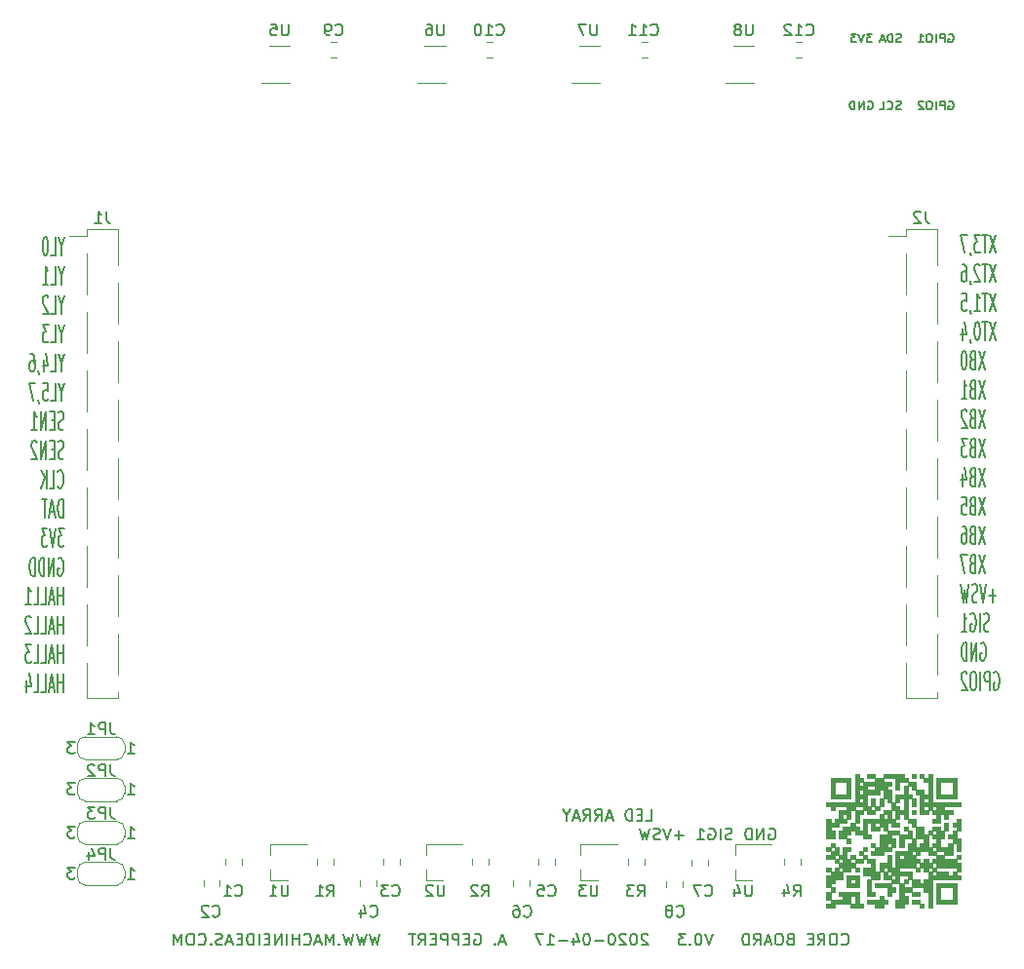
<source format=gbr>
G04 #@! TF.GenerationSoftware,KiCad,Pcbnew,(5.1.2-1)-1*
G04 #@! TF.CreationDate,2020-04-17T06:43:39-05:00*
G04 #@! TF.ProjectId,Interactive Core Memory Badge (Cores) v0.3,496e7465-7261-4637-9469-766520436f72,0.3*
G04 #@! TF.SameCoordinates,Original*
G04 #@! TF.FileFunction,Legend,Bot*
G04 #@! TF.FilePolarity,Positive*
%FSLAX46Y46*%
G04 Gerber Fmt 4.6, Leading zero omitted, Abs format (unit mm)*
G04 Created by KiCad (PCBNEW (5.1.2-1)-1) date 2020-04-17 06:43:39*
%MOMM*%
%LPD*%
G04 APERTURE LIST*
%ADD10C,0.150000*%
%ADD11C,0.160000*%
%ADD12C,0.120000*%
%ADD13C,0.010000*%
G04 APERTURE END LIST*
D10*
X28605476Y-41707142D02*
X28653095Y-41754761D01*
X28795952Y-41802380D01*
X28891190Y-41802380D01*
X29034047Y-41754761D01*
X29129285Y-41659523D01*
X29176904Y-41564285D01*
X29224523Y-41373809D01*
X29224523Y-41230952D01*
X29176904Y-41040476D01*
X29129285Y-40945238D01*
X29034047Y-40850000D01*
X28891190Y-40802380D01*
X28795952Y-40802380D01*
X28653095Y-40850000D01*
X28605476Y-40897619D01*
X27986428Y-40802380D02*
X27795952Y-40802380D01*
X27700714Y-40850000D01*
X27605476Y-40945238D01*
X27557857Y-41135714D01*
X27557857Y-41469047D01*
X27605476Y-41659523D01*
X27700714Y-41754761D01*
X27795952Y-41802380D01*
X27986428Y-41802380D01*
X28081666Y-41754761D01*
X28176904Y-41659523D01*
X28224523Y-41469047D01*
X28224523Y-41135714D01*
X28176904Y-40945238D01*
X28081666Y-40850000D01*
X27986428Y-40802380D01*
X26557857Y-41802380D02*
X26891190Y-41326190D01*
X27129285Y-41802380D02*
X27129285Y-40802380D01*
X26748333Y-40802380D01*
X26653095Y-40850000D01*
X26605476Y-40897619D01*
X26557857Y-40992857D01*
X26557857Y-41135714D01*
X26605476Y-41230952D01*
X26653095Y-41278571D01*
X26748333Y-41326190D01*
X27129285Y-41326190D01*
X26129285Y-41278571D02*
X25795952Y-41278571D01*
X25653095Y-41802380D02*
X26129285Y-41802380D01*
X26129285Y-40802380D01*
X25653095Y-40802380D01*
X24129285Y-41278571D02*
X23986428Y-41326190D01*
X23938809Y-41373809D01*
X23891190Y-41469047D01*
X23891190Y-41611904D01*
X23938809Y-41707142D01*
X23986428Y-41754761D01*
X24081666Y-41802380D01*
X24462619Y-41802380D01*
X24462619Y-40802380D01*
X24129285Y-40802380D01*
X24034047Y-40850000D01*
X23986428Y-40897619D01*
X23938809Y-40992857D01*
X23938809Y-41088095D01*
X23986428Y-41183333D01*
X24034047Y-41230952D01*
X24129285Y-41278571D01*
X24462619Y-41278571D01*
X23272142Y-40802380D02*
X23081666Y-40802380D01*
X22986428Y-40850000D01*
X22891190Y-40945238D01*
X22843571Y-41135714D01*
X22843571Y-41469047D01*
X22891190Y-41659523D01*
X22986428Y-41754761D01*
X23081666Y-41802380D01*
X23272142Y-41802380D01*
X23367380Y-41754761D01*
X23462619Y-41659523D01*
X23510238Y-41469047D01*
X23510238Y-41135714D01*
X23462619Y-40945238D01*
X23367380Y-40850000D01*
X23272142Y-40802380D01*
X22462619Y-41516666D02*
X21986428Y-41516666D01*
X22557857Y-41802380D02*
X22224523Y-40802380D01*
X21891190Y-41802380D01*
X20986428Y-41802380D02*
X21319761Y-41326190D01*
X21557857Y-41802380D02*
X21557857Y-40802380D01*
X21176904Y-40802380D01*
X21081666Y-40850000D01*
X21034047Y-40897619D01*
X20986428Y-40992857D01*
X20986428Y-41135714D01*
X21034047Y-41230952D01*
X21081666Y-41278571D01*
X21176904Y-41326190D01*
X21557857Y-41326190D01*
X20557857Y-41802380D02*
X20557857Y-40802380D01*
X20319761Y-40802380D01*
X20176904Y-40850000D01*
X20081666Y-40945238D01*
X20034047Y-41040476D01*
X19986428Y-41230952D01*
X19986428Y-41373809D01*
X20034047Y-41564285D01*
X20081666Y-41659523D01*
X20176904Y-41754761D01*
X20319761Y-41802380D01*
X20557857Y-41802380D01*
X17415000Y-40802380D02*
X17081666Y-41802380D01*
X16748333Y-40802380D01*
X16224523Y-40802380D02*
X16129285Y-40802380D01*
X16034047Y-40850000D01*
X15986428Y-40897619D01*
X15938809Y-40992857D01*
X15891190Y-41183333D01*
X15891190Y-41421428D01*
X15938809Y-41611904D01*
X15986428Y-41707142D01*
X16034047Y-41754761D01*
X16129285Y-41802380D01*
X16224523Y-41802380D01*
X16319761Y-41754761D01*
X16367380Y-41707142D01*
X16415000Y-41611904D01*
X16462619Y-41421428D01*
X16462619Y-41183333D01*
X16415000Y-40992857D01*
X16367380Y-40897619D01*
X16319761Y-40850000D01*
X16224523Y-40802380D01*
X15462619Y-41707142D02*
X15415000Y-41754761D01*
X15462619Y-41802380D01*
X15510238Y-41754761D01*
X15462619Y-41707142D01*
X15462619Y-41802380D01*
X15081666Y-40802380D02*
X14462619Y-40802380D01*
X14795952Y-41183333D01*
X14653095Y-41183333D01*
X14557857Y-41230952D01*
X14510238Y-41278571D01*
X14462619Y-41373809D01*
X14462619Y-41611904D01*
X14510238Y-41707142D01*
X14557857Y-41754761D01*
X14653095Y-41802380D01*
X14938809Y-41802380D01*
X15034047Y-41754761D01*
X15081666Y-41707142D01*
X11795952Y-40897619D02*
X11748333Y-40850000D01*
X11653095Y-40802380D01*
X11414999Y-40802380D01*
X11319761Y-40850000D01*
X11272142Y-40897619D01*
X11224523Y-40992857D01*
X11224523Y-41088095D01*
X11272142Y-41230952D01*
X11843571Y-41802380D01*
X11224523Y-41802380D01*
X10605476Y-40802380D02*
X10510238Y-40802380D01*
X10414999Y-40850000D01*
X10367380Y-40897619D01*
X10319761Y-40992857D01*
X10272142Y-41183333D01*
X10272142Y-41421428D01*
X10319761Y-41611904D01*
X10367380Y-41707142D01*
X10414999Y-41754761D01*
X10510238Y-41802380D01*
X10605476Y-41802380D01*
X10700714Y-41754761D01*
X10748333Y-41707142D01*
X10795952Y-41611904D01*
X10843571Y-41421428D01*
X10843571Y-41183333D01*
X10795952Y-40992857D01*
X10748333Y-40897619D01*
X10700714Y-40850000D01*
X10605476Y-40802380D01*
X9891190Y-40897619D02*
X9843571Y-40850000D01*
X9748333Y-40802380D01*
X9510238Y-40802380D01*
X9414999Y-40850000D01*
X9367380Y-40897619D01*
X9319761Y-40992857D01*
X9319761Y-41088095D01*
X9367380Y-41230952D01*
X9938809Y-41802380D01*
X9319761Y-41802380D01*
X8700714Y-40802380D02*
X8605476Y-40802380D01*
X8510238Y-40850000D01*
X8462619Y-40897619D01*
X8414999Y-40992857D01*
X8367380Y-41183333D01*
X8367380Y-41421428D01*
X8414999Y-41611904D01*
X8462619Y-41707142D01*
X8510238Y-41754761D01*
X8605476Y-41802380D01*
X8700714Y-41802380D01*
X8795952Y-41754761D01*
X8843571Y-41707142D01*
X8891190Y-41611904D01*
X8938809Y-41421428D01*
X8938809Y-41183333D01*
X8891190Y-40992857D01*
X8843571Y-40897619D01*
X8795952Y-40850000D01*
X8700714Y-40802380D01*
X7938809Y-41421428D02*
X7176904Y-41421428D01*
X6510238Y-40802380D02*
X6414999Y-40802380D01*
X6319761Y-40850000D01*
X6272142Y-40897619D01*
X6224523Y-40992857D01*
X6176904Y-41183333D01*
X6176904Y-41421428D01*
X6224523Y-41611904D01*
X6272142Y-41707142D01*
X6319761Y-41754761D01*
X6414999Y-41802380D01*
X6510238Y-41802380D01*
X6605476Y-41754761D01*
X6653095Y-41707142D01*
X6700714Y-41611904D01*
X6748333Y-41421428D01*
X6748333Y-41183333D01*
X6700714Y-40992857D01*
X6653095Y-40897619D01*
X6605476Y-40850000D01*
X6510238Y-40802380D01*
X5319761Y-41135714D02*
X5319761Y-41802380D01*
X5557857Y-40754761D02*
X5795952Y-41469047D01*
X5176904Y-41469047D01*
X4795952Y-41421428D02*
X4034047Y-41421428D01*
X3034047Y-41802380D02*
X3605476Y-41802380D01*
X3319761Y-41802380D02*
X3319761Y-40802380D01*
X3414999Y-40945238D01*
X3510238Y-41040476D01*
X3605476Y-41088095D01*
X2700714Y-40802380D02*
X2034047Y-40802380D01*
X2462619Y-41802380D01*
X-585000Y-41516666D02*
X-1061190Y-41516666D01*
X-489761Y-41802380D02*
X-823095Y-40802380D01*
X-1156428Y-41802380D01*
X-1489761Y-41707142D02*
X-1537380Y-41754761D01*
X-1489761Y-41802380D01*
X-1442142Y-41754761D01*
X-1489761Y-41707142D01*
X-1489761Y-41802380D01*
X-3251666Y-40850000D02*
X-3156428Y-40802380D01*
X-3013571Y-40802380D01*
X-2870714Y-40850000D01*
X-2775476Y-40945238D01*
X-2727857Y-41040476D01*
X-2680238Y-41230952D01*
X-2680238Y-41373809D01*
X-2727857Y-41564285D01*
X-2775476Y-41659523D01*
X-2870714Y-41754761D01*
X-3013571Y-41802380D01*
X-3108809Y-41802380D01*
X-3251666Y-41754761D01*
X-3299285Y-41707142D01*
X-3299285Y-41373809D01*
X-3108809Y-41373809D01*
X-3727857Y-41278571D02*
X-4061190Y-41278571D01*
X-4204047Y-41802380D02*
X-3727857Y-41802380D01*
X-3727857Y-40802380D01*
X-4204047Y-40802380D01*
X-4632619Y-41802380D02*
X-4632619Y-40802380D01*
X-5013571Y-40802380D01*
X-5108809Y-40850000D01*
X-5156428Y-40897619D01*
X-5204047Y-40992857D01*
X-5204047Y-41135714D01*
X-5156428Y-41230952D01*
X-5108809Y-41278571D01*
X-5013571Y-41326190D01*
X-4632619Y-41326190D01*
X-5632619Y-41802380D02*
X-5632619Y-40802380D01*
X-6013571Y-40802380D01*
X-6108809Y-40850000D01*
X-6156428Y-40897619D01*
X-6204047Y-40992857D01*
X-6204047Y-41135714D01*
X-6156428Y-41230952D01*
X-6108809Y-41278571D01*
X-6013571Y-41326190D01*
X-5632619Y-41326190D01*
X-6632619Y-41278571D02*
X-6965952Y-41278571D01*
X-7108809Y-41802380D02*
X-6632619Y-41802380D01*
X-6632619Y-40802380D01*
X-7108809Y-40802380D01*
X-8108809Y-41802380D02*
X-7775476Y-41326190D01*
X-7537380Y-41802380D02*
X-7537380Y-40802380D01*
X-7918333Y-40802380D01*
X-8013571Y-40850000D01*
X-8061190Y-40897619D01*
X-8108809Y-40992857D01*
X-8108809Y-41135714D01*
X-8061190Y-41230952D01*
X-8013571Y-41278571D01*
X-7918333Y-41326190D01*
X-7537380Y-41326190D01*
X-8394523Y-40802380D02*
X-8965952Y-40802380D01*
X-8680238Y-41802380D02*
X-8680238Y-40802380D01*
X-11489761Y-40802380D02*
X-11727857Y-41802380D01*
X-11918333Y-41088095D01*
X-12108809Y-41802380D01*
X-12346904Y-40802380D01*
X-12632619Y-40802380D02*
X-12870714Y-41802380D01*
X-13061190Y-41088095D01*
X-13251666Y-41802380D01*
X-13489761Y-40802380D01*
X-13775476Y-40802380D02*
X-14013571Y-41802380D01*
X-14204047Y-41088095D01*
X-14394523Y-41802380D01*
X-14632619Y-40802380D01*
X-15013571Y-41707142D02*
X-15061190Y-41754761D01*
X-15013571Y-41802380D01*
X-14965952Y-41754761D01*
X-15013571Y-41707142D01*
X-15013571Y-41802380D01*
X-15489761Y-41802380D02*
X-15489761Y-40802380D01*
X-15823095Y-41516666D01*
X-16156428Y-40802380D01*
X-16156428Y-41802380D01*
X-16585000Y-41516666D02*
X-17061190Y-41516666D01*
X-16489761Y-41802380D02*
X-16823095Y-40802380D01*
X-17156428Y-41802380D01*
X-18061190Y-41707142D02*
X-18013571Y-41754761D01*
X-17870714Y-41802380D01*
X-17775476Y-41802380D01*
X-17632619Y-41754761D01*
X-17537380Y-41659523D01*
X-17489761Y-41564285D01*
X-17442142Y-41373809D01*
X-17442142Y-41230952D01*
X-17489761Y-41040476D01*
X-17537380Y-40945238D01*
X-17632619Y-40850000D01*
X-17775476Y-40802380D01*
X-17870714Y-40802380D01*
X-18013571Y-40850000D01*
X-18061190Y-40897619D01*
X-18489761Y-41802380D02*
X-18489761Y-40802380D01*
X-18489761Y-41278571D02*
X-19061190Y-41278571D01*
X-19061190Y-41802380D02*
X-19061190Y-40802380D01*
X-19537380Y-41802380D02*
X-19537380Y-40802380D01*
X-20013571Y-41802380D02*
X-20013571Y-40802380D01*
X-20585000Y-41802380D01*
X-20585000Y-40802380D01*
X-21061190Y-41278571D02*
X-21394523Y-41278571D01*
X-21537380Y-41802380D02*
X-21061190Y-41802380D01*
X-21061190Y-40802380D01*
X-21537380Y-40802380D01*
X-21965952Y-41802380D02*
X-21965952Y-40802380D01*
X-22442142Y-41802380D02*
X-22442142Y-40802380D01*
X-22680238Y-40802380D01*
X-22823095Y-40850000D01*
X-22918333Y-40945238D01*
X-22965952Y-41040476D01*
X-23013571Y-41230952D01*
X-23013571Y-41373809D01*
X-22965952Y-41564285D01*
X-22918333Y-41659523D01*
X-22823095Y-41754761D01*
X-22680238Y-41802380D01*
X-22442142Y-41802380D01*
X-23442142Y-41278571D02*
X-23775476Y-41278571D01*
X-23918333Y-41802380D02*
X-23442142Y-41802380D01*
X-23442142Y-40802380D01*
X-23918333Y-40802380D01*
X-24299285Y-41516666D02*
X-24775476Y-41516666D01*
X-24204047Y-41802380D02*
X-24537380Y-40802380D01*
X-24870714Y-41802380D01*
X-25156428Y-41754761D02*
X-25299285Y-41802380D01*
X-25537380Y-41802380D01*
X-25632619Y-41754761D01*
X-25680238Y-41707142D01*
X-25727857Y-41611904D01*
X-25727857Y-41516666D01*
X-25680238Y-41421428D01*
X-25632619Y-41373809D01*
X-25537380Y-41326190D01*
X-25346904Y-41278571D01*
X-25251666Y-41230952D01*
X-25204047Y-41183333D01*
X-25156428Y-41088095D01*
X-25156428Y-40992857D01*
X-25204047Y-40897619D01*
X-25251666Y-40850000D01*
X-25346904Y-40802380D01*
X-25585000Y-40802380D01*
X-25727857Y-40850000D01*
X-26156428Y-41707142D02*
X-26204047Y-41754761D01*
X-26156428Y-41802380D01*
X-26108809Y-41754761D01*
X-26156428Y-41707142D01*
X-26156428Y-41802380D01*
X-27204047Y-41707142D02*
X-27156428Y-41754761D01*
X-27013571Y-41802380D01*
X-26918333Y-41802380D01*
X-26775476Y-41754761D01*
X-26680238Y-41659523D01*
X-26632619Y-41564285D01*
X-26585000Y-41373809D01*
X-26585000Y-41230952D01*
X-26632619Y-41040476D01*
X-26680238Y-40945238D01*
X-26775476Y-40850000D01*
X-26918333Y-40802380D01*
X-27013571Y-40802380D01*
X-27156428Y-40850000D01*
X-27204047Y-40897619D01*
X-27823095Y-40802380D02*
X-28013571Y-40802380D01*
X-28108809Y-40850000D01*
X-28204047Y-40945238D01*
X-28251666Y-41135714D01*
X-28251666Y-41469047D01*
X-28204047Y-41659523D01*
X-28108809Y-41754761D01*
X-28013571Y-41802380D01*
X-27823095Y-41802380D01*
X-27727857Y-41754761D01*
X-27632619Y-41659523D01*
X-27585000Y-41469047D01*
X-27585000Y-41135714D01*
X-27632619Y-40945238D01*
X-27727857Y-40850000D01*
X-27823095Y-40802380D01*
X-28680238Y-41802380D02*
X-28680238Y-40802380D01*
X-29013571Y-41516666D01*
X-29346904Y-40802380D01*
X-29346904Y-41802380D01*
D11*
X11624523Y-31002380D02*
X12100714Y-31002380D01*
X12100714Y-30002380D01*
X11291190Y-30478571D02*
X10957857Y-30478571D01*
X10815000Y-31002380D02*
X11291190Y-31002380D01*
X11291190Y-30002380D01*
X10815000Y-30002380D01*
X10386428Y-31002380D02*
X10386428Y-30002380D01*
X10148333Y-30002380D01*
X10005476Y-30050000D01*
X9910238Y-30145238D01*
X9862619Y-30240476D01*
X9815000Y-30430952D01*
X9815000Y-30573809D01*
X9862619Y-30764285D01*
X9910238Y-30859523D01*
X10005476Y-30954761D01*
X10148333Y-31002380D01*
X10386428Y-31002380D01*
X8672142Y-30716666D02*
X8195952Y-30716666D01*
X8767380Y-31002380D02*
X8434047Y-30002380D01*
X8100714Y-31002380D01*
X7195952Y-31002380D02*
X7529285Y-30526190D01*
X7767380Y-31002380D02*
X7767380Y-30002380D01*
X7386428Y-30002380D01*
X7291190Y-30050000D01*
X7243571Y-30097619D01*
X7195952Y-30192857D01*
X7195952Y-30335714D01*
X7243571Y-30430952D01*
X7291190Y-30478571D01*
X7386428Y-30526190D01*
X7767380Y-30526190D01*
X6195952Y-31002380D02*
X6529285Y-30526190D01*
X6767380Y-31002380D02*
X6767380Y-30002380D01*
X6386428Y-30002380D01*
X6291190Y-30050000D01*
X6243571Y-30097619D01*
X6195952Y-30192857D01*
X6195952Y-30335714D01*
X6243571Y-30430952D01*
X6291190Y-30478571D01*
X6386428Y-30526190D01*
X6767380Y-30526190D01*
X5814999Y-30716666D02*
X5338809Y-30716666D01*
X5910238Y-31002380D02*
X5576904Y-30002380D01*
X5243571Y-31002380D01*
X4719761Y-30526190D02*
X4719761Y-31002380D01*
X5053095Y-30002380D02*
X4719761Y-30526190D01*
X4386428Y-30002380D01*
X42021856Y19890238D02*
X41488523Y18310238D01*
X41488523Y19890238D02*
X42021856Y18310238D01*
X41298047Y19890238D02*
X40840904Y19890238D01*
X41069475Y18310238D02*
X41069475Y19890238D01*
X40650428Y19890238D02*
X40155190Y19890238D01*
X40421856Y19288333D01*
X40307571Y19288333D01*
X40231380Y19213095D01*
X40193285Y19137857D01*
X40155190Y18987380D01*
X40155190Y18611190D01*
X40193285Y18460714D01*
X40231380Y18385476D01*
X40307571Y18310238D01*
X40536142Y18310238D01*
X40612332Y18385476D01*
X40650428Y18460714D01*
X39774237Y18385476D02*
X39774237Y18310238D01*
X39812332Y18159761D01*
X39850428Y18084523D01*
X39507571Y19890238D02*
X38974237Y19890238D01*
X39317094Y18310238D01*
X42021856Y17360238D02*
X41488523Y15780238D01*
X41488523Y17360238D02*
X42021856Y15780238D01*
X41298047Y17360238D02*
X40840904Y17360238D01*
X41069475Y15780238D02*
X41069475Y17360238D01*
X40612332Y17209761D02*
X40574237Y17285000D01*
X40498047Y17360238D01*
X40307571Y17360238D01*
X40231380Y17285000D01*
X40193285Y17209761D01*
X40155190Y17059285D01*
X40155190Y16908809D01*
X40193285Y16683095D01*
X40650428Y15780238D01*
X40155190Y15780238D01*
X39774237Y15855476D02*
X39774237Y15780238D01*
X39812332Y15629761D01*
X39850428Y15554523D01*
X39088523Y17360238D02*
X39240904Y17360238D01*
X39317094Y17285000D01*
X39355190Y17209761D01*
X39431380Y16984047D01*
X39469475Y16683095D01*
X39469475Y16081190D01*
X39431380Y15930714D01*
X39393285Y15855476D01*
X39317094Y15780238D01*
X39164713Y15780238D01*
X39088523Y15855476D01*
X39050428Y15930714D01*
X39012332Y16081190D01*
X39012332Y16457380D01*
X39050428Y16607857D01*
X39088523Y16683095D01*
X39164713Y16758333D01*
X39317094Y16758333D01*
X39393285Y16683095D01*
X39431380Y16607857D01*
X39469475Y16457380D01*
X42021856Y14830238D02*
X41488523Y13250238D01*
X41488523Y14830238D02*
X42021856Y13250238D01*
X41298047Y14830238D02*
X40840904Y14830238D01*
X41069475Y13250238D02*
X41069475Y14830238D01*
X40155190Y13250238D02*
X40612332Y13250238D01*
X40383761Y13250238D02*
X40383761Y14830238D01*
X40459952Y14604523D01*
X40536142Y14454047D01*
X40612332Y14378809D01*
X39774237Y13325476D02*
X39774237Y13250238D01*
X39812332Y13099761D01*
X39850428Y13024523D01*
X39050428Y14830238D02*
X39431380Y14830238D01*
X39469475Y14077857D01*
X39431380Y14153095D01*
X39355190Y14228333D01*
X39164713Y14228333D01*
X39088523Y14153095D01*
X39050428Y14077857D01*
X39012332Y13927380D01*
X39012332Y13551190D01*
X39050428Y13400714D01*
X39088523Y13325476D01*
X39164713Y13250238D01*
X39355190Y13250238D01*
X39431380Y13325476D01*
X39469475Y13400714D01*
X42021856Y12300238D02*
X41488523Y10720238D01*
X41488523Y12300238D02*
X42021856Y10720238D01*
X41298047Y12300238D02*
X40840904Y12300238D01*
X41069475Y10720238D02*
X41069475Y12300238D01*
X40421856Y12300238D02*
X40345666Y12300238D01*
X40269475Y12225000D01*
X40231380Y12149761D01*
X40193285Y11999285D01*
X40155190Y11698333D01*
X40155190Y11322142D01*
X40193285Y11021190D01*
X40231380Y10870714D01*
X40269475Y10795476D01*
X40345666Y10720238D01*
X40421856Y10720238D01*
X40498047Y10795476D01*
X40536142Y10870714D01*
X40574237Y11021190D01*
X40612332Y11322142D01*
X40612332Y11698333D01*
X40574237Y11999285D01*
X40536142Y12149761D01*
X40498047Y12225000D01*
X40421856Y12300238D01*
X39774237Y10795476D02*
X39774237Y10720238D01*
X39812332Y10569761D01*
X39850428Y10494523D01*
X39088523Y11773571D02*
X39088523Y10720238D01*
X39278999Y12375476D02*
X39469475Y11246904D01*
X38974237Y11246904D01*
X41069475Y9770238D02*
X40536142Y8190238D01*
X40536142Y9770238D02*
X41069475Y8190238D01*
X39964713Y9017857D02*
X39850428Y8942619D01*
X39812332Y8867380D01*
X39774237Y8716904D01*
X39774237Y8491190D01*
X39812332Y8340714D01*
X39850428Y8265476D01*
X39926618Y8190238D01*
X40231380Y8190238D01*
X40231380Y9770238D01*
X39964713Y9770238D01*
X39888523Y9695000D01*
X39850428Y9619761D01*
X39812332Y9469285D01*
X39812332Y9318809D01*
X39850428Y9168333D01*
X39888523Y9093095D01*
X39964713Y9017857D01*
X40231380Y9017857D01*
X39278999Y9770238D02*
X39202809Y9770238D01*
X39126618Y9695000D01*
X39088523Y9619761D01*
X39050428Y9469285D01*
X39012332Y9168333D01*
X39012332Y8792142D01*
X39050428Y8491190D01*
X39088523Y8340714D01*
X39126618Y8265476D01*
X39202809Y8190238D01*
X39278999Y8190238D01*
X39355190Y8265476D01*
X39393285Y8340714D01*
X39431380Y8491190D01*
X39469475Y8792142D01*
X39469475Y9168333D01*
X39431380Y9469285D01*
X39393285Y9619761D01*
X39355190Y9695000D01*
X39278999Y9770238D01*
X41069475Y7240238D02*
X40536142Y5660238D01*
X40536142Y7240238D02*
X41069475Y5660238D01*
X39964713Y6487857D02*
X39850428Y6412619D01*
X39812332Y6337380D01*
X39774237Y6186904D01*
X39774237Y5961190D01*
X39812332Y5810714D01*
X39850428Y5735476D01*
X39926618Y5660238D01*
X40231380Y5660238D01*
X40231380Y7240238D01*
X39964713Y7240238D01*
X39888523Y7165000D01*
X39850428Y7089761D01*
X39812332Y6939285D01*
X39812332Y6788809D01*
X39850428Y6638333D01*
X39888523Y6563095D01*
X39964713Y6487857D01*
X40231380Y6487857D01*
X39012332Y5660238D02*
X39469475Y5660238D01*
X39240904Y5660238D02*
X39240904Y7240238D01*
X39317094Y7014523D01*
X39393285Y6864047D01*
X39469475Y6788809D01*
X41069475Y4710238D02*
X40536142Y3130238D01*
X40536142Y4710238D02*
X41069475Y3130238D01*
X39964713Y3957857D02*
X39850428Y3882619D01*
X39812332Y3807380D01*
X39774237Y3656904D01*
X39774237Y3431190D01*
X39812332Y3280714D01*
X39850428Y3205476D01*
X39926618Y3130238D01*
X40231380Y3130238D01*
X40231380Y4710238D01*
X39964713Y4710238D01*
X39888523Y4635000D01*
X39850428Y4559761D01*
X39812332Y4409285D01*
X39812332Y4258809D01*
X39850428Y4108333D01*
X39888523Y4033095D01*
X39964713Y3957857D01*
X40231380Y3957857D01*
X39469475Y4559761D02*
X39431380Y4635000D01*
X39355190Y4710238D01*
X39164713Y4710238D01*
X39088523Y4635000D01*
X39050428Y4559761D01*
X39012332Y4409285D01*
X39012332Y4258809D01*
X39050428Y4033095D01*
X39507571Y3130238D01*
X39012332Y3130238D01*
X41069475Y2180238D02*
X40536142Y600238D01*
X40536142Y2180238D02*
X41069475Y600238D01*
X39964713Y1427857D02*
X39850428Y1352619D01*
X39812332Y1277380D01*
X39774237Y1126904D01*
X39774237Y901190D01*
X39812332Y750714D01*
X39850428Y675476D01*
X39926618Y600238D01*
X40231380Y600238D01*
X40231380Y2180238D01*
X39964713Y2180238D01*
X39888523Y2105000D01*
X39850428Y2029761D01*
X39812332Y1879285D01*
X39812332Y1728809D01*
X39850428Y1578333D01*
X39888523Y1503095D01*
X39964713Y1427857D01*
X40231380Y1427857D01*
X39507571Y2180238D02*
X39012332Y2180238D01*
X39278999Y1578333D01*
X39164713Y1578333D01*
X39088523Y1503095D01*
X39050428Y1427857D01*
X39012332Y1277380D01*
X39012332Y901190D01*
X39050428Y750714D01*
X39088523Y675476D01*
X39164713Y600238D01*
X39393285Y600238D01*
X39469475Y675476D01*
X39507571Y750714D01*
X41069475Y-349761D02*
X40536142Y-1929761D01*
X40536142Y-349761D02*
X41069475Y-1929761D01*
X39964713Y-1102142D02*
X39850428Y-1177380D01*
X39812332Y-1252619D01*
X39774237Y-1403095D01*
X39774237Y-1628809D01*
X39812332Y-1779285D01*
X39850428Y-1854523D01*
X39926618Y-1929761D01*
X40231380Y-1929761D01*
X40231380Y-349761D01*
X39964713Y-349761D01*
X39888523Y-425000D01*
X39850428Y-500238D01*
X39812332Y-650714D01*
X39812332Y-801190D01*
X39850428Y-951666D01*
X39888523Y-1026904D01*
X39964713Y-1102142D01*
X40231380Y-1102142D01*
X39088523Y-876428D02*
X39088523Y-1929761D01*
X39278999Y-274523D02*
X39469475Y-1403095D01*
X38974237Y-1403095D01*
X41069475Y-2879761D02*
X40536142Y-4459761D01*
X40536142Y-2879761D02*
X41069475Y-4459761D01*
X39964713Y-3632142D02*
X39850428Y-3707380D01*
X39812332Y-3782619D01*
X39774237Y-3933095D01*
X39774237Y-4158809D01*
X39812332Y-4309285D01*
X39850428Y-4384523D01*
X39926618Y-4459761D01*
X40231380Y-4459761D01*
X40231380Y-2879761D01*
X39964713Y-2879761D01*
X39888523Y-2955000D01*
X39850428Y-3030238D01*
X39812332Y-3180714D01*
X39812332Y-3331190D01*
X39850428Y-3481666D01*
X39888523Y-3556904D01*
X39964713Y-3632142D01*
X40231380Y-3632142D01*
X39050428Y-2879761D02*
X39431380Y-2879761D01*
X39469475Y-3632142D01*
X39431380Y-3556904D01*
X39355190Y-3481666D01*
X39164713Y-3481666D01*
X39088523Y-3556904D01*
X39050428Y-3632142D01*
X39012332Y-3782619D01*
X39012332Y-4158809D01*
X39050428Y-4309285D01*
X39088523Y-4384523D01*
X39164713Y-4459761D01*
X39355190Y-4459761D01*
X39431380Y-4384523D01*
X39469475Y-4309285D01*
X41069475Y-5409761D02*
X40536142Y-6989761D01*
X40536142Y-5409761D02*
X41069475Y-6989761D01*
X39964713Y-6162142D02*
X39850428Y-6237380D01*
X39812332Y-6312619D01*
X39774237Y-6463095D01*
X39774237Y-6688809D01*
X39812332Y-6839285D01*
X39850428Y-6914523D01*
X39926618Y-6989761D01*
X40231380Y-6989761D01*
X40231380Y-5409761D01*
X39964713Y-5409761D01*
X39888523Y-5485000D01*
X39850428Y-5560238D01*
X39812332Y-5710714D01*
X39812332Y-5861190D01*
X39850428Y-6011666D01*
X39888523Y-6086904D01*
X39964713Y-6162142D01*
X40231380Y-6162142D01*
X39088523Y-5409761D02*
X39240904Y-5409761D01*
X39317094Y-5485000D01*
X39355190Y-5560238D01*
X39431380Y-5785952D01*
X39469475Y-6086904D01*
X39469475Y-6688809D01*
X39431380Y-6839285D01*
X39393285Y-6914523D01*
X39317094Y-6989761D01*
X39164713Y-6989761D01*
X39088523Y-6914523D01*
X39050428Y-6839285D01*
X39012332Y-6688809D01*
X39012332Y-6312619D01*
X39050428Y-6162142D01*
X39088523Y-6086904D01*
X39164713Y-6011666D01*
X39317094Y-6011666D01*
X39393285Y-6086904D01*
X39431380Y-6162142D01*
X39469475Y-6312619D01*
X41069475Y-7939761D02*
X40536142Y-9519761D01*
X40536142Y-7939761D02*
X41069475Y-9519761D01*
X39964713Y-8692142D02*
X39850428Y-8767380D01*
X39812332Y-8842619D01*
X39774237Y-8993095D01*
X39774237Y-9218809D01*
X39812332Y-9369285D01*
X39850428Y-9444523D01*
X39926618Y-9519761D01*
X40231380Y-9519761D01*
X40231380Y-7939761D01*
X39964713Y-7939761D01*
X39888523Y-8015000D01*
X39850428Y-8090238D01*
X39812332Y-8240714D01*
X39812332Y-8391190D01*
X39850428Y-8541666D01*
X39888523Y-8616904D01*
X39964713Y-8692142D01*
X40231380Y-8692142D01*
X39507571Y-7939761D02*
X38974237Y-7939761D01*
X39317094Y-9519761D01*
X42021856Y-11447857D02*
X41412332Y-11447857D01*
X41717094Y-12049761D02*
X41717094Y-10845952D01*
X41145666Y-10469761D02*
X40878999Y-12049761D01*
X40612332Y-10469761D01*
X40383761Y-11974523D02*
X40269475Y-12049761D01*
X40078999Y-12049761D01*
X40002809Y-11974523D01*
X39964713Y-11899285D01*
X39926618Y-11748809D01*
X39926618Y-11598333D01*
X39964713Y-11447857D01*
X40002809Y-11372619D01*
X40078999Y-11297380D01*
X40231380Y-11222142D01*
X40307571Y-11146904D01*
X40345666Y-11071666D01*
X40383761Y-10921190D01*
X40383761Y-10770714D01*
X40345666Y-10620238D01*
X40307571Y-10545000D01*
X40231380Y-10469761D01*
X40040904Y-10469761D01*
X39926618Y-10545000D01*
X39659952Y-10469761D02*
X39469475Y-12049761D01*
X39317094Y-10921190D01*
X39164713Y-12049761D01*
X38974237Y-10469761D01*
X41412332Y-14504523D02*
X41298047Y-14579761D01*
X41107571Y-14579761D01*
X41031380Y-14504523D01*
X40993285Y-14429285D01*
X40955190Y-14278809D01*
X40955190Y-14128333D01*
X40993285Y-13977857D01*
X41031380Y-13902619D01*
X41107571Y-13827380D01*
X41259952Y-13752142D01*
X41336142Y-13676904D01*
X41374237Y-13601666D01*
X41412332Y-13451190D01*
X41412332Y-13300714D01*
X41374237Y-13150238D01*
X41336142Y-13075000D01*
X41259952Y-12999761D01*
X41069475Y-12999761D01*
X40955190Y-13075000D01*
X40612332Y-14579761D02*
X40612332Y-12999761D01*
X39812332Y-13075000D02*
X39888523Y-12999761D01*
X40002809Y-12999761D01*
X40117094Y-13075000D01*
X40193285Y-13225476D01*
X40231380Y-13375952D01*
X40269475Y-13676904D01*
X40269475Y-13902619D01*
X40231380Y-14203571D01*
X40193285Y-14354047D01*
X40117094Y-14504523D01*
X40002809Y-14579761D01*
X39926618Y-14579761D01*
X39812332Y-14504523D01*
X39774237Y-14429285D01*
X39774237Y-13902619D01*
X39926618Y-13902619D01*
X39012332Y-14579761D02*
X39469475Y-14579761D01*
X39240904Y-14579761D02*
X39240904Y-12999761D01*
X39317094Y-13225476D01*
X39393285Y-13375952D01*
X39469475Y-13451190D01*
X40688523Y-15605000D02*
X40764713Y-15529761D01*
X40878999Y-15529761D01*
X40993285Y-15605000D01*
X41069475Y-15755476D01*
X41107571Y-15905952D01*
X41145666Y-16206904D01*
X41145666Y-16432619D01*
X41107571Y-16733571D01*
X41069475Y-16884047D01*
X40993285Y-17034523D01*
X40878999Y-17109761D01*
X40802809Y-17109761D01*
X40688523Y-17034523D01*
X40650428Y-16959285D01*
X40650428Y-16432619D01*
X40802809Y-16432619D01*
X40307571Y-17109761D02*
X40307571Y-15529761D01*
X39850428Y-17109761D01*
X39850428Y-15529761D01*
X39469475Y-17109761D02*
X39469475Y-15529761D01*
X39278999Y-15529761D01*
X39164713Y-15605000D01*
X39088523Y-15755476D01*
X39050428Y-15905952D01*
X39012332Y-16206904D01*
X39012332Y-16432619D01*
X39050428Y-16733571D01*
X39088523Y-16884047D01*
X39164713Y-17034523D01*
X39278999Y-17109761D01*
X39469475Y-17109761D01*
X41831380Y-18135000D02*
X41907571Y-18059761D01*
X42021856Y-18059761D01*
X42136142Y-18135000D01*
X42212332Y-18285476D01*
X42250428Y-18435952D01*
X42288523Y-18736904D01*
X42288523Y-18962619D01*
X42250428Y-19263571D01*
X42212332Y-19414047D01*
X42136142Y-19564523D01*
X42021856Y-19639761D01*
X41945666Y-19639761D01*
X41831380Y-19564523D01*
X41793285Y-19489285D01*
X41793285Y-18962619D01*
X41945666Y-18962619D01*
X41450428Y-19639761D02*
X41450428Y-18059761D01*
X41145666Y-18059761D01*
X41069475Y-18135000D01*
X41031380Y-18210238D01*
X40993285Y-18360714D01*
X40993285Y-18586428D01*
X41031380Y-18736904D01*
X41069475Y-18812142D01*
X41145666Y-18887380D01*
X41450428Y-18887380D01*
X40650428Y-19639761D02*
X40650428Y-18059761D01*
X40117094Y-18059761D02*
X39964713Y-18059761D01*
X39888523Y-18135000D01*
X39812332Y-18285476D01*
X39774237Y-18586428D01*
X39774237Y-19113095D01*
X39812332Y-19414047D01*
X39888523Y-19564523D01*
X39964713Y-19639761D01*
X40117094Y-19639761D01*
X40193285Y-19564523D01*
X40269475Y-19414047D01*
X40307571Y-19113095D01*
X40307571Y-18586428D01*
X40269475Y-18285476D01*
X40193285Y-18135000D01*
X40117094Y-18059761D01*
X39469475Y-18210238D02*
X39431380Y-18135000D01*
X39355190Y-18059761D01*
X39164713Y-18059761D01*
X39088523Y-18135000D01*
X39050428Y-18210238D01*
X39012332Y-18360714D01*
X39012332Y-18511190D01*
X39050428Y-18736904D01*
X39507571Y-19639761D01*
X39012332Y-19639761D01*
X-39131857Y18862619D02*
X-39131857Y18110238D01*
X-38865190Y19690238D02*
X-39131857Y18862619D01*
X-39398523Y19690238D01*
X-40046142Y18110238D02*
X-39665190Y18110238D01*
X-39665190Y19690238D01*
X-40465190Y19690238D02*
X-40541380Y19690238D01*
X-40617571Y19615000D01*
X-40655666Y19539761D01*
X-40693761Y19389285D01*
X-40731857Y19088333D01*
X-40731857Y18712142D01*
X-40693761Y18411190D01*
X-40655666Y18260714D01*
X-40617571Y18185476D01*
X-40541380Y18110238D01*
X-40465190Y18110238D01*
X-40389000Y18185476D01*
X-40350904Y18260714D01*
X-40312809Y18411190D01*
X-40274714Y18712142D01*
X-40274714Y19088333D01*
X-40312809Y19389285D01*
X-40350904Y19539761D01*
X-40389000Y19615000D01*
X-40465190Y19690238D01*
X-39131857Y16332619D02*
X-39131857Y15580238D01*
X-38865190Y17160238D02*
X-39131857Y16332619D01*
X-39398523Y17160238D01*
X-40046142Y15580238D02*
X-39665190Y15580238D01*
X-39665190Y17160238D01*
X-40731857Y15580238D02*
X-40274714Y15580238D01*
X-40503285Y15580238D02*
X-40503285Y17160238D01*
X-40427095Y16934523D01*
X-40350904Y16784047D01*
X-40274714Y16708809D01*
X-39131857Y13802619D02*
X-39131857Y13050238D01*
X-38865190Y14630238D02*
X-39131857Y13802619D01*
X-39398523Y14630238D01*
X-40046142Y13050238D02*
X-39665190Y13050238D01*
X-39665190Y14630238D01*
X-40274714Y14479761D02*
X-40312809Y14555000D01*
X-40389000Y14630238D01*
X-40579476Y14630238D01*
X-40655666Y14555000D01*
X-40693761Y14479761D01*
X-40731857Y14329285D01*
X-40731857Y14178809D01*
X-40693761Y13953095D01*
X-40236619Y13050238D01*
X-40731857Y13050238D01*
X-39131857Y11272619D02*
X-39131857Y10520238D01*
X-38865190Y12100238D02*
X-39131857Y11272619D01*
X-39398523Y12100238D01*
X-40046142Y10520238D02*
X-39665190Y10520238D01*
X-39665190Y12100238D01*
X-40236619Y12100238D02*
X-40731857Y12100238D01*
X-40465190Y11498333D01*
X-40579476Y11498333D01*
X-40655666Y11423095D01*
X-40693761Y11347857D01*
X-40731857Y11197380D01*
X-40731857Y10821190D01*
X-40693761Y10670714D01*
X-40655666Y10595476D01*
X-40579476Y10520238D01*
X-40350904Y10520238D01*
X-40274714Y10595476D01*
X-40236619Y10670714D01*
X-39131857Y8742619D02*
X-39131857Y7990238D01*
X-38865190Y9570238D02*
X-39131857Y8742619D01*
X-39398523Y9570238D01*
X-40046142Y7990238D02*
X-39665190Y7990238D01*
X-39665190Y9570238D01*
X-40655666Y9043571D02*
X-40655666Y7990238D01*
X-40465190Y9645476D02*
X-40274714Y8516904D01*
X-40769952Y8516904D01*
X-41112809Y8065476D02*
X-41112809Y7990238D01*
X-41074714Y7839761D01*
X-41036619Y7764523D01*
X-41798523Y9570238D02*
X-41646142Y9570238D01*
X-41569952Y9495000D01*
X-41531857Y9419761D01*
X-41455666Y9194047D01*
X-41417571Y8893095D01*
X-41417571Y8291190D01*
X-41455666Y8140714D01*
X-41493761Y8065476D01*
X-41569952Y7990238D01*
X-41722333Y7990238D01*
X-41798523Y8065476D01*
X-41836619Y8140714D01*
X-41874714Y8291190D01*
X-41874714Y8667380D01*
X-41836619Y8817857D01*
X-41798523Y8893095D01*
X-41722333Y8968333D01*
X-41569952Y8968333D01*
X-41493761Y8893095D01*
X-41455666Y8817857D01*
X-41417571Y8667380D01*
X-39131857Y6212619D02*
X-39131857Y5460238D01*
X-38865190Y7040238D02*
X-39131857Y6212619D01*
X-39398523Y7040238D01*
X-40046142Y5460238D02*
X-39665190Y5460238D01*
X-39665190Y7040238D01*
X-40693761Y7040238D02*
X-40312809Y7040238D01*
X-40274714Y6287857D01*
X-40312809Y6363095D01*
X-40389000Y6438333D01*
X-40579476Y6438333D01*
X-40655666Y6363095D01*
X-40693761Y6287857D01*
X-40731857Y6137380D01*
X-40731857Y5761190D01*
X-40693761Y5610714D01*
X-40655666Y5535476D01*
X-40579476Y5460238D01*
X-40389000Y5460238D01*
X-40312809Y5535476D01*
X-40274714Y5610714D01*
X-41112809Y5535476D02*
X-41112809Y5460238D01*
X-41074714Y5309761D01*
X-41036619Y5234523D01*
X-41379476Y7040238D02*
X-41912809Y7040238D01*
X-41569952Y5460238D01*
X-38941380Y3005476D02*
X-39055666Y2930238D01*
X-39246142Y2930238D01*
X-39322333Y3005476D01*
X-39360428Y3080714D01*
X-39398523Y3231190D01*
X-39398523Y3381666D01*
X-39360428Y3532142D01*
X-39322333Y3607380D01*
X-39246142Y3682619D01*
X-39093761Y3757857D01*
X-39017571Y3833095D01*
X-38979476Y3908333D01*
X-38941380Y4058809D01*
X-38941380Y4209285D01*
X-38979476Y4359761D01*
X-39017571Y4435000D01*
X-39093761Y4510238D01*
X-39284238Y4510238D01*
X-39398523Y4435000D01*
X-39741380Y3757857D02*
X-40008047Y3757857D01*
X-40122333Y2930238D02*
X-39741380Y2930238D01*
X-39741380Y4510238D01*
X-40122333Y4510238D01*
X-40465190Y2930238D02*
X-40465190Y4510238D01*
X-40922333Y2930238D01*
X-40922333Y4510238D01*
X-41722333Y2930238D02*
X-41265190Y2930238D01*
X-41493761Y2930238D02*
X-41493761Y4510238D01*
X-41417571Y4284523D01*
X-41341380Y4134047D01*
X-41265190Y4058809D01*
X-38941380Y475476D02*
X-39055666Y400238D01*
X-39246142Y400238D01*
X-39322333Y475476D01*
X-39360428Y550714D01*
X-39398523Y701190D01*
X-39398523Y851666D01*
X-39360428Y1002142D01*
X-39322333Y1077380D01*
X-39246142Y1152619D01*
X-39093761Y1227857D01*
X-39017571Y1303095D01*
X-38979476Y1378333D01*
X-38941380Y1528809D01*
X-38941380Y1679285D01*
X-38979476Y1829761D01*
X-39017571Y1905000D01*
X-39093761Y1980238D01*
X-39284238Y1980238D01*
X-39398523Y1905000D01*
X-39741380Y1227857D02*
X-40008047Y1227857D01*
X-40122333Y400238D02*
X-39741380Y400238D01*
X-39741380Y1980238D01*
X-40122333Y1980238D01*
X-40465190Y400238D02*
X-40465190Y1980238D01*
X-40922333Y400238D01*
X-40922333Y1980238D01*
X-41265190Y1829761D02*
X-41303285Y1905000D01*
X-41379476Y1980238D01*
X-41569952Y1980238D01*
X-41646142Y1905000D01*
X-41684238Y1829761D01*
X-41722333Y1679285D01*
X-41722333Y1528809D01*
X-41684238Y1303095D01*
X-41227095Y400238D01*
X-41722333Y400238D01*
X-39436619Y-1979285D02*
X-39398523Y-2054523D01*
X-39284238Y-2129761D01*
X-39208047Y-2129761D01*
X-39093761Y-2054523D01*
X-39017571Y-1904047D01*
X-38979476Y-1753571D01*
X-38941380Y-1452619D01*
X-38941380Y-1226904D01*
X-38979476Y-925952D01*
X-39017571Y-775476D01*
X-39093761Y-625000D01*
X-39208047Y-549761D01*
X-39284238Y-549761D01*
X-39398523Y-625000D01*
X-39436619Y-700238D01*
X-40160428Y-2129761D02*
X-39779476Y-2129761D01*
X-39779476Y-549761D01*
X-40427095Y-2129761D02*
X-40427095Y-549761D01*
X-40884238Y-2129761D02*
X-40541380Y-1226904D01*
X-40884238Y-549761D02*
X-40427095Y-1452619D01*
X-38979476Y-4659761D02*
X-38979476Y-3079761D01*
X-39169952Y-3079761D01*
X-39284238Y-3155000D01*
X-39360428Y-3305476D01*
X-39398523Y-3455952D01*
X-39436619Y-3756904D01*
X-39436619Y-3982619D01*
X-39398523Y-4283571D01*
X-39360428Y-4434047D01*
X-39284238Y-4584523D01*
X-39169952Y-4659761D01*
X-38979476Y-4659761D01*
X-39741380Y-4208333D02*
X-40122333Y-4208333D01*
X-39665190Y-4659761D02*
X-39931857Y-3079761D01*
X-40198523Y-4659761D01*
X-40350904Y-3079761D02*
X-40808047Y-3079761D01*
X-40579476Y-4659761D02*
X-40579476Y-3079761D01*
X-38903285Y-5609761D02*
X-39398523Y-5609761D01*
X-39131857Y-6211666D01*
X-39246142Y-6211666D01*
X-39322333Y-6286904D01*
X-39360428Y-6362142D01*
X-39398523Y-6512619D01*
X-39398523Y-6888809D01*
X-39360428Y-7039285D01*
X-39322333Y-7114523D01*
X-39246142Y-7189761D01*
X-39017571Y-7189761D01*
X-38941380Y-7114523D01*
X-38903285Y-7039285D01*
X-39627095Y-5609761D02*
X-39893761Y-7189761D01*
X-40160428Y-5609761D01*
X-40350904Y-5609761D02*
X-40846142Y-5609761D01*
X-40579476Y-6211666D01*
X-40693761Y-6211666D01*
X-40769952Y-6286904D01*
X-40808047Y-6362142D01*
X-40846142Y-6512619D01*
X-40846142Y-6888809D01*
X-40808047Y-7039285D01*
X-40769952Y-7114523D01*
X-40693761Y-7189761D01*
X-40465190Y-7189761D01*
X-40389000Y-7114523D01*
X-40350904Y-7039285D01*
X-39398523Y-8215000D02*
X-39322333Y-8139761D01*
X-39208047Y-8139761D01*
X-39093761Y-8215000D01*
X-39017571Y-8365476D01*
X-38979476Y-8515952D01*
X-38941380Y-8816904D01*
X-38941380Y-9042619D01*
X-38979476Y-9343571D01*
X-39017571Y-9494047D01*
X-39093761Y-9644523D01*
X-39208047Y-9719761D01*
X-39284238Y-9719761D01*
X-39398523Y-9644523D01*
X-39436619Y-9569285D01*
X-39436619Y-9042619D01*
X-39284238Y-9042619D01*
X-39779476Y-9719761D02*
X-39779476Y-8139761D01*
X-40236619Y-9719761D01*
X-40236619Y-8139761D01*
X-40617571Y-9719761D02*
X-40617571Y-8139761D01*
X-40808047Y-8139761D01*
X-40922333Y-8215000D01*
X-40998523Y-8365476D01*
X-41036619Y-8515952D01*
X-41074714Y-8816904D01*
X-41074714Y-9042619D01*
X-41036619Y-9343571D01*
X-40998523Y-9494047D01*
X-40922333Y-9644523D01*
X-40808047Y-9719761D01*
X-40617571Y-9719761D01*
X-41417571Y-9719761D02*
X-41417571Y-8139761D01*
X-41608047Y-8139761D01*
X-41722333Y-8215000D01*
X-41798523Y-8365476D01*
X-41836619Y-8515952D01*
X-41874714Y-8816904D01*
X-41874714Y-9042619D01*
X-41836619Y-9343571D01*
X-41798523Y-9494047D01*
X-41722333Y-9644523D01*
X-41608047Y-9719761D01*
X-41417571Y-9719761D01*
X-38979476Y-12249761D02*
X-38979476Y-10669761D01*
X-38979476Y-11422142D02*
X-39436619Y-11422142D01*
X-39436619Y-12249761D02*
X-39436619Y-10669761D01*
X-39779476Y-11798333D02*
X-40160428Y-11798333D01*
X-39703285Y-12249761D02*
X-39969952Y-10669761D01*
X-40236619Y-12249761D01*
X-40884238Y-12249761D02*
X-40503285Y-12249761D01*
X-40503285Y-10669761D01*
X-41531857Y-12249761D02*
X-41150904Y-12249761D01*
X-41150904Y-10669761D01*
X-42217571Y-12249761D02*
X-41760428Y-12249761D01*
X-41989000Y-12249761D02*
X-41989000Y-10669761D01*
X-41912809Y-10895476D01*
X-41836619Y-11045952D01*
X-41760428Y-11121190D01*
X-38979476Y-14779761D02*
X-38979476Y-13199761D01*
X-38979476Y-13952142D02*
X-39436619Y-13952142D01*
X-39436619Y-14779761D02*
X-39436619Y-13199761D01*
X-39779476Y-14328333D02*
X-40160428Y-14328333D01*
X-39703285Y-14779761D02*
X-39969952Y-13199761D01*
X-40236619Y-14779761D01*
X-40884238Y-14779761D02*
X-40503285Y-14779761D01*
X-40503285Y-13199761D01*
X-41531857Y-14779761D02*
X-41150904Y-14779761D01*
X-41150904Y-13199761D01*
X-41760428Y-13350238D02*
X-41798523Y-13275000D01*
X-41874714Y-13199761D01*
X-42065190Y-13199761D01*
X-42141380Y-13275000D01*
X-42179476Y-13350238D01*
X-42217571Y-13500714D01*
X-42217571Y-13651190D01*
X-42179476Y-13876904D01*
X-41722333Y-14779761D01*
X-42217571Y-14779761D01*
X-38979476Y-17309761D02*
X-38979476Y-15729761D01*
X-38979476Y-16482142D02*
X-39436619Y-16482142D01*
X-39436619Y-17309761D02*
X-39436619Y-15729761D01*
X-39779476Y-16858333D02*
X-40160428Y-16858333D01*
X-39703285Y-17309761D02*
X-39969952Y-15729761D01*
X-40236619Y-17309761D01*
X-40884238Y-17309761D02*
X-40503285Y-17309761D01*
X-40503285Y-15729761D01*
X-41531857Y-17309761D02*
X-41150904Y-17309761D01*
X-41150904Y-15729761D01*
X-41722333Y-15729761D02*
X-42217571Y-15729761D01*
X-41950904Y-16331666D01*
X-42065190Y-16331666D01*
X-42141380Y-16406904D01*
X-42179476Y-16482142D01*
X-42217571Y-16632619D01*
X-42217571Y-17008809D01*
X-42179476Y-17159285D01*
X-42141380Y-17234523D01*
X-42065190Y-17309761D01*
X-41836619Y-17309761D01*
X-41760428Y-17234523D01*
X-41722333Y-17159285D01*
X-38979476Y-19839761D02*
X-38979476Y-18259761D01*
X-38979476Y-19012142D02*
X-39436619Y-19012142D01*
X-39436619Y-19839761D02*
X-39436619Y-18259761D01*
X-39779476Y-19388333D02*
X-40160428Y-19388333D01*
X-39703285Y-19839761D02*
X-39969952Y-18259761D01*
X-40236619Y-19839761D01*
X-40884238Y-19839761D02*
X-40503285Y-19839761D01*
X-40503285Y-18259761D01*
X-41531857Y-19839761D02*
X-41150904Y-19839761D01*
X-41150904Y-18259761D01*
X-42141380Y-18786428D02*
X-42141380Y-19839761D01*
X-41950904Y-18184523D02*
X-41760428Y-19313095D01*
X-42255666Y-19313095D01*
X22324523Y-31710000D02*
X22419761Y-31662380D01*
X22562619Y-31662380D01*
X22705476Y-31710000D01*
X22800714Y-31805238D01*
X22848333Y-31900476D01*
X22895952Y-32090952D01*
X22895952Y-32233809D01*
X22848333Y-32424285D01*
X22800714Y-32519523D01*
X22705476Y-32614761D01*
X22562619Y-32662380D01*
X22467380Y-32662380D01*
X22324523Y-32614761D01*
X22276904Y-32567142D01*
X22276904Y-32233809D01*
X22467380Y-32233809D01*
X21848333Y-32662380D02*
X21848333Y-31662380D01*
X21276904Y-32662380D01*
X21276904Y-31662380D01*
X20800714Y-32662380D02*
X20800714Y-31662380D01*
X20562619Y-31662380D01*
X20419761Y-31710000D01*
X20324523Y-31805238D01*
X20276904Y-31900476D01*
X20229285Y-32090952D01*
X20229285Y-32233809D01*
X20276904Y-32424285D01*
X20324523Y-32519523D01*
X20419761Y-32614761D01*
X20562619Y-32662380D01*
X20800714Y-32662380D01*
X19086428Y-32614761D02*
X18943571Y-32662380D01*
X18705476Y-32662380D01*
X18610238Y-32614761D01*
X18562619Y-32567142D01*
X18515000Y-32471904D01*
X18515000Y-32376666D01*
X18562619Y-32281428D01*
X18610238Y-32233809D01*
X18705476Y-32186190D01*
X18895952Y-32138571D01*
X18991190Y-32090952D01*
X19038809Y-32043333D01*
X19086428Y-31948095D01*
X19086428Y-31852857D01*
X19038809Y-31757619D01*
X18991190Y-31710000D01*
X18895952Y-31662380D01*
X18657857Y-31662380D01*
X18515000Y-31710000D01*
X18086428Y-32662380D02*
X18086428Y-31662380D01*
X17086428Y-31710000D02*
X17181666Y-31662380D01*
X17324523Y-31662380D01*
X17467380Y-31710000D01*
X17562619Y-31805238D01*
X17610238Y-31900476D01*
X17657857Y-32090952D01*
X17657857Y-32233809D01*
X17610238Y-32424285D01*
X17562619Y-32519523D01*
X17467380Y-32614761D01*
X17324523Y-32662380D01*
X17229285Y-32662380D01*
X17086428Y-32614761D01*
X17038809Y-32567142D01*
X17038809Y-32233809D01*
X17229285Y-32233809D01*
X16086428Y-32662380D02*
X16657857Y-32662380D01*
X16372142Y-32662380D02*
X16372142Y-31662380D01*
X16467380Y-31805238D01*
X16562619Y-31900476D01*
X16657857Y-31948095D01*
X14895952Y-32281428D02*
X14134047Y-32281428D01*
X14515000Y-32662380D02*
X14515000Y-31900476D01*
X13800714Y-31662380D02*
X13467380Y-32662380D01*
X13134047Y-31662380D01*
X12848333Y-32614761D02*
X12705476Y-32662380D01*
X12467380Y-32662380D01*
X12372142Y-32614761D01*
X12324523Y-32567142D01*
X12276904Y-32471904D01*
X12276904Y-32376666D01*
X12324523Y-32281428D01*
X12372142Y-32233809D01*
X12467380Y-32186190D01*
X12657857Y-32138571D01*
X12753095Y-32090952D01*
X12800714Y-32043333D01*
X12848333Y-31948095D01*
X12848333Y-31852857D01*
X12800714Y-31757619D01*
X12753095Y-31710000D01*
X12657857Y-31662380D01*
X12419761Y-31662380D01*
X12276904Y-31710000D01*
X11943571Y-31662380D02*
X11705476Y-32662380D01*
X11515000Y-31948095D01*
X11324523Y-32662380D01*
X11086428Y-31662380D01*
D12*
X-23475000Y-34341422D02*
X-23475000Y-34858578D01*
X-24895000Y-34341422D02*
X-24895000Y-34858578D01*
X-26795000Y-36708578D02*
X-26795000Y-36191422D01*
X-25375000Y-36708578D02*
X-25375000Y-36191422D01*
X-15475000Y-34341422D02*
X-15475000Y-34858578D01*
X-16895000Y-34341422D02*
X-16895000Y-34858578D01*
X-9775000Y-34341422D02*
X-9775000Y-34858578D01*
X-11195000Y-34341422D02*
X-11195000Y-34858578D01*
X-13195000Y-36708578D02*
X-13195000Y-36191422D01*
X-11775000Y-36708578D02*
X-11775000Y-36191422D01*
X3725000Y-34341422D02*
X3725000Y-34858578D01*
X2305000Y-34341422D02*
X2305000Y-34858578D01*
X105000Y-36708578D02*
X105000Y-36191422D01*
X1525000Y-36708578D02*
X1525000Y-36191422D01*
X17025000Y-34391422D02*
X17025000Y-34908578D01*
X15605000Y-34391422D02*
X15605000Y-34908578D01*
X13405000Y-36808578D02*
X13405000Y-36291422D01*
X14825000Y-36808578D02*
X14825000Y-36291422D01*
X-2025000Y-34341422D02*
X-2025000Y-34858578D01*
X-3445000Y-34341422D02*
X-3445000Y-34858578D01*
X11475000Y-34341422D02*
X11475000Y-34858578D01*
X10055000Y-34341422D02*
X10055000Y-34858578D01*
X25025000Y-34341422D02*
X25025000Y-34858578D01*
X23605000Y-34341422D02*
X23605000Y-34858578D01*
X-19285000Y33040000D02*
X-21735000Y33040000D01*
X-21085000Y36260000D02*
X-19285000Y36260000D01*
X-5785000Y33040000D02*
X-8235000Y33040000D01*
X-7585000Y36260000D02*
X-5785000Y36260000D01*
X7615000Y33040000D02*
X5165000Y33040000D01*
X5815000Y36260000D02*
X7615000Y36260000D01*
X21015000Y33040000D02*
X18565000Y33040000D01*
X19215000Y36260000D02*
X21015000Y36260000D01*
X-15743578Y36660000D02*
X-15226422Y36660000D01*
X-15743578Y35240000D02*
X-15226422Y35240000D01*
X-2243578Y36660000D02*
X-1726422Y36660000D01*
X-2243578Y35240000D02*
X-1726422Y35240000D01*
X11256422Y36660000D02*
X11773578Y36660000D01*
X11256422Y35240000D02*
X11773578Y35240000D01*
X24656422Y36660000D02*
X25173578Y36660000D01*
X24656422Y35240000D02*
X25173578Y35240000D01*
X-20960000Y-36180000D02*
X-19500000Y-36180000D01*
X-20960000Y-33020000D02*
X-17800000Y-33020000D01*
X-20960000Y-33020000D02*
X-20960000Y-33950000D01*
X-20960000Y-36180000D02*
X-20960000Y-35250000D01*
X-7445000Y-36180000D02*
X-5985000Y-36180000D01*
X-7445000Y-33020000D02*
X-4285000Y-33020000D01*
X-7445000Y-33020000D02*
X-7445000Y-33950000D01*
X-7445000Y-36180000D02*
X-7445000Y-35250000D01*
X-33635000Y-35300000D02*
G75*
G03X-34335000Y-34600000I-700000J0D01*
G01*
X-34335000Y-36600000D02*
G75*
G03X-33635000Y-35900000I0J700000D01*
G01*
X-37735000Y-35900000D02*
G75*
G03X-37035000Y-36600000I700000J0D01*
G01*
X-37035000Y-34600000D02*
G75*
G03X-37735000Y-35300000I0J-700000D01*
G01*
X-34285000Y-34600000D02*
X-37085000Y-34600000D01*
X-37735000Y-35300000D02*
X-37735000Y-35900000D01*
X-37085000Y-36600000D02*
X-34285000Y-36600000D01*
X-33635000Y-35900000D02*
X-33635000Y-35300000D01*
X5955000Y-36180000D02*
X7415000Y-36180000D01*
X5955000Y-33020000D02*
X9115000Y-33020000D01*
X5955000Y-33020000D02*
X5955000Y-33950000D01*
X5955000Y-36180000D02*
X5955000Y-35250000D01*
X19355000Y-36180000D02*
X20815000Y-36180000D01*
X19355000Y-33020000D02*
X22515000Y-33020000D01*
X19355000Y-33020000D02*
X19355000Y-33950000D01*
X19355000Y-36180000D02*
X19355000Y-35250000D01*
X-33635000Y-24400000D02*
G75*
G03X-34335000Y-23700000I-700000J0D01*
G01*
X-34335000Y-25700000D02*
G75*
G03X-33635000Y-25000000I0J700000D01*
G01*
X-37735000Y-25000000D02*
G75*
G03X-37035000Y-25700000I700000J0D01*
G01*
X-37035000Y-23700000D02*
G75*
G03X-37735000Y-24400000I0J-700000D01*
G01*
X-34285000Y-23700000D02*
X-37085000Y-23700000D01*
X-37735000Y-24400000D02*
X-37735000Y-25000000D01*
X-37085000Y-25700000D02*
X-34285000Y-25700000D01*
X-33635000Y-25000000D02*
X-33635000Y-24400000D01*
X-33635000Y-28000000D02*
G75*
G03X-34335000Y-27300000I-700000J0D01*
G01*
X-34335000Y-29300000D02*
G75*
G03X-33635000Y-28600000I0J700000D01*
G01*
X-37735000Y-28600000D02*
G75*
G03X-37035000Y-29300000I700000J0D01*
G01*
X-37035000Y-27300000D02*
G75*
G03X-37735000Y-28000000I0J-700000D01*
G01*
X-34285000Y-27300000D02*
X-37085000Y-27300000D01*
X-37735000Y-28000000D02*
X-37735000Y-28600000D01*
X-37085000Y-29300000D02*
X-34285000Y-29300000D01*
X-33635000Y-28600000D02*
X-33635000Y-28000000D01*
X-33635000Y-31750000D02*
G75*
G03X-34335000Y-31050000I-700000J0D01*
G01*
X-34335000Y-33050000D02*
G75*
G03X-33635000Y-32350000I0J700000D01*
G01*
X-37735000Y-32350000D02*
G75*
G03X-37035000Y-33050000I700000J0D01*
G01*
X-37035000Y-31050000D02*
G75*
G03X-37735000Y-31750000I0J-700000D01*
G01*
X-34285000Y-31050000D02*
X-37085000Y-31050000D01*
X-37735000Y-31750000D02*
X-37735000Y-32350000D01*
X-37085000Y-33050000D02*
X-34285000Y-33050000D01*
X-33635000Y-32350000D02*
X-33635000Y-31750000D01*
X-34230000Y-14730000D02*
X-34230000Y-18290000D01*
X-34230000Y-9650000D02*
X-34230000Y-13210000D01*
X-34230000Y-4570000D02*
X-34230000Y-8130000D01*
X-34230000Y510000D02*
X-34230000Y-3050000D01*
X-34230000Y5590000D02*
X-34230000Y2030000D01*
X-34230000Y10670000D02*
X-34230000Y7110000D01*
X-34230000Y15750000D02*
X-34230000Y12190000D01*
X-34230000Y-19810000D02*
X-34230000Y-20380000D01*
X-36890000Y20380000D02*
X-36890000Y19810000D01*
X-36890000Y19810000D02*
X-38410000Y19810000D01*
X-34230000Y20380000D02*
X-34230000Y17270000D01*
X-36890000Y-17270000D02*
X-36890000Y-20380000D01*
X-36890000Y-12190000D02*
X-36890000Y-15750000D01*
X-36890000Y-7110000D02*
X-36890000Y-10670000D01*
X-36890000Y-2030000D02*
X-36890000Y-5590000D01*
X-36890000Y3050000D02*
X-36890000Y-510000D01*
X-36890000Y8130000D02*
X-36890000Y4570000D01*
X-36890000Y13210000D02*
X-36890000Y9650000D01*
X-36890000Y18290000D02*
X-36890000Y14730000D01*
X-34230000Y-20380000D02*
X-36890000Y-20380000D01*
X-34230000Y20380000D02*
X-36890000Y20380000D01*
X36890000Y20380000D02*
X34230000Y20380000D01*
X36890000Y-20380000D02*
X34230000Y-20380000D01*
X34230000Y18290000D02*
X34230000Y14730000D01*
X34230000Y13210000D02*
X34230000Y9650000D01*
X34230000Y8130000D02*
X34230000Y4570000D01*
X34230000Y3050000D02*
X34230000Y-510000D01*
X34230000Y-2030000D02*
X34230000Y-5590000D01*
X34230000Y-7110000D02*
X34230000Y-10670000D01*
X34230000Y-12190000D02*
X34230000Y-15750000D01*
X34230000Y-17270000D02*
X34230000Y-20380000D01*
X36890000Y20380000D02*
X36890000Y17270000D01*
X34230000Y19810000D02*
X32710000Y19810000D01*
X34230000Y20380000D02*
X34230000Y19810000D01*
X36890000Y-19810000D02*
X36890000Y-20380000D01*
X36890000Y15750000D02*
X36890000Y12190000D01*
X36890000Y10670000D02*
X36890000Y7110000D01*
X36890000Y5590000D02*
X36890000Y2030000D01*
X36890000Y510000D02*
X36890000Y-3050000D01*
X36890000Y-4570000D02*
X36890000Y-8130000D01*
X36890000Y-9650000D02*
X36890000Y-13210000D01*
X36890000Y-14730000D02*
X36890000Y-18290000D01*
D13*
G36*
X38230560Y-35751010D02*
G01*
X37874960Y-35751010D01*
X37874960Y-35397950D01*
X36819590Y-35397950D01*
X36819590Y-35751010D01*
X36463990Y-35751010D01*
X36463990Y-35397950D01*
X36114740Y-35397950D01*
X36114740Y-36102791D01*
X35938528Y-36103113D01*
X35762315Y-36103435D01*
X35761994Y-36279647D01*
X35761672Y-36455860D01*
X35406089Y-36455860D01*
X35405767Y-36279647D01*
X35405445Y-36103435D01*
X35054608Y-36103120D01*
X34703770Y-36102806D01*
X34703770Y-36806388D01*
X35055878Y-36806373D01*
X35088108Y-36806371D01*
X35120956Y-36806370D01*
X35154239Y-36806369D01*
X35187772Y-36806368D01*
X35221373Y-36806367D01*
X35254859Y-36806366D01*
X35288046Y-36806366D01*
X35320751Y-36806365D01*
X35496607Y-36806365D01*
X35520811Y-36806366D01*
X35543067Y-36806366D01*
X35563192Y-36806367D01*
X35581004Y-36806368D01*
X35584833Y-36806368D01*
X35761680Y-36806380D01*
X35761680Y-37158170D01*
X36114740Y-37158170D01*
X36114740Y-38572950D01*
X36463990Y-38572950D01*
X36463990Y-36100260D01*
X38936680Y-36100260D01*
X38936680Y-35751010D01*
X38581080Y-35751010D01*
X38581080Y-35397950D01*
X38230560Y-35397950D01*
X38230560Y-35751010D01*
X38230560Y-35751010D01*
G37*
X38230560Y-35751010D02*
X37874960Y-35751010D01*
X37874960Y-35397950D01*
X36819590Y-35397950D01*
X36819590Y-35751010D01*
X36463990Y-35751010D01*
X36463990Y-35397950D01*
X36114740Y-35397950D01*
X36114740Y-36102791D01*
X35938528Y-36103113D01*
X35762315Y-36103435D01*
X35761994Y-36279647D01*
X35761672Y-36455860D01*
X35406089Y-36455860D01*
X35405767Y-36279647D01*
X35405445Y-36103435D01*
X35054608Y-36103120D01*
X34703770Y-36102806D01*
X34703770Y-36806388D01*
X35055878Y-36806373D01*
X35088108Y-36806371D01*
X35120956Y-36806370D01*
X35154239Y-36806369D01*
X35187772Y-36806368D01*
X35221373Y-36806367D01*
X35254859Y-36806366D01*
X35288046Y-36806366D01*
X35320751Y-36806365D01*
X35496607Y-36806365D01*
X35520811Y-36806366D01*
X35543067Y-36806366D01*
X35563192Y-36806367D01*
X35581004Y-36806368D01*
X35584833Y-36806368D01*
X35761680Y-36806380D01*
X35761680Y-37158170D01*
X36114740Y-37158170D01*
X36114740Y-38572950D01*
X36463990Y-38572950D01*
X36463990Y-36100260D01*
X38936680Y-36100260D01*
X38936680Y-35751010D01*
X38581080Y-35751010D01*
X38581080Y-35397950D01*
X38230560Y-35397950D01*
X38230560Y-35751010D01*
G36*
X35408620Y-38572950D02*
G01*
X35759149Y-38572950D01*
X35758827Y-38396737D01*
X35758505Y-38220525D01*
X35583563Y-38220203D01*
X35408620Y-38219881D01*
X35408620Y-38572950D01*
X35408620Y-38572950D01*
G37*
X35408620Y-38572950D02*
X35759149Y-38572950D01*
X35758827Y-38396737D01*
X35758505Y-38220525D01*
X35583563Y-38220203D01*
X35408620Y-38219881D01*
X35408620Y-38572950D01*
G36*
X33644916Y-36985450D02*
G01*
X33644894Y-37023831D01*
X33644872Y-37062391D01*
X33644851Y-37101007D01*
X33644830Y-37139553D01*
X33644809Y-37177905D01*
X33644790Y-37215937D01*
X33644771Y-37253526D01*
X33644752Y-37290547D01*
X33644734Y-37326875D01*
X33644718Y-37362385D01*
X33644702Y-37396953D01*
X33644687Y-37430453D01*
X33644673Y-37462763D01*
X33644660Y-37493756D01*
X33644648Y-37523308D01*
X33644637Y-37551295D01*
X33644627Y-37577591D01*
X33644619Y-37602073D01*
X33644612Y-37624615D01*
X33644607Y-37645094D01*
X33644602Y-37663383D01*
X33644600Y-37679359D01*
X33644599Y-37690617D01*
X33644590Y-37866830D01*
X33292800Y-37866830D01*
X33292800Y-38572950D01*
X33995110Y-38572950D01*
X33995110Y-38217350D01*
X34346900Y-38217350D01*
X34346900Y-37515040D01*
X33995110Y-37515040D01*
X33995110Y-37158170D01*
X34699960Y-37158170D01*
X34699960Y-36808920D01*
X33995119Y-36808920D01*
X33994797Y-36632707D01*
X33994475Y-36456495D01*
X33645225Y-36456495D01*
X33644916Y-36985450D01*
X33644916Y-36985450D01*
G37*
X33644916Y-36985450D02*
X33644894Y-37023831D01*
X33644872Y-37062391D01*
X33644851Y-37101007D01*
X33644830Y-37139553D01*
X33644809Y-37177905D01*
X33644790Y-37215937D01*
X33644771Y-37253526D01*
X33644752Y-37290547D01*
X33644734Y-37326875D01*
X33644718Y-37362385D01*
X33644702Y-37396953D01*
X33644687Y-37430453D01*
X33644673Y-37462763D01*
X33644660Y-37493756D01*
X33644648Y-37523308D01*
X33644637Y-37551295D01*
X33644627Y-37577591D01*
X33644619Y-37602073D01*
X33644612Y-37624615D01*
X33644607Y-37645094D01*
X33644602Y-37663383D01*
X33644600Y-37679359D01*
X33644599Y-37690617D01*
X33644590Y-37866830D01*
X33292800Y-37866830D01*
X33292800Y-38572950D01*
X33995110Y-38572950D01*
X33995110Y-38217350D01*
X34346900Y-38217350D01*
X34346900Y-37515040D01*
X33995110Y-37515040D01*
X33995110Y-37158170D01*
X34699960Y-37158170D01*
X34699960Y-36808920D01*
X33995119Y-36808920D01*
X33994797Y-36632707D01*
X33994475Y-36456495D01*
X33645225Y-36456495D01*
X33644916Y-36985450D01*
G36*
X31881830Y-37866830D02*
G01*
X31704983Y-37866837D01*
X31687749Y-37866839D01*
X31668159Y-37866843D01*
X31646394Y-37866849D01*
X31622639Y-37866858D01*
X31597076Y-37866869D01*
X31569888Y-37866882D01*
X31541258Y-37866896D01*
X31511369Y-37866913D01*
X31480405Y-37866931D01*
X31448548Y-37866950D01*
X31415981Y-37866971D01*
X31382888Y-37866993D01*
X31349450Y-37867017D01*
X31315853Y-37867041D01*
X31282278Y-37867066D01*
X31248908Y-37867093D01*
X31215926Y-37867120D01*
X31183517Y-37867147D01*
X31175710Y-37867154D01*
X30823285Y-37867465D01*
X30823285Y-38216715D01*
X30999180Y-38217021D01*
X31024364Y-38217062D01*
X31051670Y-38217102D01*
X31080680Y-38217140D01*
X31110975Y-38217176D01*
X31142139Y-38217209D01*
X31173752Y-38217239D01*
X31205398Y-38217266D01*
X31236657Y-38217290D01*
X31267112Y-38217309D01*
X31296345Y-38217324D01*
X31323937Y-38217334D01*
X31349471Y-38217338D01*
X31351923Y-38217339D01*
X31528770Y-38217350D01*
X31528770Y-38572950D01*
X32231080Y-38572950D01*
X32231080Y-38217358D01*
X32407293Y-38217036D01*
X32583505Y-38216715D01*
X32583505Y-37867465D01*
X32407293Y-37867143D01*
X32231080Y-37866821D01*
X32231080Y-37515040D01*
X31881830Y-37515040D01*
X31881830Y-37866830D01*
X31881830Y-37866830D01*
G37*
X31881830Y-37866830D02*
X31704983Y-37866837D01*
X31687749Y-37866839D01*
X31668159Y-37866843D01*
X31646394Y-37866849D01*
X31622639Y-37866858D01*
X31597076Y-37866869D01*
X31569888Y-37866882D01*
X31541258Y-37866896D01*
X31511369Y-37866913D01*
X31480405Y-37866931D01*
X31448548Y-37866950D01*
X31415981Y-37866971D01*
X31382888Y-37866993D01*
X31349450Y-37867017D01*
X31315853Y-37867041D01*
X31282278Y-37867066D01*
X31248908Y-37867093D01*
X31215926Y-37867120D01*
X31183517Y-37867147D01*
X31175710Y-37867154D01*
X30823285Y-37867465D01*
X30823285Y-38216715D01*
X30999180Y-38217021D01*
X31024364Y-38217062D01*
X31051670Y-38217102D01*
X31080680Y-38217140D01*
X31110975Y-38217176D01*
X31142139Y-38217209D01*
X31173752Y-38217239D01*
X31205398Y-38217266D01*
X31236657Y-38217290D01*
X31267112Y-38217309D01*
X31296345Y-38217324D01*
X31323937Y-38217334D01*
X31349471Y-38217338D01*
X31351923Y-38217339D01*
X31528770Y-38217350D01*
X31528770Y-38572950D01*
X32231080Y-38572950D01*
X32231080Y-38217358D01*
X32407293Y-38217036D01*
X32583505Y-38216715D01*
X32583505Y-37867465D01*
X32407293Y-37867143D01*
X32231080Y-37866821D01*
X32231080Y-37515040D01*
X31881830Y-37515040D01*
X31881830Y-37866830D01*
G36*
X28353770Y-37511230D02*
G01*
X28706830Y-37511230D01*
X28706830Y-37866830D01*
X28529983Y-37866837D01*
X28512749Y-37866839D01*
X28493159Y-37866843D01*
X28471394Y-37866849D01*
X28447639Y-37866858D01*
X28422076Y-37866869D01*
X28394888Y-37866882D01*
X28366258Y-37866896D01*
X28336369Y-37866913D01*
X28305405Y-37866931D01*
X28273548Y-37866950D01*
X28240981Y-37866971D01*
X28207888Y-37866993D01*
X28174450Y-37867017D01*
X28140853Y-37867041D01*
X28107278Y-37867066D01*
X28073908Y-37867093D01*
X28040926Y-37867120D01*
X28008517Y-37867147D01*
X28000710Y-37867154D01*
X27648285Y-37867465D01*
X27647964Y-38043677D01*
X27647642Y-38219890D01*
X27292050Y-38219890D01*
X27292050Y-38572950D01*
X27998170Y-38572950D01*
X27998170Y-38217350D01*
X28174383Y-38217341D01*
X28188375Y-38217340D01*
X28204781Y-38217337D01*
X28223479Y-38217333D01*
X28244343Y-38217327D01*
X28267248Y-38217320D01*
X28292069Y-38217311D01*
X28318683Y-38217301D01*
X28346965Y-38217290D01*
X28376789Y-38217278D01*
X28408031Y-38217265D01*
X28440567Y-38217251D01*
X28474271Y-38217236D01*
X28509020Y-38217219D01*
X28544688Y-38217202D01*
X28581152Y-38217185D01*
X28618285Y-38217166D01*
X28655964Y-38217147D01*
X28694064Y-38217127D01*
X28732461Y-38217106D01*
X28771029Y-38217085D01*
X28809644Y-38217064D01*
X28848181Y-38217042D01*
X28879550Y-38217024D01*
X29408505Y-38216715D01*
X29408825Y-37863972D01*
X29409145Y-37511230D01*
X29764740Y-37511230D01*
X29764740Y-38219890D01*
X29411680Y-38219890D01*
X29411680Y-38572950D01*
X30467050Y-38572950D01*
X30467050Y-38219890D01*
X30113990Y-38219890D01*
X30113990Y-37161980D01*
X28353770Y-37161980D01*
X28353770Y-37511230D01*
X28353770Y-37511230D01*
G37*
X28353770Y-37511230D02*
X28706830Y-37511230D01*
X28706830Y-37866830D01*
X28529983Y-37866837D01*
X28512749Y-37866839D01*
X28493159Y-37866843D01*
X28471394Y-37866849D01*
X28447639Y-37866858D01*
X28422076Y-37866869D01*
X28394888Y-37866882D01*
X28366258Y-37866896D01*
X28336369Y-37866913D01*
X28305405Y-37866931D01*
X28273548Y-37866950D01*
X28240981Y-37866971D01*
X28207888Y-37866993D01*
X28174450Y-37867017D01*
X28140853Y-37867041D01*
X28107278Y-37867066D01*
X28073908Y-37867093D01*
X28040926Y-37867120D01*
X28008517Y-37867147D01*
X28000710Y-37867154D01*
X27648285Y-37867465D01*
X27647964Y-38043677D01*
X27647642Y-38219890D01*
X27292050Y-38219890D01*
X27292050Y-38572950D01*
X27998170Y-38572950D01*
X27998170Y-38217350D01*
X28174383Y-38217341D01*
X28188375Y-38217340D01*
X28204781Y-38217337D01*
X28223479Y-38217333D01*
X28244343Y-38217327D01*
X28267248Y-38217320D01*
X28292069Y-38217311D01*
X28318683Y-38217301D01*
X28346965Y-38217290D01*
X28376789Y-38217278D01*
X28408031Y-38217265D01*
X28440567Y-38217251D01*
X28474271Y-38217236D01*
X28509020Y-38217219D01*
X28544688Y-38217202D01*
X28581152Y-38217185D01*
X28618285Y-38217166D01*
X28655964Y-38217147D01*
X28694064Y-38217127D01*
X28732461Y-38217106D01*
X28771029Y-38217085D01*
X28809644Y-38217064D01*
X28848181Y-38217042D01*
X28879550Y-38217024D01*
X29408505Y-38216715D01*
X29408825Y-37863972D01*
X29409145Y-37511230D01*
X29764740Y-37511230D01*
X29764740Y-38219890D01*
X29411680Y-38219890D01*
X29411680Y-38572950D01*
X30467050Y-38572950D01*
X30467050Y-38219890D01*
X30113990Y-38219890D01*
X30113990Y-37161980D01*
X28353770Y-37161980D01*
X28353770Y-37511230D01*
G36*
X36820225Y-38216715D02*
G01*
X37700060Y-38217027D01*
X37758675Y-38217047D01*
X37814798Y-38217064D01*
X37868476Y-38217079D01*
X37919757Y-38217091D01*
X37968689Y-38217101D01*
X38015318Y-38217107D01*
X38059694Y-38217111D01*
X38101863Y-38217112D01*
X38141874Y-38217110D01*
X38179773Y-38217104D01*
X38215609Y-38217096D01*
X38249428Y-38217084D01*
X38281280Y-38217069D01*
X38311211Y-38217051D01*
X38339269Y-38217030D01*
X38365501Y-38217004D01*
X38389956Y-38216976D01*
X38412681Y-38216943D01*
X38433723Y-38216907D01*
X38453131Y-38216867D01*
X38470952Y-38216824D01*
X38487233Y-38216776D01*
X38502022Y-38216725D01*
X38515368Y-38216669D01*
X38527316Y-38216609D01*
X38537916Y-38216545D01*
X38547215Y-38216477D01*
X38555260Y-38216405D01*
X38562099Y-38216328D01*
X38567780Y-38216247D01*
X38572350Y-38216161D01*
X38575857Y-38216071D01*
X38578349Y-38215976D01*
X38579873Y-38215876D01*
X38580477Y-38215771D01*
X38580491Y-38215757D01*
X38580523Y-38214412D01*
X38580553Y-38210592D01*
X38580582Y-38204362D01*
X38580609Y-38195786D01*
X38580635Y-38184929D01*
X38580660Y-38171856D01*
X38580683Y-38156632D01*
X38580705Y-38139322D01*
X38580725Y-38119990D01*
X38580744Y-38098701D01*
X38580762Y-38075520D01*
X38580777Y-38050511D01*
X38580792Y-38023740D01*
X38580804Y-37995271D01*
X38580815Y-37965170D01*
X38580825Y-37933500D01*
X38580833Y-37900327D01*
X38580839Y-37865715D01*
X38580843Y-37829730D01*
X38580846Y-37792435D01*
X38580847Y-37753897D01*
X38580846Y-37714179D01*
X38580844Y-37673346D01*
X38580840Y-37631464D01*
X38580834Y-37588596D01*
X38580826Y-37544809D01*
X38580816Y-37500165D01*
X38580811Y-37477695D01*
X38230575Y-37477695D01*
X38230574Y-37530209D01*
X38230573Y-37585140D01*
X38230571Y-37642531D01*
X38230569Y-37689978D01*
X38230560Y-37866821D01*
X38053713Y-37867143D01*
X38036329Y-37867171D01*
X38017345Y-37867196D01*
X37996870Y-37867217D01*
X37975010Y-37867235D01*
X37951873Y-37867249D01*
X37927566Y-37867261D01*
X37902196Y-37867269D01*
X37875871Y-37867274D01*
X37848697Y-37867276D01*
X37820782Y-37867275D01*
X37792234Y-37867272D01*
X37763159Y-37867266D01*
X37733665Y-37867257D01*
X37703859Y-37867246D01*
X37673848Y-37867233D01*
X37643739Y-37867217D01*
X37613640Y-37867199D01*
X37583658Y-37867179D01*
X37553901Y-37867156D01*
X37524474Y-37867132D01*
X37495487Y-37867106D01*
X37467045Y-37867078D01*
X37439257Y-37867049D01*
X37412229Y-37867018D01*
X37386069Y-37866985D01*
X37360883Y-37866951D01*
X37336780Y-37866916D01*
X37313867Y-37866879D01*
X37292250Y-37866842D01*
X37272037Y-37866803D01*
X37253335Y-37866763D01*
X37236252Y-37866723D01*
X37220894Y-37866682D01*
X37207369Y-37866640D01*
X37195785Y-37866597D01*
X37186248Y-37866554D01*
X37178865Y-37866511D01*
X37173745Y-37866467D01*
X37170993Y-37866423D01*
X37170524Y-37866397D01*
X37170491Y-37865110D01*
X37170460Y-37861385D01*
X37170429Y-37855323D01*
X37170400Y-37847026D01*
X37170373Y-37836595D01*
X37170346Y-37824132D01*
X37170321Y-37809739D01*
X37170298Y-37793518D01*
X37170276Y-37775569D01*
X37170255Y-37755996D01*
X37170236Y-37734898D01*
X37170218Y-37712378D01*
X37170201Y-37688537D01*
X37170186Y-37663478D01*
X37170172Y-37637301D01*
X37170159Y-37610109D01*
X37170148Y-37582002D01*
X37170138Y-37553084D01*
X37170129Y-37523454D01*
X37170122Y-37493215D01*
X37170116Y-37462468D01*
X37170112Y-37431316D01*
X37170109Y-37399859D01*
X37170107Y-37368199D01*
X37170107Y-37336439D01*
X37170108Y-37304679D01*
X37170110Y-37273021D01*
X37170114Y-37241566D01*
X37170119Y-37210417D01*
X37170125Y-37179675D01*
X37170133Y-37149442D01*
X37170142Y-37119819D01*
X37170152Y-37090908D01*
X37170164Y-37062810D01*
X37170177Y-37035628D01*
X37170191Y-37009462D01*
X37170207Y-36984414D01*
X37170224Y-36960587D01*
X37170243Y-36938081D01*
X37170263Y-36916998D01*
X37170284Y-36897440D01*
X37170306Y-36879508D01*
X37170330Y-36863305D01*
X37170355Y-36848931D01*
X37170382Y-36836489D01*
X37170410Y-36826079D01*
X37170439Y-36817804D01*
X37170469Y-36811765D01*
X37170501Y-36808064D01*
X37170534Y-36806803D01*
X37171821Y-36806770D01*
X37175546Y-36806738D01*
X37181608Y-36806707D01*
X37189905Y-36806678D01*
X37200336Y-36806650D01*
X37212798Y-36806624D01*
X37227191Y-36806599D01*
X37243413Y-36806575D01*
X37261361Y-36806553D01*
X37280935Y-36806531D01*
X37302033Y-36806512D01*
X37324553Y-36806493D01*
X37348393Y-36806476D01*
X37373453Y-36806460D01*
X37399629Y-36806446D01*
X37426822Y-36806433D01*
X37454928Y-36806421D01*
X37483847Y-36806411D01*
X37513477Y-36806402D01*
X37543716Y-36806394D01*
X37574462Y-36806388D01*
X37605615Y-36806383D01*
X37637072Y-36806379D01*
X37668731Y-36806377D01*
X37700492Y-36806376D01*
X37732252Y-36806376D01*
X37763910Y-36806378D01*
X37795364Y-36806381D01*
X37826513Y-36806385D01*
X37857255Y-36806391D01*
X37887488Y-36806398D01*
X37917112Y-36806407D01*
X37946023Y-36806417D01*
X37974120Y-36806428D01*
X38001303Y-36806441D01*
X38027469Y-36806455D01*
X38052516Y-36806470D01*
X38076344Y-36806487D01*
X38098850Y-36806505D01*
X38119933Y-36806524D01*
X38139491Y-36806545D01*
X38157422Y-36806567D01*
X38173626Y-36806591D01*
X38188000Y-36806616D01*
X38200442Y-36806642D01*
X38210852Y-36806670D01*
X38219127Y-36806699D01*
X38225165Y-36806729D01*
X38228866Y-36806761D01*
X38230128Y-36806794D01*
X38230160Y-36807357D01*
X38230191Y-36809012D01*
X38230221Y-36811803D01*
X38230249Y-36815772D01*
X38230276Y-36820966D01*
X38230302Y-36827427D01*
X38230326Y-36835200D01*
X38230349Y-36844329D01*
X38230371Y-36854858D01*
X38230391Y-36866832D01*
X38230411Y-36880295D01*
X38230429Y-36895290D01*
X38230446Y-36911863D01*
X38230461Y-36930056D01*
X38230476Y-36949916D01*
X38230489Y-36971484D01*
X38230502Y-36994807D01*
X38230513Y-37019927D01*
X38230524Y-37046890D01*
X38230533Y-37075739D01*
X38230541Y-37106518D01*
X38230548Y-37139272D01*
X38230555Y-37174045D01*
X38230560Y-37210881D01*
X38230565Y-37249824D01*
X38230568Y-37290919D01*
X38230571Y-37334209D01*
X38230573Y-37379739D01*
X38230574Y-37427553D01*
X38230575Y-37477695D01*
X38580811Y-37477695D01*
X38580805Y-37454732D01*
X38580791Y-37408572D01*
X38580776Y-37361751D01*
X38580767Y-37335335D01*
X38580445Y-36456495D01*
X36820225Y-36456495D01*
X36820225Y-38216715D01*
X36820225Y-38216715D01*
G37*
X36820225Y-38216715D02*
X37700060Y-38217027D01*
X37758675Y-38217047D01*
X37814798Y-38217064D01*
X37868476Y-38217079D01*
X37919757Y-38217091D01*
X37968689Y-38217101D01*
X38015318Y-38217107D01*
X38059694Y-38217111D01*
X38101863Y-38217112D01*
X38141874Y-38217110D01*
X38179773Y-38217104D01*
X38215609Y-38217096D01*
X38249428Y-38217084D01*
X38281280Y-38217069D01*
X38311211Y-38217051D01*
X38339269Y-38217030D01*
X38365501Y-38217004D01*
X38389956Y-38216976D01*
X38412681Y-38216943D01*
X38433723Y-38216907D01*
X38453131Y-38216867D01*
X38470952Y-38216824D01*
X38487233Y-38216776D01*
X38502022Y-38216725D01*
X38515368Y-38216669D01*
X38527316Y-38216609D01*
X38537916Y-38216545D01*
X38547215Y-38216477D01*
X38555260Y-38216405D01*
X38562099Y-38216328D01*
X38567780Y-38216247D01*
X38572350Y-38216161D01*
X38575857Y-38216071D01*
X38578349Y-38215976D01*
X38579873Y-38215876D01*
X38580477Y-38215771D01*
X38580491Y-38215757D01*
X38580523Y-38214412D01*
X38580553Y-38210592D01*
X38580582Y-38204362D01*
X38580609Y-38195786D01*
X38580635Y-38184929D01*
X38580660Y-38171856D01*
X38580683Y-38156632D01*
X38580705Y-38139322D01*
X38580725Y-38119990D01*
X38580744Y-38098701D01*
X38580762Y-38075520D01*
X38580777Y-38050511D01*
X38580792Y-38023740D01*
X38580804Y-37995271D01*
X38580815Y-37965170D01*
X38580825Y-37933500D01*
X38580833Y-37900327D01*
X38580839Y-37865715D01*
X38580843Y-37829730D01*
X38580846Y-37792435D01*
X38580847Y-37753897D01*
X38580846Y-37714179D01*
X38580844Y-37673346D01*
X38580840Y-37631464D01*
X38580834Y-37588596D01*
X38580826Y-37544809D01*
X38580816Y-37500165D01*
X38580811Y-37477695D01*
X38230575Y-37477695D01*
X38230574Y-37530209D01*
X38230573Y-37585140D01*
X38230571Y-37642531D01*
X38230569Y-37689978D01*
X38230560Y-37866821D01*
X38053713Y-37867143D01*
X38036329Y-37867171D01*
X38017345Y-37867196D01*
X37996870Y-37867217D01*
X37975010Y-37867235D01*
X37951873Y-37867249D01*
X37927566Y-37867261D01*
X37902196Y-37867269D01*
X37875871Y-37867274D01*
X37848697Y-37867276D01*
X37820782Y-37867275D01*
X37792234Y-37867272D01*
X37763159Y-37867266D01*
X37733665Y-37867257D01*
X37703859Y-37867246D01*
X37673848Y-37867233D01*
X37643739Y-37867217D01*
X37613640Y-37867199D01*
X37583658Y-37867179D01*
X37553901Y-37867156D01*
X37524474Y-37867132D01*
X37495487Y-37867106D01*
X37467045Y-37867078D01*
X37439257Y-37867049D01*
X37412229Y-37867018D01*
X37386069Y-37866985D01*
X37360883Y-37866951D01*
X37336780Y-37866916D01*
X37313867Y-37866879D01*
X37292250Y-37866842D01*
X37272037Y-37866803D01*
X37253335Y-37866763D01*
X37236252Y-37866723D01*
X37220894Y-37866682D01*
X37207369Y-37866640D01*
X37195785Y-37866597D01*
X37186248Y-37866554D01*
X37178865Y-37866511D01*
X37173745Y-37866467D01*
X37170993Y-37866423D01*
X37170524Y-37866397D01*
X37170491Y-37865110D01*
X37170460Y-37861385D01*
X37170429Y-37855323D01*
X37170400Y-37847026D01*
X37170373Y-37836595D01*
X37170346Y-37824132D01*
X37170321Y-37809739D01*
X37170298Y-37793518D01*
X37170276Y-37775569D01*
X37170255Y-37755996D01*
X37170236Y-37734898D01*
X37170218Y-37712378D01*
X37170201Y-37688537D01*
X37170186Y-37663478D01*
X37170172Y-37637301D01*
X37170159Y-37610109D01*
X37170148Y-37582002D01*
X37170138Y-37553084D01*
X37170129Y-37523454D01*
X37170122Y-37493215D01*
X37170116Y-37462468D01*
X37170112Y-37431316D01*
X37170109Y-37399859D01*
X37170107Y-37368199D01*
X37170107Y-37336439D01*
X37170108Y-37304679D01*
X37170110Y-37273021D01*
X37170114Y-37241566D01*
X37170119Y-37210417D01*
X37170125Y-37179675D01*
X37170133Y-37149442D01*
X37170142Y-37119819D01*
X37170152Y-37090908D01*
X37170164Y-37062810D01*
X37170177Y-37035628D01*
X37170191Y-37009462D01*
X37170207Y-36984414D01*
X37170224Y-36960587D01*
X37170243Y-36938081D01*
X37170263Y-36916998D01*
X37170284Y-36897440D01*
X37170306Y-36879508D01*
X37170330Y-36863305D01*
X37170355Y-36848931D01*
X37170382Y-36836489D01*
X37170410Y-36826079D01*
X37170439Y-36817804D01*
X37170469Y-36811765D01*
X37170501Y-36808064D01*
X37170534Y-36806803D01*
X37171821Y-36806770D01*
X37175546Y-36806738D01*
X37181608Y-36806707D01*
X37189905Y-36806678D01*
X37200336Y-36806650D01*
X37212798Y-36806624D01*
X37227191Y-36806599D01*
X37243413Y-36806575D01*
X37261361Y-36806553D01*
X37280935Y-36806531D01*
X37302033Y-36806512D01*
X37324553Y-36806493D01*
X37348393Y-36806476D01*
X37373453Y-36806460D01*
X37399629Y-36806446D01*
X37426822Y-36806433D01*
X37454928Y-36806421D01*
X37483847Y-36806411D01*
X37513477Y-36806402D01*
X37543716Y-36806394D01*
X37574462Y-36806388D01*
X37605615Y-36806383D01*
X37637072Y-36806379D01*
X37668731Y-36806377D01*
X37700492Y-36806376D01*
X37732252Y-36806376D01*
X37763910Y-36806378D01*
X37795364Y-36806381D01*
X37826513Y-36806385D01*
X37857255Y-36806391D01*
X37887488Y-36806398D01*
X37917112Y-36806407D01*
X37946023Y-36806417D01*
X37974120Y-36806428D01*
X38001303Y-36806441D01*
X38027469Y-36806455D01*
X38052516Y-36806470D01*
X38076344Y-36806487D01*
X38098850Y-36806505D01*
X38119933Y-36806524D01*
X38139491Y-36806545D01*
X38157422Y-36806567D01*
X38173626Y-36806591D01*
X38188000Y-36806616D01*
X38200442Y-36806642D01*
X38210852Y-36806670D01*
X38219127Y-36806699D01*
X38225165Y-36806729D01*
X38228866Y-36806761D01*
X38230128Y-36806794D01*
X38230160Y-36807357D01*
X38230191Y-36809012D01*
X38230221Y-36811803D01*
X38230249Y-36815772D01*
X38230276Y-36820966D01*
X38230302Y-36827427D01*
X38230326Y-36835200D01*
X38230349Y-36844329D01*
X38230371Y-36854858D01*
X38230391Y-36866832D01*
X38230411Y-36880295D01*
X38230429Y-36895290D01*
X38230446Y-36911863D01*
X38230461Y-36930056D01*
X38230476Y-36949916D01*
X38230489Y-36971484D01*
X38230502Y-36994807D01*
X38230513Y-37019927D01*
X38230524Y-37046890D01*
X38230533Y-37075739D01*
X38230541Y-37106518D01*
X38230548Y-37139272D01*
X38230555Y-37174045D01*
X38230560Y-37210881D01*
X38230565Y-37249824D01*
X38230568Y-37290919D01*
X38230571Y-37334209D01*
X38230573Y-37379739D01*
X38230574Y-37427553D01*
X38230575Y-37477695D01*
X38580811Y-37477695D01*
X38580805Y-37454732D01*
X38580791Y-37408572D01*
X38580776Y-37361751D01*
X38580767Y-37335335D01*
X38580445Y-36456495D01*
X36820225Y-36456495D01*
X36820225Y-38216715D01*
G36*
X34703770Y-38217343D02*
G01*
X35054332Y-38217343D01*
X35090903Y-38217341D01*
X35125009Y-38217334D01*
X35156726Y-38217323D01*
X35186128Y-38217307D01*
X35213292Y-38217286D01*
X35238292Y-38217259D01*
X35261204Y-38217226D01*
X35282103Y-38217187D01*
X35301064Y-38217140D01*
X35318163Y-38217087D01*
X35333475Y-38217027D01*
X35347075Y-38216959D01*
X35359038Y-38216883D01*
X35369440Y-38216798D01*
X35378356Y-38216705D01*
X35385861Y-38216602D01*
X35392030Y-38216490D01*
X35396940Y-38216369D01*
X35400665Y-38216237D01*
X35403280Y-38216095D01*
X35404860Y-38215942D01*
X35405482Y-38215778D01*
X35405496Y-38215759D01*
X35405566Y-38214320D01*
X35405629Y-38210490D01*
X35405684Y-38204413D01*
X35405732Y-38196239D01*
X35405773Y-38186114D01*
X35405806Y-38174185D01*
X35405830Y-38160601D01*
X35405846Y-38145507D01*
X35405854Y-38129052D01*
X35405852Y-38111383D01*
X35405842Y-38092647D01*
X35405822Y-38072991D01*
X35405793Y-38052563D01*
X35405772Y-38040820D01*
X35405445Y-37867465D01*
X35054608Y-37867148D01*
X34703770Y-37866832D01*
X34703770Y-38217343D01*
X34703770Y-38217343D01*
G37*
X34703770Y-38217343D02*
X35054332Y-38217343D01*
X35090903Y-38217341D01*
X35125009Y-38217334D01*
X35156726Y-38217323D01*
X35186128Y-38217307D01*
X35213292Y-38217286D01*
X35238292Y-38217259D01*
X35261204Y-38217226D01*
X35282103Y-38217187D01*
X35301064Y-38217140D01*
X35318163Y-38217087D01*
X35333475Y-38217027D01*
X35347075Y-38216959D01*
X35359038Y-38216883D01*
X35369440Y-38216798D01*
X35378356Y-38216705D01*
X35385861Y-38216602D01*
X35392030Y-38216490D01*
X35396940Y-38216369D01*
X35400665Y-38216237D01*
X35403280Y-38216095D01*
X35404860Y-38215942D01*
X35405482Y-38215778D01*
X35405496Y-38215759D01*
X35405566Y-38214320D01*
X35405629Y-38210490D01*
X35405684Y-38204413D01*
X35405732Y-38196239D01*
X35405773Y-38186114D01*
X35405806Y-38174185D01*
X35405830Y-38160601D01*
X35405846Y-38145507D01*
X35405854Y-38129052D01*
X35405852Y-38111383D01*
X35405842Y-38092647D01*
X35405822Y-38072991D01*
X35405793Y-38052563D01*
X35405772Y-38040820D01*
X35405445Y-37867465D01*
X35054608Y-37867148D01*
X34703770Y-37866832D01*
X34703770Y-38217343D01*
G36*
X27292050Y-37864290D02*
G01*
X27645110Y-37864290D01*
X27645110Y-37161980D01*
X27292050Y-37161980D01*
X27292050Y-37864290D01*
X27292050Y-37864290D01*
G37*
X27292050Y-37864290D02*
X27645110Y-37864290D01*
X27645110Y-37161980D01*
X27292050Y-37161980D01*
X27292050Y-37864290D01*
G36*
X34703770Y-37511230D02*
G01*
X35406080Y-37511230D01*
X35406080Y-37161980D01*
X34703770Y-37161980D01*
X34703770Y-37511230D01*
X34703770Y-37511230D01*
G37*
X34703770Y-37511230D02*
X35406080Y-37511230D01*
X35406080Y-37161980D01*
X34703770Y-37161980D01*
X34703770Y-37511230D01*
G36*
X31528770Y-36806388D02*
G01*
X31881513Y-36806373D01*
X31913757Y-36806371D01*
X31946612Y-36806370D01*
X31979893Y-36806369D01*
X32013420Y-36806368D01*
X32047008Y-36806367D01*
X32080477Y-36806366D01*
X32113643Y-36806366D01*
X32146323Y-36806365D01*
X32321994Y-36806365D01*
X32346167Y-36806366D01*
X32368394Y-36806366D01*
X32388494Y-36806367D01*
X32406283Y-36806368D01*
X32410468Y-36806368D01*
X32586680Y-36806380D01*
X32586680Y-37511230D01*
X32935922Y-37511230D01*
X32936244Y-37335017D01*
X32936565Y-37158805D01*
X33112778Y-37158483D01*
X33288990Y-37158161D01*
X33288990Y-36808920D01*
X32935930Y-36808920D01*
X32935930Y-36455860D01*
X31528770Y-36455860D01*
X31528770Y-36806388D01*
X31528770Y-36806388D01*
G37*
X31528770Y-36806388D02*
X31881513Y-36806373D01*
X31913757Y-36806371D01*
X31946612Y-36806370D01*
X31979893Y-36806369D01*
X32013420Y-36806368D01*
X32047008Y-36806367D01*
X32080477Y-36806366D01*
X32113643Y-36806366D01*
X32146323Y-36806365D01*
X32321994Y-36806365D01*
X32346167Y-36806366D01*
X32368394Y-36806366D01*
X32388494Y-36806367D01*
X32406283Y-36806368D01*
X32410468Y-36806368D01*
X32586680Y-36806380D01*
X32586680Y-37511230D01*
X32935922Y-37511230D01*
X32936244Y-37335017D01*
X32936565Y-37158805D01*
X33112778Y-37158483D01*
X33288990Y-37158161D01*
X33288990Y-36808920D01*
X32935930Y-36808920D01*
X32935930Y-36455860D01*
X31528770Y-36455860D01*
X31528770Y-36806388D01*
G36*
X30822967Y-36807332D02*
G01*
X30822648Y-37511230D01*
X31524960Y-37511230D01*
X31524960Y-37161980D01*
X31173170Y-37161980D01*
X31173161Y-36985132D01*
X31173159Y-36967898D01*
X31173155Y-36948308D01*
X31173148Y-36926543D01*
X31173139Y-36902788D01*
X31173128Y-36877225D01*
X31173115Y-36850037D01*
X31173101Y-36821407D01*
X31173084Y-36791518D01*
X31173066Y-36760554D01*
X31173047Y-36728697D01*
X31173026Y-36696130D01*
X31173004Y-36663036D01*
X31172980Y-36629599D01*
X31172956Y-36596002D01*
X31172931Y-36562426D01*
X31172905Y-36529057D01*
X31172878Y-36496075D01*
X31172850Y-36463666D01*
X31172844Y-36455860D01*
X31172535Y-36103435D01*
X30823285Y-36103435D01*
X30822967Y-36807332D01*
X30822967Y-36807332D01*
G37*
X30822967Y-36807332D02*
X30822648Y-37511230D01*
X31524960Y-37511230D01*
X31524960Y-37161980D01*
X31173170Y-37161980D01*
X31173161Y-36985132D01*
X31173159Y-36967898D01*
X31173155Y-36948308D01*
X31173148Y-36926543D01*
X31173139Y-36902788D01*
X31173128Y-36877225D01*
X31173115Y-36850037D01*
X31173101Y-36821407D01*
X31173084Y-36791518D01*
X31173066Y-36760554D01*
X31173047Y-36728697D01*
X31173026Y-36696130D01*
X31173004Y-36663036D01*
X31172980Y-36629599D01*
X31172956Y-36596002D01*
X31172931Y-36562426D01*
X31172905Y-36529057D01*
X31172878Y-36496075D01*
X31172850Y-36463666D01*
X31172844Y-36455860D01*
X31172535Y-36103435D01*
X30823285Y-36103435D01*
X30822967Y-36807332D01*
G36*
X27647650Y-37158170D02*
G01*
X27998170Y-37158170D01*
X27998170Y-36808920D01*
X27647650Y-36808920D01*
X27647650Y-37158170D01*
X27647650Y-37158170D01*
G37*
X27647650Y-37158170D02*
X27998170Y-37158170D01*
X27998170Y-36808920D01*
X27647650Y-36808920D01*
X27647650Y-37158170D01*
G36*
X29058943Y-36278377D02*
G01*
X29059255Y-36805745D01*
X29586623Y-36806057D01*
X30113990Y-36806370D01*
X30113990Y-36100260D01*
X29764740Y-36100260D01*
X29764740Y-36455860D01*
X29409140Y-36455860D01*
X29409140Y-36100260D01*
X29764740Y-36100260D01*
X30113990Y-36100260D01*
X30113990Y-35751010D01*
X29058630Y-35751010D01*
X29058943Y-36278377D01*
X29058943Y-36278377D01*
G37*
X29058943Y-36278377D02*
X29059255Y-36805745D01*
X29586623Y-36806057D01*
X30113990Y-36806370D01*
X30113990Y-36100260D01*
X29764740Y-36100260D01*
X29764740Y-36455860D01*
X29409140Y-36455860D01*
X29409140Y-36100260D01*
X29764740Y-36100260D01*
X30113990Y-36100260D01*
X30113990Y-35751010D01*
X29058630Y-35751010D01*
X29058943Y-36278377D01*
G36*
X28000710Y-35397950D02*
G01*
X27647650Y-35397950D01*
X27647650Y-35751010D01*
X27292050Y-35751010D01*
X27292050Y-36806380D01*
X27467734Y-36806380D01*
X27488657Y-36806373D01*
X27508881Y-36806356D01*
X27528262Y-36806327D01*
X27546653Y-36806289D01*
X27563910Y-36806241D01*
X27579887Y-36806184D01*
X27594437Y-36806119D01*
X27607417Y-36806047D01*
X27618680Y-36805968D01*
X27628080Y-36805883D01*
X27635473Y-36805793D01*
X27640712Y-36805698D01*
X27643653Y-36805600D01*
X27644264Y-36805533D01*
X27644365Y-36804185D01*
X27644462Y-36800442D01*
X27644555Y-36794451D01*
X27644644Y-36786356D01*
X27644727Y-36776303D01*
X27644803Y-36764437D01*
X27644873Y-36750904D01*
X27644935Y-36735850D01*
X27644989Y-36719420D01*
X27645034Y-36701759D01*
X27645069Y-36683014D01*
X27645094Y-36663328D01*
X27645108Y-36642849D01*
X27645110Y-36629007D01*
X27645110Y-36453328D01*
X27821323Y-36453006D01*
X27997535Y-36452685D01*
X27997857Y-36276472D01*
X27998179Y-36100260D01*
X28703020Y-36100260D01*
X28703020Y-35397950D01*
X28349960Y-35397950D01*
X28349960Y-35044890D01*
X28000710Y-35044890D01*
X28000710Y-35397950D01*
X28000710Y-35397950D01*
G37*
X28000710Y-35397950D02*
X27647650Y-35397950D01*
X27647650Y-35751010D01*
X27292050Y-35751010D01*
X27292050Y-36806380D01*
X27467734Y-36806380D01*
X27488657Y-36806373D01*
X27508881Y-36806356D01*
X27528262Y-36806327D01*
X27546653Y-36806289D01*
X27563910Y-36806241D01*
X27579887Y-36806184D01*
X27594437Y-36806119D01*
X27607417Y-36806047D01*
X27618680Y-36805968D01*
X27628080Y-36805883D01*
X27635473Y-36805793D01*
X27640712Y-36805698D01*
X27643653Y-36805600D01*
X27644264Y-36805533D01*
X27644365Y-36804185D01*
X27644462Y-36800442D01*
X27644555Y-36794451D01*
X27644644Y-36786356D01*
X27644727Y-36776303D01*
X27644803Y-36764437D01*
X27644873Y-36750904D01*
X27644935Y-36735850D01*
X27644989Y-36719420D01*
X27645034Y-36701759D01*
X27645069Y-36683014D01*
X27645094Y-36663328D01*
X27645108Y-36642849D01*
X27645110Y-36629007D01*
X27645110Y-36453328D01*
X27821323Y-36453006D01*
X27997535Y-36452685D01*
X27997857Y-36276472D01*
X27998179Y-36100260D01*
X28703020Y-36100260D01*
X28703020Y-35397950D01*
X28349960Y-35397950D01*
X28349960Y-35044890D01*
X28000710Y-35044890D01*
X28000710Y-35397950D01*
G36*
X34172593Y-36103112D02*
G01*
X33998285Y-36103435D01*
X33997964Y-36278377D01*
X33997642Y-36453320D01*
X34346900Y-36453320D01*
X34346900Y-36102790D01*
X34172593Y-36103112D01*
X34172593Y-36103112D01*
G37*
X34172593Y-36103112D02*
X33998285Y-36103435D01*
X33997964Y-36278377D01*
X33997642Y-36453320D01*
X34346900Y-36453320D01*
X34346900Y-36102790D01*
X34172593Y-36103112D01*
G36*
X35055573Y-32572200D02*
G01*
X35761680Y-32572200D01*
X35761680Y-32929070D01*
X35408620Y-32929070D01*
X35408620Y-33280860D01*
X35053020Y-33280860D01*
X35053020Y-32576010D01*
X34703779Y-32576010D01*
X34703457Y-32752222D01*
X34703135Y-32928435D01*
X34526923Y-32928756D01*
X34350710Y-32929078D01*
X34350710Y-33633920D01*
X33292800Y-33633920D01*
X33292800Y-35044890D01*
X32935930Y-35044890D01*
X32935930Y-33986980D01*
X32586680Y-33986980D01*
X32586680Y-34691830D01*
X32410468Y-34691847D01*
X32385180Y-34691849D01*
X32357772Y-34691850D01*
X32328666Y-34691851D01*
X32298283Y-34691851D01*
X32267044Y-34691850D01*
X32235369Y-34691849D01*
X32203679Y-34691847D01*
X32172395Y-34691845D01*
X32141938Y-34691842D01*
X32112729Y-34691838D01*
X32085189Y-34691834D01*
X32059738Y-34691830D01*
X32058043Y-34691830D01*
X31881830Y-34691795D01*
X31881830Y-35395419D01*
X32056138Y-35395097D01*
X32230445Y-35394775D01*
X32230767Y-35218562D01*
X32231089Y-35042350D01*
X32586672Y-35042350D01*
X32586994Y-35218562D01*
X32587315Y-35394775D01*
X32763528Y-35395096D01*
X32939740Y-35395418D01*
X32939740Y-35747191D01*
X33115953Y-35747513D01*
X33292165Y-35747835D01*
X33292487Y-35925317D01*
X33292809Y-36102800D01*
X32939740Y-36102800D01*
X32939740Y-36453320D01*
X33642050Y-36453320D01*
X33642050Y-35747200D01*
X34350710Y-35747200D01*
X34350710Y-36100260D01*
X34699960Y-36100260D01*
X34699960Y-35397950D01*
X33642050Y-35397950D01*
X33642050Y-35042350D01*
X35053020Y-35042350D01*
X35053020Y-34689290D01*
X35406080Y-34689290D01*
X35406080Y-34340040D01*
X35053020Y-34340040D01*
X35053020Y-33986980D01*
X34699960Y-33986980D01*
X34699960Y-33983170D01*
X33997650Y-33983170D01*
X33997650Y-34340040D01*
X33642050Y-34340040D01*
X33642050Y-33983170D01*
X33997650Y-33983170D01*
X34699960Y-33983170D01*
X34699960Y-33631380D01*
X35055560Y-33631380D01*
X35055560Y-33983170D01*
X35406080Y-33983170D01*
X35406080Y-33631397D01*
X35583246Y-33631071D01*
X35608599Y-33631030D01*
X35636073Y-33630997D01*
X35665247Y-33630970D01*
X35695702Y-33630952D01*
X35727018Y-33630940D01*
X35758775Y-33630936D01*
X35790554Y-33630940D01*
X35821935Y-33630950D01*
X35852498Y-33630968D01*
X35881823Y-33630994D01*
X35909491Y-33631026D01*
X35935081Y-33631066D01*
X35937576Y-33631071D01*
X36114740Y-33631397D01*
X36114740Y-33983170D01*
X36817050Y-33983170D01*
X36817050Y-33633920D01*
X36463990Y-33633920D01*
X36463990Y-33280860D01*
X36110930Y-33280860D01*
X36110930Y-32222950D01*
X35759140Y-32222950D01*
X35759119Y-32046737D01*
X35759116Y-32021449D01*
X35759115Y-31994041D01*
X35759114Y-31964935D01*
X35759114Y-31934552D01*
X35759115Y-31903313D01*
X35759116Y-31871638D01*
X35759118Y-31839948D01*
X35759121Y-31808664D01*
X35759125Y-31778207D01*
X35759129Y-31748998D01*
X35759134Y-31721458D01*
X35759140Y-31696007D01*
X35759140Y-31694312D01*
X35759183Y-31518100D01*
X35055573Y-31518100D01*
X35055573Y-32572200D01*
X35055573Y-32572200D01*
G37*
X35055573Y-32572200D02*
X35761680Y-32572200D01*
X35761680Y-32929070D01*
X35408620Y-32929070D01*
X35408620Y-33280860D01*
X35053020Y-33280860D01*
X35053020Y-32576010D01*
X34703779Y-32576010D01*
X34703457Y-32752222D01*
X34703135Y-32928435D01*
X34526923Y-32928756D01*
X34350710Y-32929078D01*
X34350710Y-33633920D01*
X33292800Y-33633920D01*
X33292800Y-35044890D01*
X32935930Y-35044890D01*
X32935930Y-33986980D01*
X32586680Y-33986980D01*
X32586680Y-34691830D01*
X32410468Y-34691847D01*
X32385180Y-34691849D01*
X32357772Y-34691850D01*
X32328666Y-34691851D01*
X32298283Y-34691851D01*
X32267044Y-34691850D01*
X32235369Y-34691849D01*
X32203679Y-34691847D01*
X32172395Y-34691845D01*
X32141938Y-34691842D01*
X32112729Y-34691838D01*
X32085189Y-34691834D01*
X32059738Y-34691830D01*
X32058043Y-34691830D01*
X31881830Y-34691795D01*
X31881830Y-35395419D01*
X32056138Y-35395097D01*
X32230445Y-35394775D01*
X32230767Y-35218562D01*
X32231089Y-35042350D01*
X32586672Y-35042350D01*
X32586994Y-35218562D01*
X32587315Y-35394775D01*
X32763528Y-35395096D01*
X32939740Y-35395418D01*
X32939740Y-35747191D01*
X33115953Y-35747513D01*
X33292165Y-35747835D01*
X33292487Y-35925317D01*
X33292809Y-36102800D01*
X32939740Y-36102800D01*
X32939740Y-36453320D01*
X33642050Y-36453320D01*
X33642050Y-35747200D01*
X34350710Y-35747200D01*
X34350710Y-36100260D01*
X34699960Y-36100260D01*
X34699960Y-35397950D01*
X33642050Y-35397950D01*
X33642050Y-35042350D01*
X35053020Y-35042350D01*
X35053020Y-34689290D01*
X35406080Y-34689290D01*
X35406080Y-34340040D01*
X35053020Y-34340040D01*
X35053020Y-33986980D01*
X34699960Y-33986980D01*
X34699960Y-33983170D01*
X33997650Y-33983170D01*
X33997650Y-34340040D01*
X33642050Y-34340040D01*
X33642050Y-33983170D01*
X33997650Y-33983170D01*
X34699960Y-33983170D01*
X34699960Y-33631380D01*
X35055560Y-33631380D01*
X35055560Y-33983170D01*
X35406080Y-33983170D01*
X35406080Y-33631397D01*
X35583246Y-33631071D01*
X35608599Y-33631030D01*
X35636073Y-33630997D01*
X35665247Y-33630970D01*
X35695702Y-33630952D01*
X35727018Y-33630940D01*
X35758775Y-33630936D01*
X35790554Y-33630940D01*
X35821935Y-33630950D01*
X35852498Y-33630968D01*
X35881823Y-33630994D01*
X35909491Y-33631026D01*
X35935081Y-33631066D01*
X35937576Y-33631071D01*
X36114740Y-33631397D01*
X36114740Y-33983170D01*
X36817050Y-33983170D01*
X36817050Y-33633920D01*
X36463990Y-33633920D01*
X36463990Y-33280860D01*
X36110930Y-33280860D01*
X36110930Y-32222950D01*
X35759140Y-32222950D01*
X35759119Y-32046737D01*
X35759116Y-32021449D01*
X35759115Y-31994041D01*
X35759114Y-31964935D01*
X35759114Y-31934552D01*
X35759115Y-31903313D01*
X35759116Y-31871638D01*
X35759118Y-31839948D01*
X35759121Y-31808664D01*
X35759125Y-31778207D01*
X35759129Y-31748998D01*
X35759134Y-31721458D01*
X35759140Y-31696007D01*
X35759140Y-31694312D01*
X35759183Y-31518100D01*
X35055573Y-31518100D01*
X35055573Y-32572200D01*
G36*
X32233630Y-36100260D02*
G01*
X32935930Y-36100260D01*
X32935930Y-35751010D01*
X32584140Y-35751010D01*
X32584140Y-35397950D01*
X32233630Y-35397950D01*
X32233630Y-36100260D01*
X32233630Y-36100260D01*
G37*
X32233630Y-36100260D02*
X32935930Y-36100260D01*
X32935930Y-35751010D01*
X32584140Y-35751010D01*
X32584140Y-35397950D01*
X32233630Y-35397950D01*
X32233630Y-36100260D01*
G36*
X30822650Y-34689290D02*
G01*
X31175710Y-34689290D01*
X31175710Y-35044885D01*
X30822968Y-35045205D01*
X30470225Y-35045525D01*
X30469910Y-35396362D01*
X30469595Y-35747200D01*
X31175710Y-35747200D01*
X31175710Y-36100260D01*
X31878020Y-36100260D01*
X31878020Y-35397950D01*
X31524960Y-35397950D01*
X31524960Y-34340040D01*
X30822650Y-34340040D01*
X30822650Y-34689290D01*
X30822650Y-34689290D01*
G37*
X30822650Y-34689290D02*
X31175710Y-34689290D01*
X31175710Y-35044885D01*
X30822968Y-35045205D01*
X30470225Y-35045525D01*
X30469910Y-35396362D01*
X30469595Y-35747200D01*
X31175710Y-35747200D01*
X31175710Y-36100260D01*
X31878020Y-36100260D01*
X31878020Y-35397950D01*
X31524960Y-35397950D01*
X31524960Y-34340040D01*
X30822650Y-34340040D01*
X30822650Y-34689290D01*
G36*
X36819590Y-34340040D02*
G01*
X36466521Y-34340040D01*
X36466843Y-34514347D01*
X36467165Y-34688655D01*
X36643378Y-34688976D01*
X36819590Y-34689298D01*
X36819590Y-35042350D01*
X38583612Y-35042350D01*
X38583934Y-35218562D01*
X38584255Y-35394775D01*
X38760468Y-35395096D01*
X38936680Y-35395418D01*
X38936680Y-34691830D01*
X38581080Y-34691830D01*
X38581080Y-34515936D01*
X38581081Y-34340043D01*
X37522535Y-34339405D01*
X37522214Y-34163192D01*
X37521892Y-33986980D01*
X36819590Y-33986980D01*
X36819590Y-34340040D01*
X36819590Y-34340040D01*
G37*
X36819590Y-34340040D02*
X36466521Y-34340040D01*
X36466843Y-34514347D01*
X36467165Y-34688655D01*
X36643378Y-34688976D01*
X36819590Y-34689298D01*
X36819590Y-35042350D01*
X38583612Y-35042350D01*
X38583934Y-35218562D01*
X38584255Y-35394775D01*
X38760468Y-35395096D01*
X38936680Y-35395418D01*
X38936680Y-34691830D01*
X38581080Y-34691830D01*
X38581080Y-34515936D01*
X38581081Y-34340043D01*
X37522535Y-34339405D01*
X37522214Y-34163192D01*
X37521892Y-33986980D01*
X36819590Y-33986980D01*
X36819590Y-34340040D01*
G36*
X36642108Y-35045203D02*
G01*
X36467165Y-35045525D01*
X36467165Y-35394775D01*
X36641257Y-35395096D01*
X36662083Y-35395129D01*
X36682211Y-35395148D01*
X36701494Y-35395155D01*
X36719786Y-35395150D01*
X36736940Y-35395133D01*
X36752811Y-35395104D01*
X36767252Y-35395065D01*
X36780118Y-35395016D01*
X36791261Y-35394956D01*
X36800536Y-35394887D01*
X36807797Y-35394809D01*
X36812898Y-35394722D01*
X36815691Y-35394628D01*
X36816199Y-35394567D01*
X36816301Y-35393218D01*
X36816399Y-35389476D01*
X36816493Y-35383485D01*
X36816583Y-35375392D01*
X36816666Y-35365344D01*
X36816743Y-35353485D01*
X36816814Y-35339963D01*
X36816876Y-35324923D01*
X36816930Y-35308512D01*
X36816975Y-35290874D01*
X36817010Y-35272157D01*
X36817035Y-35252506D01*
X36817048Y-35232068D01*
X36817050Y-35219298D01*
X36817050Y-35044881D01*
X36642108Y-35045203D01*
X36642108Y-35045203D01*
G37*
X36642108Y-35045203D02*
X36467165Y-35045525D01*
X36467165Y-35394775D01*
X36641257Y-35395096D01*
X36662083Y-35395129D01*
X36682211Y-35395148D01*
X36701494Y-35395155D01*
X36719786Y-35395150D01*
X36736940Y-35395133D01*
X36752811Y-35395104D01*
X36767252Y-35395065D01*
X36780118Y-35395016D01*
X36791261Y-35394956D01*
X36800536Y-35394887D01*
X36807797Y-35394809D01*
X36812898Y-35394722D01*
X36815691Y-35394628D01*
X36816199Y-35394567D01*
X36816301Y-35393218D01*
X36816399Y-35389476D01*
X36816493Y-35383485D01*
X36816583Y-35375392D01*
X36816666Y-35365344D01*
X36816743Y-35353485D01*
X36816814Y-35339963D01*
X36816876Y-35324923D01*
X36816930Y-35308512D01*
X36816975Y-35290874D01*
X36817010Y-35272157D01*
X36817035Y-35252506D01*
X36817048Y-35232068D01*
X36817050Y-35219298D01*
X36817050Y-35044881D01*
X36642108Y-35045203D01*
G36*
X35761680Y-34691821D02*
G01*
X35585468Y-34692143D01*
X35409255Y-34692465D01*
X35408934Y-34867407D01*
X35408612Y-35042350D01*
X35761672Y-35042350D01*
X35761994Y-35218562D01*
X35762315Y-35394775D01*
X35936623Y-35395097D01*
X36110930Y-35395419D01*
X36110930Y-35042350D01*
X36463990Y-35042350D01*
X36463990Y-34691830D01*
X36110930Y-34691830D01*
X36110930Y-34340040D01*
X35761680Y-34340040D01*
X35761680Y-34691821D01*
X35761680Y-34691821D01*
G37*
X35761680Y-34691821D02*
X35585468Y-34692143D01*
X35409255Y-34692465D01*
X35408934Y-34867407D01*
X35408612Y-35042350D01*
X35761672Y-35042350D01*
X35761994Y-35218562D01*
X35762315Y-35394775D01*
X35936623Y-35395097D01*
X36110930Y-35395419D01*
X36110930Y-35042350D01*
X36463990Y-35042350D01*
X36463990Y-34691830D01*
X36110930Y-34691830D01*
X36110930Y-34340040D01*
X35761680Y-34340040D01*
X35761680Y-34691821D01*
G36*
X35231138Y-35045203D02*
G01*
X35056195Y-35045525D01*
X35056195Y-35394775D01*
X35230287Y-35395096D01*
X35251113Y-35395129D01*
X35271241Y-35395148D01*
X35290524Y-35395155D01*
X35308816Y-35395150D01*
X35325970Y-35395133D01*
X35341841Y-35395104D01*
X35356282Y-35395065D01*
X35369148Y-35395016D01*
X35380291Y-35394956D01*
X35389566Y-35394887D01*
X35396827Y-35394809D01*
X35401928Y-35394722D01*
X35404721Y-35394628D01*
X35405229Y-35394567D01*
X35405331Y-35393218D01*
X35405429Y-35389476D01*
X35405523Y-35383485D01*
X35405613Y-35375392D01*
X35405696Y-35365344D01*
X35405773Y-35353485D01*
X35405844Y-35339963D01*
X35405906Y-35324923D01*
X35405960Y-35308512D01*
X35406005Y-35290874D01*
X35406040Y-35272157D01*
X35406065Y-35252506D01*
X35406078Y-35232068D01*
X35406080Y-35219298D01*
X35406080Y-35044881D01*
X35231138Y-35045203D01*
X35231138Y-35045203D01*
G37*
X35231138Y-35045203D02*
X35056195Y-35045525D01*
X35056195Y-35394775D01*
X35230287Y-35395096D01*
X35251113Y-35395129D01*
X35271241Y-35395148D01*
X35290524Y-35395155D01*
X35308816Y-35395150D01*
X35325970Y-35395133D01*
X35341841Y-35395104D01*
X35356282Y-35395065D01*
X35369148Y-35395016D01*
X35380291Y-35394956D01*
X35389566Y-35394887D01*
X35396827Y-35394809D01*
X35401928Y-35394722D01*
X35404721Y-35394628D01*
X35405229Y-35394567D01*
X35405331Y-35393218D01*
X35405429Y-35389476D01*
X35405523Y-35383485D01*
X35405613Y-35375392D01*
X35405696Y-35365344D01*
X35405773Y-35353485D01*
X35405844Y-35339963D01*
X35405906Y-35324923D01*
X35405960Y-35308512D01*
X35406005Y-35290874D01*
X35406040Y-35272157D01*
X35406065Y-35252506D01*
X35406078Y-35232068D01*
X35406080Y-35219298D01*
X35406080Y-35044881D01*
X35231138Y-35045203D01*
G36*
X29765054Y-35219832D02*
G01*
X29765375Y-35394775D01*
X29939683Y-35395097D01*
X30113990Y-35395419D01*
X30113990Y-35044890D01*
X29764732Y-35044890D01*
X29765054Y-35219832D01*
X29765054Y-35219832D01*
G37*
X29765054Y-35219832D02*
X29765375Y-35394775D01*
X29939683Y-35395097D01*
X30113990Y-35395419D01*
X30113990Y-35044890D01*
X29764732Y-35044890D01*
X29765054Y-35219832D01*
G36*
X28706830Y-33986980D02*
G01*
X28353770Y-33986980D01*
X28353770Y-34336230D01*
X28706830Y-34336230D01*
X28706830Y-34691830D01*
X28353770Y-34691830D01*
X28353770Y-35042350D01*
X28706830Y-35042350D01*
X28706830Y-35395398D01*
X29057145Y-35395398D01*
X29086810Y-35395395D01*
X29115813Y-35395386D01*
X29144053Y-35395372D01*
X29171426Y-35395352D01*
X29197829Y-35395327D01*
X29223161Y-35395297D01*
X29247317Y-35395263D01*
X29270196Y-35395224D01*
X29291694Y-35395181D01*
X29311710Y-35395134D01*
X29330140Y-35395084D01*
X29346882Y-35395030D01*
X29361832Y-35394973D01*
X29374889Y-35394913D01*
X29385949Y-35394850D01*
X29394910Y-35394785D01*
X29401669Y-35394718D01*
X29406123Y-35394649D01*
X29408171Y-35394578D01*
X29408300Y-35394557D01*
X29408400Y-35393210D01*
X29408496Y-35389468D01*
X29408589Y-35383477D01*
X29408677Y-35375383D01*
X29408759Y-35365330D01*
X29408835Y-35353465D01*
X29408905Y-35339933D01*
X29408967Y-35324880D01*
X29409020Y-35308450D01*
X29409065Y-35290790D01*
X29409100Y-35272044D01*
X29409124Y-35252359D01*
X29409138Y-35231880D01*
X29409140Y-35218037D01*
X29409140Y-35042358D01*
X29585353Y-35042036D01*
X29761565Y-35041715D01*
X29761565Y-34692465D01*
X29585353Y-34692143D01*
X29409140Y-34691821D01*
X29409140Y-34340040D01*
X29056080Y-34340040D01*
X29056080Y-33631388D01*
X29232293Y-33631066D01*
X29408505Y-33630745D01*
X29408505Y-33281495D01*
X29057668Y-33281178D01*
X28706830Y-33280862D01*
X28706830Y-33986980D01*
X28706830Y-33986980D01*
G37*
X28706830Y-33986980D02*
X28353770Y-33986980D01*
X28353770Y-34336230D01*
X28706830Y-34336230D01*
X28706830Y-34691830D01*
X28353770Y-34691830D01*
X28353770Y-35042350D01*
X28706830Y-35042350D01*
X28706830Y-35395398D01*
X29057145Y-35395398D01*
X29086810Y-35395395D01*
X29115813Y-35395386D01*
X29144053Y-35395372D01*
X29171426Y-35395352D01*
X29197829Y-35395327D01*
X29223161Y-35395297D01*
X29247317Y-35395263D01*
X29270196Y-35395224D01*
X29291694Y-35395181D01*
X29311710Y-35395134D01*
X29330140Y-35395084D01*
X29346882Y-35395030D01*
X29361832Y-35394973D01*
X29374889Y-35394913D01*
X29385949Y-35394850D01*
X29394910Y-35394785D01*
X29401669Y-35394718D01*
X29406123Y-35394649D01*
X29408171Y-35394578D01*
X29408300Y-35394557D01*
X29408400Y-35393210D01*
X29408496Y-35389468D01*
X29408589Y-35383477D01*
X29408677Y-35375383D01*
X29408759Y-35365330D01*
X29408835Y-35353465D01*
X29408905Y-35339933D01*
X29408967Y-35324880D01*
X29409020Y-35308450D01*
X29409065Y-35290790D01*
X29409100Y-35272044D01*
X29409124Y-35252359D01*
X29409138Y-35231880D01*
X29409140Y-35218037D01*
X29409140Y-35042358D01*
X29585353Y-35042036D01*
X29761565Y-35041715D01*
X29761565Y-34692465D01*
X29585353Y-34692143D01*
X29409140Y-34691821D01*
X29409140Y-34340040D01*
X29056080Y-34340040D01*
X29056080Y-33631388D01*
X29232293Y-33631066D01*
X29408505Y-33630745D01*
X29408505Y-33281495D01*
X29057668Y-33281178D01*
X28706830Y-33280862D01*
X28706830Y-33986980D01*
G36*
X27292050Y-35395410D02*
G01*
X27467734Y-35395410D01*
X27488657Y-35395403D01*
X27508881Y-35395386D01*
X27528262Y-35395357D01*
X27546653Y-35395319D01*
X27563910Y-35395271D01*
X27579887Y-35395214D01*
X27594437Y-35395149D01*
X27607417Y-35395077D01*
X27618680Y-35394998D01*
X27628080Y-35394913D01*
X27635473Y-35394823D01*
X27640712Y-35394728D01*
X27643653Y-35394630D01*
X27644264Y-35394563D01*
X27644365Y-35393215D01*
X27644463Y-35389472D01*
X27644556Y-35383482D01*
X27644645Y-35375390D01*
X27644728Y-35365342D01*
X27644805Y-35353484D01*
X27644875Y-35339962D01*
X27644937Y-35324923D01*
X27644991Y-35308512D01*
X27645036Y-35290875D01*
X27645071Y-35272158D01*
X27645095Y-35252508D01*
X27645108Y-35232070D01*
X27645110Y-35219303D01*
X27645110Y-35044890D01*
X27292050Y-35044890D01*
X27292050Y-35395410D01*
X27292050Y-35395410D01*
G37*
X27292050Y-35395410D02*
X27467734Y-35395410D01*
X27488657Y-35395403D01*
X27508881Y-35395386D01*
X27528262Y-35395357D01*
X27546653Y-35395319D01*
X27563910Y-35395271D01*
X27579887Y-35395214D01*
X27594437Y-35395149D01*
X27607417Y-35395077D01*
X27618680Y-35394998D01*
X27628080Y-35394913D01*
X27635473Y-35394823D01*
X27640712Y-35394728D01*
X27643653Y-35394630D01*
X27644264Y-35394563D01*
X27644365Y-35393215D01*
X27644463Y-35389472D01*
X27644556Y-35383482D01*
X27644645Y-35375390D01*
X27644728Y-35365342D01*
X27644805Y-35353484D01*
X27644875Y-35339962D01*
X27644937Y-35324923D01*
X27644991Y-35308512D01*
X27645036Y-35290875D01*
X27645071Y-35272158D01*
X27645095Y-35252508D01*
X27645108Y-35232070D01*
X27645110Y-35219303D01*
X27645110Y-35044890D01*
X27292050Y-35044890D01*
X27292050Y-35395410D01*
G36*
X29764740Y-34689290D02*
G01*
X30467050Y-34689290D01*
X30467050Y-34340040D01*
X29764740Y-34340040D01*
X29764740Y-34689290D01*
X29764740Y-34689290D01*
G37*
X29764740Y-34689290D02*
X30467050Y-34689290D01*
X30467050Y-34340040D01*
X29764740Y-34340040D01*
X29764740Y-34689290D01*
G36*
X28000710Y-34689290D02*
G01*
X28349960Y-34689290D01*
X28349960Y-34340040D01*
X28000710Y-34340040D01*
X28000710Y-34689290D01*
X28000710Y-34689290D01*
G37*
X28000710Y-34689290D02*
X28349960Y-34689290D01*
X28349960Y-34340040D01*
X28000710Y-34340040D01*
X28000710Y-34689290D01*
G36*
X38583620Y-34336230D02*
G01*
X38936680Y-34336230D01*
X38936680Y-33986980D01*
X38583620Y-33986980D01*
X38583620Y-34336230D01*
X38583620Y-34336230D01*
G37*
X38583620Y-34336230D02*
X38936680Y-34336230D01*
X38936680Y-33986980D01*
X38583620Y-33986980D01*
X38583620Y-34336230D01*
G36*
X30469590Y-34336230D02*
G01*
X30820110Y-34336230D01*
X30820110Y-33986980D01*
X30469590Y-33986980D01*
X30469590Y-34336230D01*
X30469590Y-34336230D01*
G37*
X30469590Y-34336230D02*
X30820110Y-34336230D01*
X30820110Y-33986980D01*
X30469590Y-33986980D01*
X30469590Y-34336230D01*
G36*
X29411680Y-34336230D02*
G01*
X29762200Y-34336230D01*
X29762200Y-33986980D01*
X29411680Y-33986980D01*
X29411680Y-34336230D01*
X29411680Y-34336230D01*
G37*
X29411680Y-34336230D02*
X29762200Y-34336230D01*
X29762200Y-33986980D01*
X29411680Y-33986980D01*
X29411680Y-34336230D01*
G36*
X28000710Y-33633920D02*
G01*
X27647650Y-33633920D01*
X27647650Y-33986980D01*
X27292050Y-33986980D01*
X27292050Y-34336230D01*
X27998170Y-34336230D01*
X27998170Y-33983170D01*
X28349960Y-33983170D01*
X28349960Y-33280860D01*
X28000710Y-33280860D01*
X28000710Y-33633920D01*
X28000710Y-33633920D01*
G37*
X28000710Y-33633920D02*
X27647650Y-33633920D01*
X27647650Y-33986980D01*
X27292050Y-33986980D01*
X27292050Y-34336230D01*
X27998170Y-34336230D01*
X27998170Y-33983170D01*
X28349960Y-33983170D01*
X28349960Y-33280860D01*
X28000710Y-33280860D01*
X28000710Y-33633920D01*
G36*
X36466843Y-31692407D02*
G01*
X36467165Y-31866715D01*
X36643378Y-31867036D01*
X36819590Y-31867358D01*
X36819590Y-32222941D01*
X36643378Y-32223263D01*
X36467165Y-32223585D01*
X36466843Y-32397892D01*
X36466521Y-32572200D01*
X36819590Y-32572200D01*
X36819590Y-32929070D01*
X36466521Y-32929070D01*
X36466843Y-33103377D01*
X36467165Y-33277685D01*
X36643374Y-33278006D01*
X36819582Y-33278328D01*
X36819904Y-33454536D01*
X36820225Y-33630745D01*
X36996120Y-33631051D01*
X37021304Y-33631092D01*
X37048610Y-33631132D01*
X37077620Y-33631170D01*
X37107915Y-33631206D01*
X37139079Y-33631239D01*
X37170692Y-33631269D01*
X37202338Y-33631296D01*
X37233597Y-33631320D01*
X37264052Y-33631339D01*
X37293285Y-33631354D01*
X37320877Y-33631364D01*
X37346411Y-33631368D01*
X37348863Y-33631369D01*
X37525710Y-33631380D01*
X37525710Y-33983170D01*
X38228020Y-33983170D01*
X38228020Y-32929070D01*
X37878770Y-32929070D01*
X37878770Y-33280833D01*
X37700653Y-33281164D01*
X37675292Y-33281205D01*
X37647849Y-33281239D01*
X37618737Y-33281266D01*
X37588371Y-33281285D01*
X37557166Y-33281297D01*
X37525536Y-33281301D01*
X37493895Y-33281299D01*
X37462659Y-33281289D01*
X37432241Y-33281271D01*
X37403055Y-33281247D01*
X37375517Y-33281214D01*
X37350041Y-33281175D01*
X37346332Y-33281168D01*
X37170128Y-33280842D01*
X37169802Y-33104638D01*
X37169761Y-33079516D01*
X37169728Y-33052268D01*
X37169702Y-33023309D01*
X37169684Y-32993054D01*
X37169672Y-32961916D01*
X37169668Y-32930310D01*
X37169672Y-32898652D01*
X37169683Y-32867354D01*
X37169701Y-32836833D01*
X37169726Y-32807501D01*
X37169759Y-32779774D01*
X37169799Y-32754066D01*
X37169806Y-32750317D01*
X37170137Y-32572200D01*
X37521900Y-32572200D01*
X37521900Y-31869890D01*
X37170110Y-31869890D01*
X37170110Y-31518100D01*
X36466521Y-31518100D01*
X36466843Y-31692407D01*
X36466843Y-31692407D01*
G37*
X36466843Y-31692407D02*
X36467165Y-31866715D01*
X36643378Y-31867036D01*
X36819590Y-31867358D01*
X36819590Y-32222941D01*
X36643378Y-32223263D01*
X36467165Y-32223585D01*
X36466843Y-32397892D01*
X36466521Y-32572200D01*
X36819590Y-32572200D01*
X36819590Y-32929070D01*
X36466521Y-32929070D01*
X36466843Y-33103377D01*
X36467165Y-33277685D01*
X36643374Y-33278006D01*
X36819582Y-33278328D01*
X36819904Y-33454536D01*
X36820225Y-33630745D01*
X36996120Y-33631051D01*
X37021304Y-33631092D01*
X37048610Y-33631132D01*
X37077620Y-33631170D01*
X37107915Y-33631206D01*
X37139079Y-33631239D01*
X37170692Y-33631269D01*
X37202338Y-33631296D01*
X37233597Y-33631320D01*
X37264052Y-33631339D01*
X37293285Y-33631354D01*
X37320877Y-33631364D01*
X37346411Y-33631368D01*
X37348863Y-33631369D01*
X37525710Y-33631380D01*
X37525710Y-33983170D01*
X38228020Y-33983170D01*
X38228020Y-32929070D01*
X37878770Y-32929070D01*
X37878770Y-33280833D01*
X37700653Y-33281164D01*
X37675292Y-33281205D01*
X37647849Y-33281239D01*
X37618737Y-33281266D01*
X37588371Y-33281285D01*
X37557166Y-33281297D01*
X37525536Y-33281301D01*
X37493895Y-33281299D01*
X37462659Y-33281289D01*
X37432241Y-33281271D01*
X37403055Y-33281247D01*
X37375517Y-33281214D01*
X37350041Y-33281175D01*
X37346332Y-33281168D01*
X37170128Y-33280842D01*
X37169802Y-33104638D01*
X37169761Y-33079516D01*
X37169728Y-33052268D01*
X37169702Y-33023309D01*
X37169684Y-32993054D01*
X37169672Y-32961916D01*
X37169668Y-32930310D01*
X37169672Y-32898652D01*
X37169683Y-32867354D01*
X37169701Y-32836833D01*
X37169726Y-32807501D01*
X37169759Y-32779774D01*
X37169799Y-32754066D01*
X37169806Y-32750317D01*
X37170137Y-32572200D01*
X37521900Y-32572200D01*
X37521900Y-31869890D01*
X37170110Y-31869890D01*
X37170110Y-31518100D01*
X36466521Y-31518100D01*
X36466843Y-31692407D01*
G36*
X32586680Y-32222950D02*
G01*
X31881830Y-32222950D01*
X31881830Y-33280860D01*
X31528770Y-33280860D01*
X31528770Y-33633920D01*
X31175710Y-33633920D01*
X31175710Y-33983170D01*
X32231080Y-33983170D01*
X32231080Y-33631380D01*
X32407928Y-33631366D01*
X32433221Y-33631365D01*
X32460609Y-33631364D01*
X32489673Y-33631363D01*
X32519996Y-33631363D01*
X32551162Y-33631364D01*
X32582752Y-33631365D01*
X32614350Y-33631366D01*
X32645538Y-33631368D01*
X32675899Y-33631370D01*
X32705015Y-33631373D01*
X32732469Y-33631376D01*
X32757845Y-33631379D01*
X32760353Y-33631379D01*
X32935930Y-33631406D01*
X32935930Y-33280860D01*
X32584140Y-33280860D01*
X32584140Y-32925260D01*
X32939740Y-32925260D01*
X32939740Y-33278320D01*
X33288990Y-33278320D01*
X33288990Y-32576010D01*
X32935930Y-32576010D01*
X32935930Y-32220410D01*
X33112778Y-32220392D01*
X33138091Y-32220390D01*
X33165510Y-32220389D01*
X33194618Y-32220388D01*
X33224995Y-32220388D01*
X33256223Y-32220389D01*
X33287883Y-32220390D01*
X33319557Y-32220392D01*
X33350825Y-32220394D01*
X33381269Y-32220397D01*
X33410470Y-32220400D01*
X33438010Y-32220404D01*
X33463470Y-32220409D01*
X33465838Y-32220409D01*
X33642050Y-32220444D01*
X33642050Y-31869899D01*
X32586680Y-31869899D01*
X32586680Y-32222950D01*
X32586680Y-32222950D01*
G37*
X32586680Y-32222950D02*
X31881830Y-32222950D01*
X31881830Y-33280860D01*
X31528770Y-33280860D01*
X31528770Y-33633920D01*
X31175710Y-33633920D01*
X31175710Y-33983170D01*
X32231080Y-33983170D01*
X32231080Y-33631380D01*
X32407928Y-33631366D01*
X32433221Y-33631365D01*
X32460609Y-33631364D01*
X32489673Y-33631363D01*
X32519996Y-33631363D01*
X32551162Y-33631364D01*
X32582752Y-33631365D01*
X32614350Y-33631366D01*
X32645538Y-33631368D01*
X32675899Y-33631370D01*
X32705015Y-33631373D01*
X32732469Y-33631376D01*
X32757845Y-33631379D01*
X32760353Y-33631379D01*
X32935930Y-33631406D01*
X32935930Y-33280860D01*
X32584140Y-33280860D01*
X32584140Y-32925260D01*
X32939740Y-32925260D01*
X32939740Y-33278320D01*
X33288990Y-33278320D01*
X33288990Y-32576010D01*
X32935930Y-32576010D01*
X32935930Y-32220410D01*
X33112778Y-32220392D01*
X33138091Y-32220390D01*
X33165510Y-32220389D01*
X33194618Y-32220388D01*
X33224995Y-32220388D01*
X33256223Y-32220389D01*
X33287883Y-32220390D01*
X33319557Y-32220392D01*
X33350825Y-32220394D01*
X33381269Y-32220397D01*
X33410470Y-32220400D01*
X33438010Y-32220404D01*
X33463470Y-32220409D01*
X33465838Y-32220409D01*
X33642050Y-32220444D01*
X33642050Y-31869899D01*
X32586680Y-31869899D01*
X32586680Y-32222950D01*
G36*
X30117800Y-33983170D02*
G01*
X30467050Y-33983170D01*
X30467050Y-33633920D01*
X30117800Y-33633920D01*
X30117800Y-33983170D01*
X30117800Y-33983170D01*
G37*
X30117800Y-33983170D02*
X30467050Y-33983170D01*
X30467050Y-33633920D01*
X30117800Y-33633920D01*
X30117800Y-33983170D01*
G36*
X38230874Y-32046737D02*
G01*
X38230552Y-32222950D01*
X37878770Y-32222950D01*
X37878770Y-32572200D01*
X38230560Y-32572200D01*
X38230560Y-32925260D01*
X38583620Y-32925260D01*
X38583620Y-33631380D01*
X38936680Y-33631380D01*
X38936680Y-32576010D01*
X38581080Y-32576010D01*
X38581070Y-32399162D01*
X38581065Y-32373859D01*
X38581056Y-32346456D01*
X38581042Y-32317370D01*
X38581023Y-32287019D01*
X38581000Y-32255823D01*
X38580973Y-32224197D01*
X38580943Y-32192562D01*
X38580910Y-32161334D01*
X38580875Y-32130931D01*
X38580837Y-32101772D01*
X38580797Y-32074275D01*
X38580756Y-32048858D01*
X38580752Y-32046420D01*
X38580445Y-31870525D01*
X38231195Y-31870525D01*
X38230874Y-32046737D01*
X38230874Y-32046737D01*
G37*
X38230874Y-32046737D02*
X38230552Y-32222950D01*
X37878770Y-32222950D01*
X37878770Y-32572200D01*
X38230560Y-32572200D01*
X38230560Y-32925260D01*
X38583620Y-32925260D01*
X38583620Y-33631380D01*
X38936680Y-33631380D01*
X38936680Y-32576010D01*
X38581080Y-32576010D01*
X38581070Y-32399162D01*
X38581065Y-32373859D01*
X38581056Y-32346456D01*
X38581042Y-32317370D01*
X38581023Y-32287019D01*
X38581000Y-32255823D01*
X38580973Y-32224197D01*
X38580943Y-32192562D01*
X38580910Y-32161334D01*
X38580875Y-32130931D01*
X38580837Y-32101772D01*
X38580797Y-32074275D01*
X38580756Y-32048858D01*
X38580752Y-32046420D01*
X38580445Y-31870525D01*
X38231195Y-31870525D01*
X38230874Y-32046737D01*
G36*
X30470225Y-33630745D02*
G01*
X30644571Y-33631067D01*
X30669997Y-33631109D01*
X30692989Y-33631139D01*
X30713657Y-33631154D01*
X30732105Y-33631154D01*
X30748443Y-33631138D01*
X30762777Y-33631106D01*
X30775215Y-33631056D01*
X30785862Y-33630988D01*
X30794828Y-33630902D01*
X30802219Y-33630795D01*
X30808142Y-33630668D01*
X30812704Y-33630520D01*
X30816014Y-33630350D01*
X30818177Y-33630157D01*
X30819301Y-33629940D01*
X30819523Y-33629797D01*
X30819593Y-33628357D01*
X30819656Y-33624526D01*
X30819712Y-33618448D01*
X30819761Y-33610273D01*
X30819802Y-33600147D01*
X30819835Y-33588218D01*
X30819859Y-33574632D01*
X30819876Y-33559538D01*
X30819883Y-33543083D01*
X30819882Y-33525413D01*
X30819872Y-33506676D01*
X30819852Y-33487020D01*
X30819823Y-33466592D01*
X30819802Y-33454850D01*
X30819475Y-33281495D01*
X30470225Y-33281495D01*
X30470225Y-33630745D01*
X30470225Y-33630745D01*
G37*
X30470225Y-33630745D02*
X30644571Y-33631067D01*
X30669997Y-33631109D01*
X30692989Y-33631139D01*
X30713657Y-33631154D01*
X30732105Y-33631154D01*
X30748443Y-33631138D01*
X30762777Y-33631106D01*
X30775215Y-33631056D01*
X30785862Y-33630988D01*
X30794828Y-33630902D01*
X30802219Y-33630795D01*
X30808142Y-33630668D01*
X30812704Y-33630520D01*
X30816014Y-33630350D01*
X30818177Y-33630157D01*
X30819301Y-33629940D01*
X30819523Y-33629797D01*
X30819593Y-33628357D01*
X30819656Y-33624526D01*
X30819712Y-33618448D01*
X30819761Y-33610273D01*
X30819802Y-33600147D01*
X30819835Y-33588218D01*
X30819859Y-33574632D01*
X30819876Y-33559538D01*
X30819883Y-33543083D01*
X30819882Y-33525413D01*
X30819872Y-33506676D01*
X30819852Y-33487020D01*
X30819823Y-33466592D01*
X30819802Y-33454850D01*
X30819475Y-33281495D01*
X30470225Y-33281495D01*
X30470225Y-33630745D01*
G36*
X27292050Y-33631380D02*
G01*
X27645110Y-33631380D01*
X27645110Y-33280860D01*
X27292050Y-33280860D01*
X27292050Y-33631380D01*
X27292050Y-33631380D01*
G37*
X27292050Y-33631380D02*
X27645110Y-33631380D01*
X27645110Y-33280860D01*
X27292050Y-33280860D01*
X27292050Y-33631380D01*
G36*
X34350710Y-32222950D02*
G01*
X33644600Y-32222950D01*
X33644913Y-32750317D01*
X33645225Y-33277685D01*
X33820181Y-33278006D01*
X33995136Y-33278328D01*
X33995110Y-33102111D01*
X33995107Y-33076878D01*
X33995104Y-33049523D01*
X33995101Y-33020465D01*
X33995099Y-32990124D01*
X33995097Y-32958917D01*
X33995096Y-32927264D01*
X33995095Y-32895584D01*
X33995094Y-32864294D01*
X33995094Y-32833815D01*
X33995095Y-32804564D01*
X33995096Y-32776960D01*
X33995097Y-32751423D01*
X33995097Y-32749047D01*
X33995110Y-32572200D01*
X34699960Y-32572200D01*
X34699960Y-31869890D01*
X34350710Y-31869890D01*
X34350710Y-32222950D01*
X34350710Y-32222950D01*
G37*
X34350710Y-32222950D02*
X33644600Y-32222950D01*
X33644913Y-32750317D01*
X33645225Y-33277685D01*
X33820181Y-33278006D01*
X33995136Y-33278328D01*
X33995110Y-33102111D01*
X33995107Y-33076878D01*
X33995104Y-33049523D01*
X33995101Y-33020465D01*
X33995099Y-32990124D01*
X33995097Y-32958917D01*
X33995096Y-32927264D01*
X33995095Y-32895584D01*
X33995094Y-32864294D01*
X33995094Y-32833815D01*
X33995095Y-32804564D01*
X33995096Y-32776960D01*
X33995097Y-32751423D01*
X33995097Y-32749047D01*
X33995110Y-32572200D01*
X34699960Y-32572200D01*
X34699960Y-31869890D01*
X34350710Y-31869890D01*
X34350710Y-32222950D01*
G36*
X31175710Y-33278320D02*
G01*
X31524960Y-33278320D01*
X31524960Y-32929070D01*
X31175710Y-32929070D01*
X31175710Y-33278320D01*
X31175710Y-33278320D01*
G37*
X31175710Y-33278320D02*
X31524960Y-33278320D01*
X31524960Y-32929070D01*
X31175710Y-32929070D01*
X31175710Y-33278320D01*
G36*
X27647650Y-33278320D02*
G01*
X27998170Y-33278320D01*
X27998170Y-32929070D01*
X27647650Y-32929070D01*
X27647650Y-33278320D01*
X27647650Y-33278320D01*
G37*
X27647650Y-33278320D02*
X27998170Y-33278320D01*
X27998170Y-32929070D01*
X27647650Y-32929070D01*
X27647650Y-33278320D01*
G36*
X29058620Y-32925260D02*
G01*
X29409140Y-32925260D01*
X29409140Y-32576010D01*
X29058620Y-32576010D01*
X29058620Y-32925260D01*
X29058620Y-32925260D01*
G37*
X29058620Y-32925260D02*
X29409140Y-32925260D01*
X29409140Y-32576010D01*
X29058620Y-32576010D01*
X29058620Y-32925260D01*
G36*
X32585093Y-30106180D02*
G01*
X32234255Y-30106495D01*
X32233934Y-30281437D01*
X32233612Y-30456380D01*
X32586680Y-30456380D01*
X32586680Y-30811980D01*
X32231080Y-30811980D01*
X32231080Y-30458920D01*
X31881830Y-30458920D01*
X31881830Y-30811977D01*
X31176028Y-30812296D01*
X30470225Y-30812615D01*
X30469918Y-31165040D01*
X30469890Y-31197272D01*
X30469863Y-31230116D01*
X30469837Y-31263387D01*
X30469812Y-31296905D01*
X30469787Y-31330486D01*
X30469764Y-31363947D01*
X30469741Y-31397105D01*
X30469720Y-31429779D01*
X30469700Y-31461784D01*
X30469682Y-31492940D01*
X30469665Y-31523062D01*
X30469650Y-31551968D01*
X30469637Y-31579476D01*
X30469625Y-31605402D01*
X30469616Y-31629565D01*
X30469609Y-31651781D01*
X30469604Y-31671868D01*
X30469601Y-31689643D01*
X30469601Y-31693677D01*
X30469590Y-31869890D01*
X30113990Y-31869890D01*
X30113990Y-31518100D01*
X29762200Y-31518100D01*
X29762200Y-31165040D01*
X29411680Y-31165040D01*
X29411680Y-31518100D01*
X28706830Y-31518100D01*
X28706830Y-31869890D01*
X28353770Y-31869890D01*
X28353770Y-32572200D01*
X29056080Y-32572200D01*
X29056080Y-32220418D01*
X29232293Y-32220096D01*
X29408505Y-32219775D01*
X29408827Y-32043562D01*
X29409149Y-31867350D01*
X29764740Y-31867350D01*
X29764740Y-32220444D01*
X29940953Y-32220409D01*
X29966241Y-32220405D01*
X29993649Y-32220401D01*
X30022755Y-32220397D01*
X30053138Y-32220394D01*
X30084377Y-32220392D01*
X30116052Y-32220390D01*
X30147742Y-32220389D01*
X30179026Y-32220388D01*
X30209483Y-32220388D01*
X30238692Y-32220389D01*
X30266232Y-32220390D01*
X30291683Y-32220392D01*
X30293378Y-32220392D01*
X30469590Y-32220410D01*
X30469590Y-32572200D01*
X31173180Y-32572200D01*
X31172858Y-32397892D01*
X31172535Y-32223585D01*
X30996323Y-32223263D01*
X30820110Y-32222941D01*
X30820110Y-31161230D01*
X31175710Y-31161230D01*
X31175710Y-31867350D01*
X31878020Y-31867350D01*
X31878020Y-31518108D01*
X31701808Y-31517786D01*
X31525595Y-31517465D01*
X31525595Y-31161865D01*
X31881195Y-31161865D01*
X31881517Y-31338077D01*
X31881839Y-31514290D01*
X32233620Y-31514290D01*
X32233620Y-31867350D01*
X32584175Y-31867350D01*
X32584140Y-31691137D01*
X32584136Y-31665904D01*
X32584132Y-31638550D01*
X32584128Y-31609493D01*
X32584125Y-31579152D01*
X32584123Y-31547946D01*
X32584121Y-31516294D01*
X32584120Y-31484614D01*
X32584119Y-31453325D01*
X32584119Y-31422846D01*
X32584120Y-31393595D01*
X32584121Y-31365991D01*
X32584123Y-31340454D01*
X32584123Y-31338077D01*
X32584140Y-31161230D01*
X32939740Y-31161230D01*
X32939740Y-31514290D01*
X33642050Y-31514290D01*
X33642050Y-31165040D01*
X33288990Y-31165040D01*
X33288990Y-30811980D01*
X32935930Y-30811980D01*
X32935930Y-30105866D01*
X32585093Y-30106180D01*
X32585093Y-30106180D01*
G37*
X32585093Y-30106180D02*
X32234255Y-30106495D01*
X32233934Y-30281437D01*
X32233612Y-30456380D01*
X32586680Y-30456380D01*
X32586680Y-30811980D01*
X32231080Y-30811980D01*
X32231080Y-30458920D01*
X31881830Y-30458920D01*
X31881830Y-30811977D01*
X31176028Y-30812296D01*
X30470225Y-30812615D01*
X30469918Y-31165040D01*
X30469890Y-31197272D01*
X30469863Y-31230116D01*
X30469837Y-31263387D01*
X30469812Y-31296905D01*
X30469787Y-31330486D01*
X30469764Y-31363947D01*
X30469741Y-31397105D01*
X30469720Y-31429779D01*
X30469700Y-31461784D01*
X30469682Y-31492940D01*
X30469665Y-31523062D01*
X30469650Y-31551968D01*
X30469637Y-31579476D01*
X30469625Y-31605402D01*
X30469616Y-31629565D01*
X30469609Y-31651781D01*
X30469604Y-31671868D01*
X30469601Y-31689643D01*
X30469601Y-31693677D01*
X30469590Y-31869890D01*
X30113990Y-31869890D01*
X30113990Y-31518100D01*
X29762200Y-31518100D01*
X29762200Y-31165040D01*
X29411680Y-31165040D01*
X29411680Y-31518100D01*
X28706830Y-31518100D01*
X28706830Y-31869890D01*
X28353770Y-31869890D01*
X28353770Y-32572200D01*
X29056080Y-32572200D01*
X29056080Y-32220418D01*
X29232293Y-32220096D01*
X29408505Y-32219775D01*
X29408827Y-32043562D01*
X29409149Y-31867350D01*
X29764740Y-31867350D01*
X29764740Y-32220444D01*
X29940953Y-32220409D01*
X29966241Y-32220405D01*
X29993649Y-32220401D01*
X30022755Y-32220397D01*
X30053138Y-32220394D01*
X30084377Y-32220392D01*
X30116052Y-32220390D01*
X30147742Y-32220389D01*
X30179026Y-32220388D01*
X30209483Y-32220388D01*
X30238692Y-32220389D01*
X30266232Y-32220390D01*
X30291683Y-32220392D01*
X30293378Y-32220392D01*
X30469590Y-32220410D01*
X30469590Y-32572200D01*
X31173180Y-32572200D01*
X31172858Y-32397892D01*
X31172535Y-32223585D01*
X30996323Y-32223263D01*
X30820110Y-32222941D01*
X30820110Y-31161230D01*
X31175710Y-31161230D01*
X31175710Y-31867350D01*
X31878020Y-31867350D01*
X31878020Y-31518108D01*
X31701808Y-31517786D01*
X31525595Y-31517465D01*
X31525595Y-31161865D01*
X31881195Y-31161865D01*
X31881517Y-31338077D01*
X31881839Y-31514290D01*
X32233620Y-31514290D01*
X32233620Y-31867350D01*
X32584175Y-31867350D01*
X32584140Y-31691137D01*
X32584136Y-31665904D01*
X32584132Y-31638550D01*
X32584128Y-31609493D01*
X32584125Y-31579152D01*
X32584123Y-31547946D01*
X32584121Y-31516294D01*
X32584120Y-31484614D01*
X32584119Y-31453325D01*
X32584119Y-31422846D01*
X32584120Y-31393595D01*
X32584121Y-31365991D01*
X32584123Y-31340454D01*
X32584123Y-31338077D01*
X32584140Y-31161230D01*
X32939740Y-31161230D01*
X32939740Y-31514290D01*
X33642050Y-31514290D01*
X33642050Y-31165040D01*
X33288990Y-31165040D01*
X33288990Y-30811980D01*
X32935930Y-30811980D01*
X32935930Y-30105866D01*
X32585093Y-30106180D01*
G36*
X29764740Y-29401010D02*
G01*
X27292050Y-29401010D01*
X27292050Y-29750260D01*
X27647650Y-29750260D01*
X27647650Y-30103320D01*
X27998170Y-30103320D01*
X27998170Y-29750260D01*
X29058620Y-29750260D01*
X29058620Y-30105860D01*
X28882408Y-30105875D01*
X28857129Y-30105880D01*
X28829738Y-30105890D01*
X28800654Y-30105904D01*
X28770298Y-30105923D01*
X28739090Y-30105947D01*
X28707450Y-30105973D01*
X28675798Y-30106003D01*
X28644554Y-30106036D01*
X28614139Y-30106072D01*
X28584973Y-30106109D01*
X28557476Y-30106149D01*
X28532067Y-30106189D01*
X28530300Y-30106192D01*
X28354405Y-30106495D01*
X28354086Y-30459237D01*
X28353766Y-30811980D01*
X28000710Y-30811980D01*
X28000710Y-31165040D01*
X27645110Y-31165040D01*
X27645110Y-30811980D01*
X27292050Y-30811980D01*
X27292050Y-32572200D01*
X27998168Y-32572200D01*
X27997852Y-32221362D01*
X27997535Y-31870525D01*
X27821323Y-31870203D01*
X27645110Y-31869881D01*
X27645110Y-31514290D01*
X28349952Y-31514290D01*
X28350274Y-31338077D01*
X28350595Y-31161865D01*
X28703338Y-31161545D01*
X29056080Y-31161225D01*
X29056080Y-30811980D01*
X28703020Y-30811980D01*
X28703020Y-30456380D01*
X29058612Y-30456380D01*
X29058934Y-30632592D01*
X29059255Y-30808805D01*
X29408505Y-30808805D01*
X29408825Y-30456066D01*
X29409145Y-30103328D01*
X29585355Y-30103006D01*
X29761565Y-30102685D01*
X29761887Y-29926472D01*
X29762209Y-29750260D01*
X30469582Y-29750260D01*
X30469904Y-29926472D01*
X30470225Y-30102685D01*
X30646438Y-30103006D01*
X30822650Y-30103328D01*
X30822650Y-30456380D01*
X31524960Y-30456380D01*
X31524960Y-30105860D01*
X31173170Y-30105860D01*
X31173170Y-29754070D01*
X30820110Y-29754070D01*
X30820110Y-29045410D01*
X30469590Y-29045410D01*
X30469590Y-29401010D01*
X30113990Y-29401010D01*
X30113990Y-29045410D01*
X30469590Y-29045410D01*
X30820110Y-29045410D01*
X30820110Y-28692350D01*
X31878020Y-28692350D01*
X31878020Y-28343100D01*
X31528779Y-28343100D01*
X30820110Y-28343100D01*
X30820110Y-28339290D01*
X30469590Y-28339290D01*
X30469590Y-28694890D01*
X30113990Y-28694890D01*
X30113990Y-28339290D01*
X30469590Y-28339290D01*
X30820110Y-28339290D01*
X30820110Y-27986225D01*
X31174123Y-27986545D01*
X31528135Y-27986865D01*
X31528457Y-28164982D01*
X31528779Y-28343100D01*
X31878020Y-28343100D01*
X31878020Y-28339290D01*
X32233620Y-28339290D01*
X32233631Y-28516137D01*
X32233636Y-28541440D01*
X32233645Y-28568843D01*
X32233659Y-28597929D01*
X32233678Y-28628280D01*
X32233701Y-28659476D01*
X32233728Y-28691102D01*
X32233758Y-28722737D01*
X32233791Y-28753965D01*
X32233826Y-28784368D01*
X32233864Y-28813527D01*
X32233904Y-28841024D01*
X32233945Y-28866441D01*
X32233949Y-28868880D01*
X32234255Y-29044775D01*
X32410464Y-29045096D01*
X32586672Y-29045418D01*
X32586994Y-29221626D01*
X32587315Y-29397835D01*
X32761623Y-29398157D01*
X32935930Y-29398479D01*
X32935930Y-28343100D01*
X32584140Y-28343100D01*
X32584140Y-27986230D01*
X32935930Y-27986230D01*
X32935930Y-27636980D01*
X32231080Y-27636980D01*
X32231080Y-27283929D01*
X31528770Y-27283929D01*
X31528770Y-27636976D01*
X30999498Y-27637295D01*
X30470225Y-27637615D01*
X30469904Y-27813827D01*
X30469582Y-27990040D01*
X30113990Y-27990040D01*
X30113990Y-27634440D01*
X30467050Y-27634440D01*
X30467050Y-27283920D01*
X30113990Y-27283920D01*
X30113990Y-26928320D01*
X29764740Y-26928320D01*
X29764740Y-29401010D01*
X29764740Y-29401010D01*
G37*
X29764740Y-29401010D02*
X27292050Y-29401010D01*
X27292050Y-29750260D01*
X27647650Y-29750260D01*
X27647650Y-30103320D01*
X27998170Y-30103320D01*
X27998170Y-29750260D01*
X29058620Y-29750260D01*
X29058620Y-30105860D01*
X28882408Y-30105875D01*
X28857129Y-30105880D01*
X28829738Y-30105890D01*
X28800654Y-30105904D01*
X28770298Y-30105923D01*
X28739090Y-30105947D01*
X28707450Y-30105973D01*
X28675798Y-30106003D01*
X28644554Y-30106036D01*
X28614139Y-30106072D01*
X28584973Y-30106109D01*
X28557476Y-30106149D01*
X28532067Y-30106189D01*
X28530300Y-30106192D01*
X28354405Y-30106495D01*
X28354086Y-30459237D01*
X28353766Y-30811980D01*
X28000710Y-30811980D01*
X28000710Y-31165040D01*
X27645110Y-31165040D01*
X27645110Y-30811980D01*
X27292050Y-30811980D01*
X27292050Y-32572200D01*
X27998168Y-32572200D01*
X27997852Y-32221362D01*
X27997535Y-31870525D01*
X27821323Y-31870203D01*
X27645110Y-31869881D01*
X27645110Y-31514290D01*
X28349952Y-31514290D01*
X28350274Y-31338077D01*
X28350595Y-31161865D01*
X28703338Y-31161545D01*
X29056080Y-31161225D01*
X29056080Y-30811980D01*
X28703020Y-30811980D01*
X28703020Y-30456380D01*
X29058612Y-30456380D01*
X29058934Y-30632592D01*
X29059255Y-30808805D01*
X29408505Y-30808805D01*
X29408825Y-30456066D01*
X29409145Y-30103328D01*
X29585355Y-30103006D01*
X29761565Y-30102685D01*
X29761887Y-29926472D01*
X29762209Y-29750260D01*
X30469582Y-29750260D01*
X30469904Y-29926472D01*
X30470225Y-30102685D01*
X30646438Y-30103006D01*
X30822650Y-30103328D01*
X30822650Y-30456380D01*
X31524960Y-30456380D01*
X31524960Y-30105860D01*
X31173170Y-30105860D01*
X31173170Y-29754070D01*
X30820110Y-29754070D01*
X30820110Y-29045410D01*
X30469590Y-29045410D01*
X30469590Y-29401010D01*
X30113990Y-29401010D01*
X30113990Y-29045410D01*
X30469590Y-29045410D01*
X30820110Y-29045410D01*
X30820110Y-28692350D01*
X31878020Y-28692350D01*
X31878020Y-28343100D01*
X31528779Y-28343100D01*
X30820110Y-28343100D01*
X30820110Y-28339290D01*
X30469590Y-28339290D01*
X30469590Y-28694890D01*
X30113990Y-28694890D01*
X30113990Y-28339290D01*
X30469590Y-28339290D01*
X30820110Y-28339290D01*
X30820110Y-27986225D01*
X31174123Y-27986545D01*
X31528135Y-27986865D01*
X31528457Y-28164982D01*
X31528779Y-28343100D01*
X31878020Y-28343100D01*
X31878020Y-28339290D01*
X32233620Y-28339290D01*
X32233631Y-28516137D01*
X32233636Y-28541440D01*
X32233645Y-28568843D01*
X32233659Y-28597929D01*
X32233678Y-28628280D01*
X32233701Y-28659476D01*
X32233728Y-28691102D01*
X32233758Y-28722737D01*
X32233791Y-28753965D01*
X32233826Y-28784368D01*
X32233864Y-28813527D01*
X32233904Y-28841024D01*
X32233945Y-28866441D01*
X32233949Y-28868880D01*
X32234255Y-29044775D01*
X32410464Y-29045096D01*
X32586672Y-29045418D01*
X32586994Y-29221626D01*
X32587315Y-29397835D01*
X32761623Y-29398157D01*
X32935930Y-29398479D01*
X32935930Y-28343100D01*
X32584140Y-28343100D01*
X32584140Y-27986230D01*
X32935930Y-27986230D01*
X32935930Y-27636980D01*
X32231080Y-27636980D01*
X32231080Y-27283929D01*
X31528770Y-27283929D01*
X31528770Y-27636976D01*
X30999498Y-27637295D01*
X30470225Y-27637615D01*
X30469904Y-27813827D01*
X30469582Y-27990040D01*
X30113990Y-27990040D01*
X30113990Y-27634440D01*
X30467050Y-27634440D01*
X30467050Y-27283920D01*
X30113990Y-27283920D01*
X30113990Y-26928320D01*
X29764740Y-26928320D01*
X29764740Y-29401010D01*
G36*
X36114740Y-32220410D02*
G01*
X36463990Y-32220410D01*
X36463990Y-31869890D01*
X36114740Y-31869890D01*
X36114740Y-32220410D01*
X36114740Y-32220410D01*
G37*
X36114740Y-32220410D02*
X36463990Y-32220410D01*
X36463990Y-31869890D01*
X36114740Y-31869890D01*
X36114740Y-32220410D01*
G36*
X38583620Y-31165040D02*
G01*
X38230560Y-31165040D01*
X38230560Y-31514290D01*
X38583620Y-31514290D01*
X38583620Y-31867350D01*
X38936680Y-31867350D01*
X38936680Y-30811980D01*
X38583620Y-30811980D01*
X38583620Y-31165040D01*
X38583620Y-31165040D01*
G37*
X38583620Y-31165040D02*
X38230560Y-31165040D01*
X38230560Y-31514290D01*
X38583620Y-31514290D01*
X38583620Y-31867350D01*
X38936680Y-31867350D01*
X38936680Y-30811980D01*
X38583620Y-30811980D01*
X38583620Y-31165040D01*
G36*
X37525710Y-31867350D02*
G01*
X37874960Y-31867350D01*
X37874960Y-31165040D01*
X37525710Y-31165040D01*
X37525710Y-31867350D01*
X37525710Y-31867350D01*
G37*
X37525710Y-31867350D02*
X37874960Y-31867350D01*
X37874960Y-31165040D01*
X37525710Y-31165040D01*
X37525710Y-31867350D01*
G36*
X33997650Y-31867350D02*
G01*
X34346900Y-31867350D01*
X34346900Y-31518100D01*
X33997650Y-31518100D01*
X33997650Y-31867350D01*
X33997650Y-31867350D01*
G37*
X33997650Y-31867350D02*
X34346900Y-31867350D01*
X34346900Y-31518100D01*
X33997650Y-31518100D01*
X33997650Y-31867350D01*
G36*
X34350710Y-31161221D02*
G01*
X34526923Y-31161543D01*
X34703135Y-31161865D01*
X34703457Y-31338077D01*
X34703779Y-31514290D01*
X35053020Y-31514290D01*
X35053020Y-30811980D01*
X34350710Y-30811980D01*
X34350710Y-31161221D01*
X34350710Y-31161221D01*
G37*
X34350710Y-31161221D02*
X34526923Y-31161543D01*
X34703135Y-31161865D01*
X34703457Y-31338077D01*
X34703779Y-31514290D01*
X35053020Y-31514290D01*
X35053020Y-30811980D01*
X34350710Y-30811980D01*
X34350710Y-31161221D01*
G36*
X36114740Y-27283920D02*
G01*
X35761680Y-27283920D01*
X35761680Y-27634440D01*
X36114740Y-27634440D01*
X36114740Y-28694890D01*
X35759140Y-28694890D01*
X35759140Y-28343100D01*
X35055551Y-28343100D01*
X35055873Y-28517407D01*
X35056195Y-28691715D01*
X35232408Y-28692036D01*
X35408620Y-28692358D01*
X35408620Y-30456380D01*
X36110930Y-30456380D01*
X36110930Y-30105860D01*
X35759140Y-30105860D01*
X35759140Y-29750260D01*
X36114740Y-29750260D01*
X36114740Y-30103320D01*
X36463990Y-30103320D01*
X36463990Y-29750260D01*
X36819590Y-29750260D01*
X36819590Y-30105851D01*
X36643378Y-30106173D01*
X36467165Y-30106495D01*
X36467165Y-30455745D01*
X36643378Y-30456066D01*
X36819590Y-30456388D01*
X36819590Y-30811971D01*
X36643378Y-30812293D01*
X36467165Y-30812615D01*
X36466843Y-30986922D01*
X36466521Y-31161230D01*
X37170145Y-31161230D01*
X37170110Y-30985017D01*
X37170106Y-30959729D01*
X37170102Y-30932321D01*
X37170098Y-30903215D01*
X37170095Y-30872832D01*
X37170093Y-30841593D01*
X37170091Y-30809918D01*
X37170090Y-30778228D01*
X37170089Y-30746944D01*
X37170089Y-30716487D01*
X37170090Y-30687278D01*
X37170091Y-30659738D01*
X37170093Y-30634287D01*
X37170093Y-30632592D01*
X37170110Y-30456380D01*
X37525710Y-30456380D01*
X37525710Y-30809440D01*
X37874960Y-30809440D01*
X37874960Y-30456380D01*
X38228029Y-30456380D01*
X38227707Y-30281437D01*
X38227385Y-30106495D01*
X38051490Y-30106192D01*
X38026307Y-30106152D01*
X37999001Y-30106112D01*
X37969991Y-30106075D01*
X37939696Y-30106039D01*
X37908532Y-30106006D01*
X37876919Y-30105976D01*
X37845273Y-30105949D01*
X37814014Y-30105925D01*
X37783559Y-30105906D01*
X37754326Y-30105891D01*
X37726734Y-30105880D01*
X37701200Y-30105875D01*
X37698748Y-30105875D01*
X37521900Y-30105860D01*
X37521900Y-29750260D01*
X38936680Y-29750260D01*
X38936680Y-29401010D01*
X36463990Y-29401010D01*
X36463990Y-29045410D01*
X36114740Y-29045410D01*
X36114740Y-29401010D01*
X35759140Y-29401010D01*
X35759140Y-29045410D01*
X36114740Y-29045410D01*
X36463990Y-29045410D01*
X36463990Y-26928320D01*
X36114740Y-26928320D01*
X36114740Y-27283920D01*
X36114740Y-27283920D01*
G37*
X36114740Y-27283920D02*
X35761680Y-27283920D01*
X35761680Y-27634440D01*
X36114740Y-27634440D01*
X36114740Y-28694890D01*
X35759140Y-28694890D01*
X35759140Y-28343100D01*
X35055551Y-28343100D01*
X35055873Y-28517407D01*
X35056195Y-28691715D01*
X35232408Y-28692036D01*
X35408620Y-28692358D01*
X35408620Y-30456380D01*
X36110930Y-30456380D01*
X36110930Y-30105860D01*
X35759140Y-30105860D01*
X35759140Y-29750260D01*
X36114740Y-29750260D01*
X36114740Y-30103320D01*
X36463990Y-30103320D01*
X36463990Y-29750260D01*
X36819590Y-29750260D01*
X36819590Y-30105851D01*
X36643378Y-30106173D01*
X36467165Y-30106495D01*
X36467165Y-30455745D01*
X36643378Y-30456066D01*
X36819590Y-30456388D01*
X36819590Y-30811971D01*
X36643378Y-30812293D01*
X36467165Y-30812615D01*
X36466843Y-30986922D01*
X36466521Y-31161230D01*
X37170145Y-31161230D01*
X37170110Y-30985017D01*
X37170106Y-30959729D01*
X37170102Y-30932321D01*
X37170098Y-30903215D01*
X37170095Y-30872832D01*
X37170093Y-30841593D01*
X37170091Y-30809918D01*
X37170090Y-30778228D01*
X37170089Y-30746944D01*
X37170089Y-30716487D01*
X37170090Y-30687278D01*
X37170091Y-30659738D01*
X37170093Y-30634287D01*
X37170093Y-30632592D01*
X37170110Y-30456380D01*
X37525710Y-30456380D01*
X37525710Y-30809440D01*
X37874960Y-30809440D01*
X37874960Y-30456380D01*
X38228029Y-30456380D01*
X38227707Y-30281437D01*
X38227385Y-30106495D01*
X38051490Y-30106192D01*
X38026307Y-30106152D01*
X37999001Y-30106112D01*
X37969991Y-30106075D01*
X37939696Y-30106039D01*
X37908532Y-30106006D01*
X37876919Y-30105976D01*
X37845273Y-30105949D01*
X37814014Y-30105925D01*
X37783559Y-30105906D01*
X37754326Y-30105891D01*
X37726734Y-30105880D01*
X37701200Y-30105875D01*
X37698748Y-30105875D01*
X37521900Y-30105860D01*
X37521900Y-29750260D01*
X38936680Y-29750260D01*
X38936680Y-29401010D01*
X36463990Y-29401010D01*
X36463990Y-29045410D01*
X36114740Y-29045410D01*
X36114740Y-29401010D01*
X35759140Y-29401010D01*
X35759140Y-29045410D01*
X36114740Y-29045410D01*
X36463990Y-29045410D01*
X36463990Y-26928320D01*
X36114740Y-26928320D01*
X36114740Y-27283920D01*
G36*
X29765056Y-30633862D02*
G01*
X29764737Y-31161230D01*
X30113990Y-31161230D01*
X30113990Y-30456380D01*
X30467059Y-30456380D01*
X30466737Y-30281437D01*
X30466415Y-30106495D01*
X29765375Y-30106495D01*
X29765056Y-30633862D01*
X29765056Y-30633862D01*
G37*
X29765056Y-30633862D02*
X29764737Y-31161230D01*
X30113990Y-31161230D01*
X30113990Y-30456380D01*
X30467059Y-30456380D01*
X30466737Y-30281437D01*
X30466415Y-30106495D01*
X29765375Y-30106495D01*
X29765056Y-30633862D01*
G36*
X33997650Y-28694890D02*
G01*
X33821438Y-28694907D01*
X33796150Y-28694909D01*
X33768742Y-28694910D01*
X33739636Y-28694911D01*
X33709253Y-28694911D01*
X33678014Y-28694910D01*
X33646339Y-28694909D01*
X33614649Y-28694907D01*
X33583365Y-28694905D01*
X33552908Y-28694902D01*
X33523699Y-28694898D01*
X33496159Y-28694894D01*
X33470708Y-28694890D01*
X33469013Y-28694890D01*
X33292800Y-28694855D01*
X33292800Y-29398479D01*
X33467108Y-29398157D01*
X33641415Y-29397835D01*
X33641737Y-29221622D01*
X33642059Y-29045410D01*
X33997650Y-29045410D01*
X33997650Y-30105860D01*
X33642050Y-30105860D01*
X33642050Y-29754070D01*
X33288990Y-29754070D01*
X33288990Y-29401010D01*
X32939740Y-29401010D01*
X32939740Y-30103320D01*
X33292800Y-30103320D01*
X33292800Y-30809449D01*
X33467108Y-30809127D01*
X33641415Y-30808805D01*
X33641737Y-30632592D01*
X33642059Y-30456380D01*
X33997642Y-30456380D01*
X33997964Y-30632592D01*
X33998285Y-30808805D01*
X34172593Y-30809127D01*
X34346900Y-30809449D01*
X34346900Y-29045410D01*
X34699960Y-29045410D01*
X34699960Y-28694890D01*
X34346900Y-28694890D01*
X34346900Y-27990040D01*
X33997650Y-27990040D01*
X33997650Y-28694890D01*
X33997650Y-28694890D01*
G37*
X33997650Y-28694890D02*
X33821438Y-28694907D01*
X33796150Y-28694909D01*
X33768742Y-28694910D01*
X33739636Y-28694911D01*
X33709253Y-28694911D01*
X33678014Y-28694910D01*
X33646339Y-28694909D01*
X33614649Y-28694907D01*
X33583365Y-28694905D01*
X33552908Y-28694902D01*
X33523699Y-28694898D01*
X33496159Y-28694894D01*
X33470708Y-28694890D01*
X33469013Y-28694890D01*
X33292800Y-28694855D01*
X33292800Y-29398479D01*
X33467108Y-29398157D01*
X33641415Y-29397835D01*
X33641737Y-29221622D01*
X33642059Y-29045410D01*
X33997650Y-29045410D01*
X33997650Y-30105860D01*
X33642050Y-30105860D01*
X33642050Y-29754070D01*
X33288990Y-29754070D01*
X33288990Y-29401010D01*
X32939740Y-29401010D01*
X32939740Y-30103320D01*
X33292800Y-30103320D01*
X33292800Y-30809449D01*
X33467108Y-30809127D01*
X33641415Y-30808805D01*
X33641737Y-30632592D01*
X33642059Y-30456380D01*
X33997642Y-30456380D01*
X33997964Y-30632592D01*
X33998285Y-30808805D01*
X34172593Y-30809127D01*
X34346900Y-30809449D01*
X34346900Y-29045410D01*
X34699960Y-29045410D01*
X34699960Y-28694890D01*
X34346900Y-28694890D01*
X34346900Y-27990040D01*
X33997650Y-27990040D01*
X33997650Y-28694890D01*
G36*
X34703770Y-30456380D02*
G01*
X35053029Y-30456380D01*
X35052707Y-30281437D01*
X35052385Y-30106495D01*
X34878078Y-30106172D01*
X34703770Y-30105850D01*
X34703770Y-30456380D01*
X34703770Y-30456380D01*
G37*
X34703770Y-30456380D02*
X35053029Y-30456380D01*
X35052707Y-30281437D01*
X35052385Y-30106495D01*
X34878078Y-30106172D01*
X34703770Y-30105850D01*
X34703770Y-30456380D01*
G36*
X31528770Y-30103320D02*
G01*
X31878020Y-30103320D01*
X31878020Y-29754070D01*
X31528770Y-29754070D01*
X31528770Y-30103320D01*
X31528770Y-30103320D01*
G37*
X31528770Y-30103320D02*
X31878020Y-30103320D01*
X31878020Y-29754070D01*
X31528770Y-29754070D01*
X31528770Y-30103320D01*
G36*
X34703770Y-29750260D02*
G01*
X35053020Y-29750260D01*
X35053020Y-29047950D01*
X34703770Y-29047950D01*
X34703770Y-29750260D01*
X34703770Y-29750260D01*
G37*
X34703770Y-29750260D02*
X35053020Y-29750260D01*
X35053020Y-29047950D01*
X34703770Y-29047950D01*
X34703770Y-29750260D01*
G36*
X31881830Y-29750260D02*
G01*
X32231080Y-29750260D01*
X32231080Y-29047950D01*
X31881830Y-29047950D01*
X31881830Y-29750260D01*
X31881830Y-29750260D01*
G37*
X31881830Y-29750260D02*
X32231080Y-29750260D01*
X32231080Y-29047950D01*
X31881830Y-29047950D01*
X31881830Y-29750260D01*
G36*
X31175710Y-29750260D02*
G01*
X31524960Y-29750260D01*
X31524960Y-29047950D01*
X31175710Y-29047950D01*
X31175710Y-29750260D01*
X31175710Y-29750260D01*
G37*
X31175710Y-29750260D02*
X31524960Y-29750260D01*
X31524960Y-29047950D01*
X31175710Y-29047950D01*
X31175710Y-29750260D01*
G36*
X36820225Y-29044775D02*
G01*
X37700058Y-29045093D01*
X37758618Y-29045113D01*
X37814686Y-29045131D01*
X37868310Y-29045146D01*
X37919538Y-29045159D01*
X37968417Y-29045169D01*
X38014996Y-29045176D01*
X38059322Y-29045180D01*
X38101444Y-29045182D01*
X38141409Y-29045180D01*
X38179266Y-29045175D01*
X38215061Y-29045167D01*
X38248843Y-29045156D01*
X38280661Y-29045141D01*
X38310561Y-29045124D01*
X38338592Y-29045102D01*
X38364801Y-29045078D01*
X38389237Y-29045049D01*
X38411948Y-29045017D01*
X38432981Y-29044982D01*
X38452384Y-29044942D01*
X38470206Y-29044899D01*
X38486493Y-29044852D01*
X38501295Y-29044801D01*
X38514658Y-29044745D01*
X38526632Y-29044686D01*
X38537263Y-29044623D01*
X38546600Y-29044555D01*
X38554690Y-29044483D01*
X38561582Y-29044406D01*
X38567323Y-29044325D01*
X38571962Y-29044240D01*
X38575546Y-29044150D01*
X38578123Y-29044055D01*
X38579741Y-29043956D01*
X38580448Y-29043851D01*
X38580489Y-29043823D01*
X38580520Y-29042478D01*
X38580551Y-29038658D01*
X38580580Y-29032427D01*
X38580607Y-29023851D01*
X38580633Y-29012994D01*
X38580658Y-28999921D01*
X38580682Y-28984696D01*
X38580704Y-28967386D01*
X38580724Y-28948053D01*
X38580743Y-28926764D01*
X38580760Y-28903582D01*
X38580776Y-28878574D01*
X38580791Y-28851802D01*
X38580803Y-28823333D01*
X38580815Y-28793231D01*
X38580824Y-28761561D01*
X38580832Y-28728388D01*
X38580838Y-28693776D01*
X38580843Y-28657790D01*
X38580846Y-28620496D01*
X38580847Y-28581957D01*
X38580846Y-28542239D01*
X38580844Y-28501406D01*
X38580840Y-28459523D01*
X38580834Y-28416656D01*
X38580826Y-28372868D01*
X38580816Y-28328224D01*
X38580811Y-28306782D01*
X38230575Y-28306782D01*
X38230574Y-28359356D01*
X38230573Y-28414349D01*
X38230571Y-28471802D01*
X38230569Y-28518038D01*
X38230560Y-28694881D01*
X38054348Y-28695203D01*
X38037051Y-28695231D01*
X38018149Y-28695255D01*
X37997750Y-28695277D01*
X37975960Y-28695294D01*
X37952889Y-28695309D01*
X37928641Y-28695320D01*
X37903326Y-28695328D01*
X37877049Y-28695334D01*
X37849919Y-28695336D01*
X37822043Y-28695335D01*
X37793527Y-28695332D01*
X37764479Y-28695326D01*
X37735007Y-28695317D01*
X37705217Y-28695306D01*
X37675217Y-28695292D01*
X37645115Y-28695276D01*
X37615017Y-28695258D01*
X37585030Y-28695238D01*
X37555262Y-28695216D01*
X37525821Y-28695192D01*
X37496813Y-28695166D01*
X37468346Y-28695138D01*
X37440526Y-28695109D01*
X37413462Y-28695077D01*
X37387261Y-28695045D01*
X37362029Y-28695011D01*
X37337874Y-28694976D01*
X37314904Y-28694939D01*
X37293225Y-28694902D01*
X37272944Y-28694863D01*
X37254170Y-28694824D01*
X37237009Y-28694783D01*
X37221569Y-28694742D01*
X37207957Y-28694700D01*
X37196279Y-28694658D01*
X37186644Y-28694615D01*
X37179159Y-28694571D01*
X37173931Y-28694528D01*
X37171066Y-28694484D01*
X37170523Y-28694456D01*
X37170490Y-28693169D01*
X37170459Y-28689444D01*
X37170428Y-28683382D01*
X37170400Y-28675085D01*
X37170372Y-28664654D01*
X37170346Y-28652192D01*
X37170321Y-28637799D01*
X37170298Y-28621578D01*
X37170275Y-28603629D01*
X37170255Y-28584055D01*
X37170235Y-28562958D01*
X37170217Y-28540438D01*
X37170201Y-28516598D01*
X37170185Y-28491538D01*
X37170171Y-28465362D01*
X37170159Y-28438169D01*
X37170148Y-28410063D01*
X37170138Y-28381144D01*
X37170129Y-28351515D01*
X37170122Y-28321276D01*
X37170116Y-28290529D01*
X37170112Y-28259377D01*
X37170109Y-28227920D01*
X37170107Y-28196261D01*
X37170107Y-28164500D01*
X37170108Y-28132740D01*
X37170110Y-28101082D01*
X37170114Y-28069628D01*
X37170119Y-28038479D01*
X37170125Y-28007737D01*
X37170133Y-27977504D01*
X37170142Y-27947881D01*
X37170152Y-27918970D01*
X37170164Y-27890872D01*
X37170177Y-27863689D01*
X37170191Y-27837523D01*
X37170207Y-27812476D01*
X37170224Y-27788648D01*
X37170242Y-27766142D01*
X37170262Y-27745060D01*
X37170283Y-27725502D01*
X37170305Y-27707570D01*
X37170329Y-27691367D01*
X37170354Y-27676993D01*
X37170381Y-27664550D01*
X37170408Y-27654141D01*
X37170437Y-27645866D01*
X37170468Y-27639827D01*
X37170500Y-27636126D01*
X37170532Y-27634864D01*
X37171819Y-27634831D01*
X37175544Y-27634800D01*
X37181606Y-27634769D01*
X37189903Y-27634740D01*
X37200334Y-27634712D01*
X37212796Y-27634686D01*
X37227189Y-27634661D01*
X37243410Y-27634637D01*
X37261359Y-27634615D01*
X37280932Y-27634594D01*
X37302030Y-27634574D01*
X37324550Y-27634556D01*
X37348390Y-27634539D01*
X37373450Y-27634523D01*
X37399626Y-27634509D01*
X37426819Y-27634496D01*
X37454925Y-27634484D01*
X37483844Y-27634474D01*
X37513474Y-27634465D01*
X37543712Y-27634457D01*
X37574459Y-27634451D01*
X37605611Y-27634446D01*
X37637068Y-27634442D01*
X37668728Y-27634440D01*
X37700489Y-27634439D01*
X37732249Y-27634439D01*
X37763907Y-27634441D01*
X37795361Y-27634444D01*
X37826510Y-27634448D01*
X37857252Y-27634454D01*
X37887485Y-27634461D01*
X37917109Y-27634470D01*
X37946020Y-27634480D01*
X37974118Y-27634491D01*
X38001300Y-27634503D01*
X38027466Y-27634517D01*
X38052514Y-27634533D01*
X38076342Y-27634549D01*
X38098848Y-27634567D01*
X38119931Y-27634587D01*
X38139489Y-27634607D01*
X38157421Y-27634630D01*
X38173625Y-27634653D01*
X38187999Y-27634678D01*
X38200442Y-27634704D01*
X38210852Y-27634732D01*
X38219127Y-27634760D01*
X38225166Y-27634791D01*
X38228868Y-27634822D01*
X38230129Y-27634855D01*
X38230162Y-27635420D01*
X38230193Y-27637079D01*
X38230222Y-27639877D01*
X38230250Y-27643856D01*
X38230277Y-27649061D01*
X38230303Y-27655537D01*
X38230327Y-27663327D01*
X38230350Y-27672476D01*
X38230372Y-27683028D01*
X38230392Y-27695026D01*
X38230411Y-27708515D01*
X38230429Y-27723540D01*
X38230446Y-27740144D01*
X38230462Y-27758371D01*
X38230476Y-27778265D01*
X38230490Y-27799871D01*
X38230502Y-27823233D01*
X38230514Y-27848394D01*
X38230524Y-27875400D01*
X38230533Y-27904294D01*
X38230541Y-27935119D01*
X38230549Y-27967922D01*
X38230555Y-28002744D01*
X38230560Y-28039631D01*
X38230565Y-28078627D01*
X38230569Y-28119776D01*
X38230571Y-28163122D01*
X38230573Y-28208708D01*
X38230574Y-28256580D01*
X38230575Y-28306782D01*
X38580811Y-28306782D01*
X38580805Y-28282791D01*
X38580791Y-28236631D01*
X38580776Y-28189810D01*
X38580767Y-28163395D01*
X38580445Y-27284555D01*
X36820225Y-27284555D01*
X36820225Y-29044775D01*
X36820225Y-29044775D01*
G37*
X36820225Y-29044775D02*
X37700058Y-29045093D01*
X37758618Y-29045113D01*
X37814686Y-29045131D01*
X37868310Y-29045146D01*
X37919538Y-29045159D01*
X37968417Y-29045169D01*
X38014996Y-29045176D01*
X38059322Y-29045180D01*
X38101444Y-29045182D01*
X38141409Y-29045180D01*
X38179266Y-29045175D01*
X38215061Y-29045167D01*
X38248843Y-29045156D01*
X38280661Y-29045141D01*
X38310561Y-29045124D01*
X38338592Y-29045102D01*
X38364801Y-29045078D01*
X38389237Y-29045049D01*
X38411948Y-29045017D01*
X38432981Y-29044982D01*
X38452384Y-29044942D01*
X38470206Y-29044899D01*
X38486493Y-29044852D01*
X38501295Y-29044801D01*
X38514658Y-29044745D01*
X38526632Y-29044686D01*
X38537263Y-29044623D01*
X38546600Y-29044555D01*
X38554690Y-29044483D01*
X38561582Y-29044406D01*
X38567323Y-29044325D01*
X38571962Y-29044240D01*
X38575546Y-29044150D01*
X38578123Y-29044055D01*
X38579741Y-29043956D01*
X38580448Y-29043851D01*
X38580489Y-29043823D01*
X38580520Y-29042478D01*
X38580551Y-29038658D01*
X38580580Y-29032427D01*
X38580607Y-29023851D01*
X38580633Y-29012994D01*
X38580658Y-28999921D01*
X38580682Y-28984696D01*
X38580704Y-28967386D01*
X38580724Y-28948053D01*
X38580743Y-28926764D01*
X38580760Y-28903582D01*
X38580776Y-28878574D01*
X38580791Y-28851802D01*
X38580803Y-28823333D01*
X38580815Y-28793231D01*
X38580824Y-28761561D01*
X38580832Y-28728388D01*
X38580838Y-28693776D01*
X38580843Y-28657790D01*
X38580846Y-28620496D01*
X38580847Y-28581957D01*
X38580846Y-28542239D01*
X38580844Y-28501406D01*
X38580840Y-28459523D01*
X38580834Y-28416656D01*
X38580826Y-28372868D01*
X38580816Y-28328224D01*
X38580811Y-28306782D01*
X38230575Y-28306782D01*
X38230574Y-28359356D01*
X38230573Y-28414349D01*
X38230571Y-28471802D01*
X38230569Y-28518038D01*
X38230560Y-28694881D01*
X38054348Y-28695203D01*
X38037051Y-28695231D01*
X38018149Y-28695255D01*
X37997750Y-28695277D01*
X37975960Y-28695294D01*
X37952889Y-28695309D01*
X37928641Y-28695320D01*
X37903326Y-28695328D01*
X37877049Y-28695334D01*
X37849919Y-28695336D01*
X37822043Y-28695335D01*
X37793527Y-28695332D01*
X37764479Y-28695326D01*
X37735007Y-28695317D01*
X37705217Y-28695306D01*
X37675217Y-28695292D01*
X37645115Y-28695276D01*
X37615017Y-28695258D01*
X37585030Y-28695238D01*
X37555262Y-28695216D01*
X37525821Y-28695192D01*
X37496813Y-28695166D01*
X37468346Y-28695138D01*
X37440526Y-28695109D01*
X37413462Y-28695077D01*
X37387261Y-28695045D01*
X37362029Y-28695011D01*
X37337874Y-28694976D01*
X37314904Y-28694939D01*
X37293225Y-28694902D01*
X37272944Y-28694863D01*
X37254170Y-28694824D01*
X37237009Y-28694783D01*
X37221569Y-28694742D01*
X37207957Y-28694700D01*
X37196279Y-28694658D01*
X37186644Y-28694615D01*
X37179159Y-28694571D01*
X37173931Y-28694528D01*
X37171066Y-28694484D01*
X37170523Y-28694456D01*
X37170490Y-28693169D01*
X37170459Y-28689444D01*
X37170428Y-28683382D01*
X37170400Y-28675085D01*
X37170372Y-28664654D01*
X37170346Y-28652192D01*
X37170321Y-28637799D01*
X37170298Y-28621578D01*
X37170275Y-28603629D01*
X37170255Y-28584055D01*
X37170235Y-28562958D01*
X37170217Y-28540438D01*
X37170201Y-28516598D01*
X37170185Y-28491538D01*
X37170171Y-28465362D01*
X37170159Y-28438169D01*
X37170148Y-28410063D01*
X37170138Y-28381144D01*
X37170129Y-28351515D01*
X37170122Y-28321276D01*
X37170116Y-28290529D01*
X37170112Y-28259377D01*
X37170109Y-28227920D01*
X37170107Y-28196261D01*
X37170107Y-28164500D01*
X37170108Y-28132740D01*
X37170110Y-28101082D01*
X37170114Y-28069628D01*
X37170119Y-28038479D01*
X37170125Y-28007737D01*
X37170133Y-27977504D01*
X37170142Y-27947881D01*
X37170152Y-27918970D01*
X37170164Y-27890872D01*
X37170177Y-27863689D01*
X37170191Y-27837523D01*
X37170207Y-27812476D01*
X37170224Y-27788648D01*
X37170242Y-27766142D01*
X37170262Y-27745060D01*
X37170283Y-27725502D01*
X37170305Y-27707570D01*
X37170329Y-27691367D01*
X37170354Y-27676993D01*
X37170381Y-27664550D01*
X37170408Y-27654141D01*
X37170437Y-27645866D01*
X37170468Y-27639827D01*
X37170500Y-27636126D01*
X37170532Y-27634864D01*
X37171819Y-27634831D01*
X37175544Y-27634800D01*
X37181606Y-27634769D01*
X37189903Y-27634740D01*
X37200334Y-27634712D01*
X37212796Y-27634686D01*
X37227189Y-27634661D01*
X37243410Y-27634637D01*
X37261359Y-27634615D01*
X37280932Y-27634594D01*
X37302030Y-27634574D01*
X37324550Y-27634556D01*
X37348390Y-27634539D01*
X37373450Y-27634523D01*
X37399626Y-27634509D01*
X37426819Y-27634496D01*
X37454925Y-27634484D01*
X37483844Y-27634474D01*
X37513474Y-27634465D01*
X37543712Y-27634457D01*
X37574459Y-27634451D01*
X37605611Y-27634446D01*
X37637068Y-27634442D01*
X37668728Y-27634440D01*
X37700489Y-27634439D01*
X37732249Y-27634439D01*
X37763907Y-27634441D01*
X37795361Y-27634444D01*
X37826510Y-27634448D01*
X37857252Y-27634454D01*
X37887485Y-27634461D01*
X37917109Y-27634470D01*
X37946020Y-27634480D01*
X37974118Y-27634491D01*
X38001300Y-27634503D01*
X38027466Y-27634517D01*
X38052514Y-27634533D01*
X38076342Y-27634549D01*
X38098848Y-27634567D01*
X38119931Y-27634587D01*
X38139489Y-27634607D01*
X38157421Y-27634630D01*
X38173625Y-27634653D01*
X38187999Y-27634678D01*
X38200442Y-27634704D01*
X38210852Y-27634732D01*
X38219127Y-27634760D01*
X38225166Y-27634791D01*
X38228868Y-27634822D01*
X38230129Y-27634855D01*
X38230162Y-27635420D01*
X38230193Y-27637079D01*
X38230222Y-27639877D01*
X38230250Y-27643856D01*
X38230277Y-27649061D01*
X38230303Y-27655537D01*
X38230327Y-27663327D01*
X38230350Y-27672476D01*
X38230372Y-27683028D01*
X38230392Y-27695026D01*
X38230411Y-27708515D01*
X38230429Y-27723540D01*
X38230446Y-27740144D01*
X38230462Y-27758371D01*
X38230476Y-27778265D01*
X38230490Y-27799871D01*
X38230502Y-27823233D01*
X38230514Y-27848394D01*
X38230524Y-27875400D01*
X38230533Y-27904294D01*
X38230541Y-27935119D01*
X38230549Y-27967922D01*
X38230555Y-28002744D01*
X38230560Y-28039631D01*
X38230565Y-28078627D01*
X38230569Y-28119776D01*
X38230571Y-28163122D01*
X38230573Y-28208708D01*
X38230574Y-28256580D01*
X38230575Y-28306782D01*
X38580811Y-28306782D01*
X38580805Y-28282791D01*
X38580791Y-28236631D01*
X38580776Y-28189810D01*
X38580767Y-28163395D01*
X38580445Y-27284555D01*
X36820225Y-27284555D01*
X36820225Y-29044775D01*
G36*
X27648285Y-29044775D02*
G01*
X28528118Y-29045093D01*
X28586678Y-29045113D01*
X28642746Y-29045131D01*
X28696370Y-29045146D01*
X28747598Y-29045159D01*
X28796478Y-29045169D01*
X28843057Y-29045176D01*
X28887383Y-29045180D01*
X28929505Y-29045182D01*
X28969470Y-29045180D01*
X29007326Y-29045175D01*
X29043122Y-29045167D01*
X29076904Y-29045156D01*
X29108722Y-29045141D01*
X29138622Y-29045124D01*
X29166653Y-29045102D01*
X29192862Y-29045078D01*
X29217299Y-29045049D01*
X29240009Y-29045017D01*
X29261042Y-29044982D01*
X29280446Y-29044942D01*
X29298267Y-29044899D01*
X29314555Y-29044852D01*
X29329357Y-29044801D01*
X29342720Y-29044745D01*
X29354694Y-29044686D01*
X29365325Y-29044623D01*
X29374662Y-29044555D01*
X29382753Y-29044483D01*
X29389645Y-29044406D01*
X29395386Y-29044325D01*
X29400025Y-29044240D01*
X29403609Y-29044150D01*
X29406186Y-29044055D01*
X29407804Y-29043956D01*
X29408511Y-29043851D01*
X29408552Y-29043823D01*
X29408584Y-29042478D01*
X29408614Y-29038658D01*
X29408644Y-29032427D01*
X29408671Y-29023851D01*
X29408698Y-29012994D01*
X29408723Y-28999921D01*
X29408746Y-28984696D01*
X29408768Y-28967386D01*
X29408789Y-28948053D01*
X29408808Y-28926764D01*
X29408825Y-28903582D01*
X29408841Y-28878574D01*
X29408855Y-28851802D01*
X29408868Y-28823333D01*
X29408879Y-28793231D01*
X29408889Y-28761561D01*
X29408897Y-28728388D01*
X29408903Y-28693776D01*
X29408908Y-28657790D01*
X29408910Y-28620496D01*
X29408911Y-28581957D01*
X29408911Y-28542239D01*
X29408908Y-28501406D01*
X29408904Y-28459523D01*
X29408898Y-28416656D01*
X29408890Y-28372868D01*
X29408880Y-28328224D01*
X29408873Y-28298421D01*
X29058640Y-28298421D01*
X29058639Y-28351915D01*
X29058637Y-28407841D01*
X29058635Y-28466237D01*
X29058632Y-28518673D01*
X29058620Y-28694881D01*
X28882408Y-28695203D01*
X28865136Y-28695231D01*
X28846258Y-28695255D01*
X28825881Y-28695277D01*
X28804113Y-28695294D01*
X28781061Y-28695309D01*
X28756831Y-28695320D01*
X28731533Y-28695328D01*
X28705271Y-28695333D01*
X28678155Y-28695336D01*
X28650291Y-28695335D01*
X28621786Y-28695332D01*
X28592749Y-28695326D01*
X28563285Y-28695317D01*
X28533502Y-28695306D01*
X28503508Y-28695292D01*
X28473410Y-28695276D01*
X28443315Y-28695258D01*
X28413331Y-28695238D01*
X28383564Y-28695216D01*
X28354122Y-28695192D01*
X28325112Y-28695166D01*
X28296642Y-28695138D01*
X28268819Y-28695109D01*
X28241750Y-28695078D01*
X28215542Y-28695046D01*
X28190302Y-28695012D01*
X28166139Y-28694977D01*
X28143158Y-28694940D01*
X28121468Y-28694903D01*
X28101176Y-28694864D01*
X28082389Y-28694825D01*
X28065214Y-28694784D01*
X28049758Y-28694743D01*
X28036129Y-28694701D01*
X28024435Y-28694659D01*
X28014782Y-28694616D01*
X28007277Y-28694573D01*
X28002028Y-28694529D01*
X27999142Y-28694486D01*
X27998585Y-28694457D01*
X27998552Y-28693171D01*
X27998520Y-28689446D01*
X27998490Y-28683384D01*
X27998462Y-28675087D01*
X27998434Y-28664656D01*
X27998408Y-28652194D01*
X27998383Y-28637801D01*
X27998360Y-28621580D01*
X27998338Y-28603632D01*
X27998317Y-28584058D01*
X27998298Y-28562961D01*
X27998280Y-28540441D01*
X27998263Y-28516601D01*
X27998248Y-28491541D01*
X27998234Y-28465365D01*
X27998222Y-28438173D01*
X27998211Y-28410066D01*
X27998201Y-28381147D01*
X27998192Y-28351518D01*
X27998185Y-28321279D01*
X27998179Y-28290533D01*
X27998175Y-28259380D01*
X27998172Y-28227923D01*
X27998170Y-28196264D01*
X27998170Y-28164503D01*
X27998171Y-28132743D01*
X27998173Y-28101085D01*
X27998177Y-28069631D01*
X27998181Y-28038482D01*
X27998188Y-28007740D01*
X27998195Y-27977507D01*
X27998204Y-27947884D01*
X27998215Y-27918972D01*
X27998226Y-27890875D01*
X27998239Y-27863692D01*
X27998254Y-27837526D01*
X27998269Y-27812478D01*
X27998286Y-27788650D01*
X27998305Y-27766144D01*
X27998324Y-27745061D01*
X27998345Y-27725503D01*
X27998368Y-27707571D01*
X27998391Y-27691368D01*
X27998416Y-27676993D01*
X27998443Y-27664551D01*
X27998470Y-27654141D01*
X27998499Y-27645865D01*
X27998530Y-27639826D01*
X27998561Y-27636125D01*
X27998594Y-27634863D01*
X27999880Y-27634830D01*
X28003606Y-27634798D01*
X28009667Y-27634768D01*
X28017964Y-27634739D01*
X28028395Y-27634711D01*
X28040857Y-27634685D01*
X28055250Y-27634660D01*
X28071471Y-27634637D01*
X28089419Y-27634614D01*
X28108993Y-27634593D01*
X28130091Y-27634574D01*
X28152610Y-27634555D01*
X28176451Y-27634538D01*
X28201510Y-27634523D01*
X28227686Y-27634508D01*
X28254879Y-27634495D01*
X28282985Y-27634484D01*
X28311904Y-27634473D01*
X28341533Y-27634464D01*
X28371772Y-27634457D01*
X28402519Y-27634450D01*
X28433671Y-27634445D01*
X28465128Y-27634442D01*
X28496787Y-27634440D01*
X28528548Y-27634439D01*
X28560308Y-27634439D01*
X28591966Y-27634441D01*
X28623420Y-27634444D01*
X28654569Y-27634448D01*
X28685311Y-27634454D01*
X28715544Y-27634461D01*
X28745168Y-27634470D01*
X28774079Y-27634480D01*
X28802177Y-27634491D01*
X28829359Y-27634503D01*
X28855525Y-27634517D01*
X28880573Y-27634533D01*
X28904401Y-27634549D01*
X28926907Y-27634567D01*
X28947990Y-27634586D01*
X28967548Y-27634607D01*
X28985480Y-27634629D01*
X29001684Y-27634653D01*
X29016058Y-27634677D01*
X29028501Y-27634703D01*
X29038910Y-27634731D01*
X29047186Y-27634760D01*
X29053225Y-27634790D01*
X29056926Y-27634821D01*
X29058188Y-27634854D01*
X29058223Y-27635564D01*
X29058255Y-27637651D01*
X29058286Y-27641151D01*
X29058316Y-27646102D01*
X29058344Y-27652543D01*
X29058371Y-27660510D01*
X29058397Y-27670042D01*
X29058421Y-27681176D01*
X29058443Y-27693951D01*
X29058465Y-27708403D01*
X29058485Y-27724570D01*
X29058503Y-27742491D01*
X29058521Y-27762202D01*
X29058537Y-27783742D01*
X29058552Y-27807148D01*
X29058565Y-27832458D01*
X29058578Y-27859710D01*
X29058589Y-27888942D01*
X29058599Y-27920190D01*
X29058608Y-27953493D01*
X29058616Y-27988889D01*
X29058622Y-28026416D01*
X29058628Y-28066110D01*
X29058632Y-28108010D01*
X29058636Y-28152153D01*
X29058638Y-28198578D01*
X29058639Y-28247321D01*
X29058640Y-28298421D01*
X29408873Y-28298421D01*
X29408869Y-28282791D01*
X29408855Y-28236631D01*
X29408840Y-28189810D01*
X29408830Y-28163395D01*
X29408505Y-27284555D01*
X27648285Y-27284555D01*
X27648285Y-29044775D01*
X27648285Y-29044775D01*
G37*
X27648285Y-29044775D02*
X28528118Y-29045093D01*
X28586678Y-29045113D01*
X28642746Y-29045131D01*
X28696370Y-29045146D01*
X28747598Y-29045159D01*
X28796478Y-29045169D01*
X28843057Y-29045176D01*
X28887383Y-29045180D01*
X28929505Y-29045182D01*
X28969470Y-29045180D01*
X29007326Y-29045175D01*
X29043122Y-29045167D01*
X29076904Y-29045156D01*
X29108722Y-29045141D01*
X29138622Y-29045124D01*
X29166653Y-29045102D01*
X29192862Y-29045078D01*
X29217299Y-29045049D01*
X29240009Y-29045017D01*
X29261042Y-29044982D01*
X29280446Y-29044942D01*
X29298267Y-29044899D01*
X29314555Y-29044852D01*
X29329357Y-29044801D01*
X29342720Y-29044745D01*
X29354694Y-29044686D01*
X29365325Y-29044623D01*
X29374662Y-29044555D01*
X29382753Y-29044483D01*
X29389645Y-29044406D01*
X29395386Y-29044325D01*
X29400025Y-29044240D01*
X29403609Y-29044150D01*
X29406186Y-29044055D01*
X29407804Y-29043956D01*
X29408511Y-29043851D01*
X29408552Y-29043823D01*
X29408584Y-29042478D01*
X29408614Y-29038658D01*
X29408644Y-29032427D01*
X29408671Y-29023851D01*
X29408698Y-29012994D01*
X29408723Y-28999921D01*
X29408746Y-28984696D01*
X29408768Y-28967386D01*
X29408789Y-28948053D01*
X29408808Y-28926764D01*
X29408825Y-28903582D01*
X29408841Y-28878574D01*
X29408855Y-28851802D01*
X29408868Y-28823333D01*
X29408879Y-28793231D01*
X29408889Y-28761561D01*
X29408897Y-28728388D01*
X29408903Y-28693776D01*
X29408908Y-28657790D01*
X29408910Y-28620496D01*
X29408911Y-28581957D01*
X29408911Y-28542239D01*
X29408908Y-28501406D01*
X29408904Y-28459523D01*
X29408898Y-28416656D01*
X29408890Y-28372868D01*
X29408880Y-28328224D01*
X29408873Y-28298421D01*
X29058640Y-28298421D01*
X29058639Y-28351915D01*
X29058637Y-28407841D01*
X29058635Y-28466237D01*
X29058632Y-28518673D01*
X29058620Y-28694881D01*
X28882408Y-28695203D01*
X28865136Y-28695231D01*
X28846258Y-28695255D01*
X28825881Y-28695277D01*
X28804113Y-28695294D01*
X28781061Y-28695309D01*
X28756831Y-28695320D01*
X28731533Y-28695328D01*
X28705271Y-28695333D01*
X28678155Y-28695336D01*
X28650291Y-28695335D01*
X28621786Y-28695332D01*
X28592749Y-28695326D01*
X28563285Y-28695317D01*
X28533502Y-28695306D01*
X28503508Y-28695292D01*
X28473410Y-28695276D01*
X28443315Y-28695258D01*
X28413331Y-28695238D01*
X28383564Y-28695216D01*
X28354122Y-28695192D01*
X28325112Y-28695166D01*
X28296642Y-28695138D01*
X28268819Y-28695109D01*
X28241750Y-28695078D01*
X28215542Y-28695046D01*
X28190302Y-28695012D01*
X28166139Y-28694977D01*
X28143158Y-28694940D01*
X28121468Y-28694903D01*
X28101176Y-28694864D01*
X28082389Y-28694825D01*
X28065214Y-28694784D01*
X28049758Y-28694743D01*
X28036129Y-28694701D01*
X28024435Y-28694659D01*
X28014782Y-28694616D01*
X28007277Y-28694573D01*
X28002028Y-28694529D01*
X27999142Y-28694486D01*
X27998585Y-28694457D01*
X27998552Y-28693171D01*
X27998520Y-28689446D01*
X27998490Y-28683384D01*
X27998462Y-28675087D01*
X27998434Y-28664656D01*
X27998408Y-28652194D01*
X27998383Y-28637801D01*
X27998360Y-28621580D01*
X27998338Y-28603632D01*
X27998317Y-28584058D01*
X27998298Y-28562961D01*
X27998280Y-28540441D01*
X27998263Y-28516601D01*
X27998248Y-28491541D01*
X27998234Y-28465365D01*
X27998222Y-28438173D01*
X27998211Y-28410066D01*
X27998201Y-28381147D01*
X27998192Y-28351518D01*
X27998185Y-28321279D01*
X27998179Y-28290533D01*
X27998175Y-28259380D01*
X27998172Y-28227923D01*
X27998170Y-28196264D01*
X27998170Y-28164503D01*
X27998171Y-28132743D01*
X27998173Y-28101085D01*
X27998177Y-28069631D01*
X27998181Y-28038482D01*
X27998188Y-28007740D01*
X27998195Y-27977507D01*
X27998204Y-27947884D01*
X27998215Y-27918972D01*
X27998226Y-27890875D01*
X27998239Y-27863692D01*
X27998254Y-27837526D01*
X27998269Y-27812478D01*
X27998286Y-27788650D01*
X27998305Y-27766144D01*
X27998324Y-27745061D01*
X27998345Y-27725503D01*
X27998368Y-27707571D01*
X27998391Y-27691368D01*
X27998416Y-27676993D01*
X27998443Y-27664551D01*
X27998470Y-27654141D01*
X27998499Y-27645865D01*
X27998530Y-27639826D01*
X27998561Y-27636125D01*
X27998594Y-27634863D01*
X27999880Y-27634830D01*
X28003606Y-27634798D01*
X28009667Y-27634768D01*
X28017964Y-27634739D01*
X28028395Y-27634711D01*
X28040857Y-27634685D01*
X28055250Y-27634660D01*
X28071471Y-27634637D01*
X28089419Y-27634614D01*
X28108993Y-27634593D01*
X28130091Y-27634574D01*
X28152610Y-27634555D01*
X28176451Y-27634538D01*
X28201510Y-27634523D01*
X28227686Y-27634508D01*
X28254879Y-27634495D01*
X28282985Y-27634484D01*
X28311904Y-27634473D01*
X28341533Y-27634464D01*
X28371772Y-27634457D01*
X28402519Y-27634450D01*
X28433671Y-27634445D01*
X28465128Y-27634442D01*
X28496787Y-27634440D01*
X28528548Y-27634439D01*
X28560308Y-27634439D01*
X28591966Y-27634441D01*
X28623420Y-27634444D01*
X28654569Y-27634448D01*
X28685311Y-27634454D01*
X28715544Y-27634461D01*
X28745168Y-27634470D01*
X28774079Y-27634480D01*
X28802177Y-27634491D01*
X28829359Y-27634503D01*
X28855525Y-27634517D01*
X28880573Y-27634533D01*
X28904401Y-27634549D01*
X28926907Y-27634567D01*
X28947990Y-27634586D01*
X28967548Y-27634607D01*
X28985480Y-27634629D01*
X29001684Y-27634653D01*
X29016058Y-27634677D01*
X29028501Y-27634703D01*
X29038910Y-27634731D01*
X29047186Y-27634760D01*
X29053225Y-27634790D01*
X29056926Y-27634821D01*
X29058188Y-27634854D01*
X29058223Y-27635564D01*
X29058255Y-27637651D01*
X29058286Y-27641151D01*
X29058316Y-27646102D01*
X29058344Y-27652543D01*
X29058371Y-27660510D01*
X29058397Y-27670042D01*
X29058421Y-27681176D01*
X29058443Y-27693951D01*
X29058465Y-27708403D01*
X29058485Y-27724570D01*
X29058503Y-27742491D01*
X29058521Y-27762202D01*
X29058537Y-27783742D01*
X29058552Y-27807148D01*
X29058565Y-27832458D01*
X29058578Y-27859710D01*
X29058589Y-27888942D01*
X29058599Y-27920190D01*
X29058608Y-27953493D01*
X29058616Y-27988889D01*
X29058622Y-28026416D01*
X29058628Y-28066110D01*
X29058632Y-28108010D01*
X29058636Y-28152153D01*
X29058638Y-28198578D01*
X29058639Y-28247321D01*
X29058640Y-28298421D01*
X29408873Y-28298421D01*
X29408869Y-28282791D01*
X29408855Y-28236631D01*
X29408840Y-28189810D01*
X29408830Y-28163395D01*
X29408505Y-27284555D01*
X27648285Y-27284555D01*
X27648285Y-29044775D01*
G36*
X34350710Y-27986221D02*
G01*
X34526923Y-27986543D01*
X34703135Y-27986865D01*
X34703457Y-28163077D01*
X34703779Y-28339290D01*
X35053020Y-28339290D01*
X35053020Y-27636980D01*
X34350710Y-27636980D01*
X34350710Y-27986221D01*
X34350710Y-27986221D01*
G37*
X34350710Y-27986221D02*
X34526923Y-27986543D01*
X34703135Y-27986865D01*
X34703457Y-28163077D01*
X34703779Y-28339290D01*
X35053020Y-28339290D01*
X35053020Y-27636980D01*
X34350710Y-27636980D01*
X34350710Y-27986221D01*
G36*
X32233620Y-27281380D02*
G01*
X33292800Y-27281380D01*
X33292800Y-28339290D01*
X33642050Y-28339290D01*
X33642050Y-27634440D01*
X33818898Y-27634426D01*
X33844191Y-27634425D01*
X33871579Y-27634424D01*
X33900643Y-27634423D01*
X33930966Y-27634423D01*
X33962132Y-27634424D01*
X33993722Y-27634425D01*
X34025320Y-27634426D01*
X34056508Y-27634428D01*
X34086869Y-27634430D01*
X34115985Y-27634433D01*
X34143439Y-27634436D01*
X34168815Y-27634439D01*
X34171323Y-27634439D01*
X34346900Y-27634466D01*
X34346900Y-27283920D01*
X33995110Y-27283920D01*
X33995110Y-26928320D01*
X32233620Y-26928320D01*
X32233620Y-27281380D01*
X32233620Y-27281380D01*
G37*
X32233620Y-27281380D02*
X33292800Y-27281380D01*
X33292800Y-28339290D01*
X33642050Y-28339290D01*
X33642050Y-27634440D01*
X33818898Y-27634426D01*
X33844191Y-27634425D01*
X33871579Y-27634424D01*
X33900643Y-27634423D01*
X33930966Y-27634423D01*
X33962132Y-27634424D01*
X33993722Y-27634425D01*
X34025320Y-27634426D01*
X34056508Y-27634428D01*
X34086869Y-27634430D01*
X34115985Y-27634433D01*
X34143439Y-27634436D01*
X34168815Y-27634439D01*
X34171323Y-27634439D01*
X34346900Y-27634466D01*
X34346900Y-27283920D01*
X33995110Y-27283920D01*
X33995110Y-26928320D01*
X32233620Y-26928320D01*
X32233620Y-27281380D01*
G36*
X35408620Y-27281380D02*
G01*
X35583034Y-27281380D01*
X35603880Y-27281373D01*
X35624027Y-27281356D01*
X35643330Y-27281327D01*
X35661641Y-27281288D01*
X35678816Y-27281240D01*
X35694708Y-27281183D01*
X35709171Y-27281117D01*
X35722060Y-27281045D01*
X35733227Y-27280965D01*
X35742527Y-27280880D01*
X35749815Y-27280789D01*
X35754943Y-27280694D01*
X35757766Y-27280595D01*
X35758294Y-27280533D01*
X35758395Y-27279185D01*
X35758492Y-27275442D01*
X35758585Y-27269451D01*
X35758674Y-27261356D01*
X35758757Y-27251303D01*
X35758833Y-27239437D01*
X35758903Y-27225904D01*
X35758965Y-27210850D01*
X35759019Y-27194420D01*
X35759064Y-27176759D01*
X35759099Y-27158013D01*
X35759124Y-27138328D01*
X35759138Y-27117848D01*
X35759140Y-27104003D01*
X35759140Y-26928320D01*
X35408620Y-26928320D01*
X35408620Y-27281380D01*
X35408620Y-27281380D01*
G37*
X35408620Y-27281380D02*
X35583034Y-27281380D01*
X35603880Y-27281373D01*
X35624027Y-27281356D01*
X35643330Y-27281327D01*
X35661641Y-27281288D01*
X35678816Y-27281240D01*
X35694708Y-27281183D01*
X35709171Y-27281117D01*
X35722060Y-27281045D01*
X35733227Y-27280965D01*
X35742527Y-27280880D01*
X35749815Y-27280789D01*
X35754943Y-27280694D01*
X35757766Y-27280595D01*
X35758294Y-27280533D01*
X35758395Y-27279185D01*
X35758492Y-27275442D01*
X35758585Y-27269451D01*
X35758674Y-27261356D01*
X35758757Y-27251303D01*
X35758833Y-27239437D01*
X35758903Y-27225904D01*
X35758965Y-27210850D01*
X35759019Y-27194420D01*
X35759064Y-27176759D01*
X35759099Y-27158013D01*
X35759124Y-27138328D01*
X35759138Y-27117848D01*
X35759140Y-27104003D01*
X35759140Y-26928320D01*
X35408620Y-26928320D01*
X35408620Y-27281380D01*
G36*
X34703770Y-27281380D02*
G01*
X35053020Y-27281380D01*
X35053020Y-26928320D01*
X34703770Y-26928320D01*
X34703770Y-27281380D01*
X34703770Y-27281380D01*
G37*
X34703770Y-27281380D02*
X35053020Y-27281380D01*
X35053020Y-26928320D01*
X34703770Y-26928320D01*
X34703770Y-27281380D01*
G36*
X30822650Y-27281380D02*
G01*
X31524960Y-27281380D01*
X31524960Y-26928320D01*
X30822650Y-26928320D01*
X30822650Y-27281380D01*
X30822650Y-27281380D01*
G37*
X30822650Y-27281380D02*
X31524960Y-27281380D01*
X31524960Y-26928320D01*
X30822650Y-26928320D01*
X30822650Y-27281380D01*
D10*
X31253571Y37354714D02*
X30789285Y37354714D01*
X31039285Y37069000D01*
X30932142Y37069000D01*
X30860714Y37033285D01*
X30825000Y36997571D01*
X30789285Y36926142D01*
X30789285Y36747571D01*
X30825000Y36676142D01*
X30860714Y36640428D01*
X30932142Y36604714D01*
X31146428Y36604714D01*
X31217857Y36640428D01*
X31253571Y36676142D01*
X30575000Y37354714D02*
X30325000Y36604714D01*
X30075000Y37354714D01*
X29896428Y37354714D02*
X29432142Y37354714D01*
X29682142Y37069000D01*
X29575000Y37069000D01*
X29503571Y37033285D01*
X29467857Y36997571D01*
X29432142Y36926142D01*
X29432142Y36747571D01*
X29467857Y36676142D01*
X29503571Y36640428D01*
X29575000Y36604714D01*
X29789285Y36604714D01*
X29860714Y36640428D01*
X29896428Y36676142D01*
X30896428Y31477000D02*
X30967857Y31512714D01*
X31075000Y31512714D01*
X31182142Y31477000D01*
X31253571Y31405571D01*
X31289285Y31334142D01*
X31325000Y31191285D01*
X31325000Y31084142D01*
X31289285Y30941285D01*
X31253571Y30869857D01*
X31182142Y30798428D01*
X31075000Y30762714D01*
X31003571Y30762714D01*
X30896428Y30798428D01*
X30860714Y30834142D01*
X30860714Y31084142D01*
X31003571Y31084142D01*
X30539285Y30762714D02*
X30539285Y31512714D01*
X30110714Y30762714D01*
X30110714Y31512714D01*
X29753571Y30762714D02*
X29753571Y31512714D01*
X29575000Y31512714D01*
X29467857Y31477000D01*
X29396428Y31405571D01*
X29360714Y31334142D01*
X29325000Y31191285D01*
X29325000Y31084142D01*
X29360714Y30941285D01*
X29396428Y30869857D01*
X29467857Y30798428D01*
X29575000Y30762714D01*
X29753571Y30762714D01*
X33775714Y36640428D02*
X33668571Y36604714D01*
X33490000Y36604714D01*
X33418571Y36640428D01*
X33382857Y36676142D01*
X33347142Y36747571D01*
X33347142Y36819000D01*
X33382857Y36890428D01*
X33418571Y36926142D01*
X33490000Y36961857D01*
X33632857Y36997571D01*
X33704285Y37033285D01*
X33740000Y37069000D01*
X33775714Y37140428D01*
X33775714Y37211857D01*
X33740000Y37283285D01*
X33704285Y37319000D01*
X33632857Y37354714D01*
X33454285Y37354714D01*
X33347142Y37319000D01*
X33025714Y36604714D02*
X33025714Y37354714D01*
X32847142Y37354714D01*
X32740000Y37319000D01*
X32668571Y37247571D01*
X32632857Y37176142D01*
X32597142Y37033285D01*
X32597142Y36926142D01*
X32632857Y36783285D01*
X32668571Y36711857D01*
X32740000Y36640428D01*
X32847142Y36604714D01*
X33025714Y36604714D01*
X32311428Y36819000D02*
X31954285Y36819000D01*
X32382857Y36604714D02*
X32132857Y37354714D01*
X31882857Y36604714D01*
X33757857Y30798428D02*
X33650714Y30762714D01*
X33472142Y30762714D01*
X33400714Y30798428D01*
X33365000Y30834142D01*
X33329285Y30905571D01*
X33329285Y30977000D01*
X33365000Y31048428D01*
X33400714Y31084142D01*
X33472142Y31119857D01*
X33615000Y31155571D01*
X33686428Y31191285D01*
X33722142Y31227000D01*
X33757857Y31298428D01*
X33757857Y31369857D01*
X33722142Y31441285D01*
X33686428Y31477000D01*
X33615000Y31512714D01*
X33436428Y31512714D01*
X33329285Y31477000D01*
X32579285Y30834142D02*
X32615000Y30798428D01*
X32722142Y30762714D01*
X32793571Y30762714D01*
X32900714Y30798428D01*
X32972142Y30869857D01*
X33007857Y30941285D01*
X33043571Y31084142D01*
X33043571Y31191285D01*
X33007857Y31334142D01*
X32972142Y31405571D01*
X32900714Y31477000D01*
X32793571Y31512714D01*
X32722142Y31512714D01*
X32615000Y31477000D01*
X32579285Y31441285D01*
X31900714Y30762714D02*
X32257857Y30762714D01*
X32257857Y31512714D01*
X37909142Y31477000D02*
X37980571Y31512714D01*
X38087714Y31512714D01*
X38194857Y31477000D01*
X38266285Y31405571D01*
X38302000Y31334142D01*
X38337714Y31191285D01*
X38337714Y31084142D01*
X38302000Y30941285D01*
X38266285Y30869857D01*
X38194857Y30798428D01*
X38087714Y30762714D01*
X38016285Y30762714D01*
X37909142Y30798428D01*
X37873428Y30834142D01*
X37873428Y31084142D01*
X38016285Y31084142D01*
X37552000Y30762714D02*
X37552000Y31512714D01*
X37266285Y31512714D01*
X37194857Y31477000D01*
X37159142Y31441285D01*
X37123428Y31369857D01*
X37123428Y31262714D01*
X37159142Y31191285D01*
X37194857Y31155571D01*
X37266285Y31119857D01*
X37552000Y31119857D01*
X36802000Y30762714D02*
X36802000Y31512714D01*
X36302000Y31512714D02*
X36159142Y31512714D01*
X36087714Y31477000D01*
X36016285Y31405571D01*
X35980571Y31262714D01*
X35980571Y31012714D01*
X36016285Y30869857D01*
X36087714Y30798428D01*
X36159142Y30762714D01*
X36302000Y30762714D01*
X36373428Y30798428D01*
X36444857Y30869857D01*
X36480571Y31012714D01*
X36480571Y31262714D01*
X36444857Y31405571D01*
X36373428Y31477000D01*
X36302000Y31512714D01*
X35694857Y31441285D02*
X35659142Y31477000D01*
X35587714Y31512714D01*
X35409142Y31512714D01*
X35337714Y31477000D01*
X35302000Y31441285D01*
X35266285Y31369857D01*
X35266285Y31298428D01*
X35302000Y31191285D01*
X35730571Y30762714D01*
X35266285Y30762714D01*
X37909142Y37319000D02*
X37980571Y37354714D01*
X38087714Y37354714D01*
X38194857Y37319000D01*
X38266285Y37247571D01*
X38302000Y37176142D01*
X38337714Y37033285D01*
X38337714Y36926142D01*
X38302000Y36783285D01*
X38266285Y36711857D01*
X38194857Y36640428D01*
X38087714Y36604714D01*
X38016285Y36604714D01*
X37909142Y36640428D01*
X37873428Y36676142D01*
X37873428Y36926142D01*
X38016285Y36926142D01*
X37552000Y36604714D02*
X37552000Y37354714D01*
X37266285Y37354714D01*
X37194857Y37319000D01*
X37159142Y37283285D01*
X37123428Y37211857D01*
X37123428Y37104714D01*
X37159142Y37033285D01*
X37194857Y36997571D01*
X37266285Y36961857D01*
X37552000Y36961857D01*
X36802000Y36604714D02*
X36802000Y37354714D01*
X36302000Y37354714D02*
X36159142Y37354714D01*
X36087714Y37319000D01*
X36016285Y37247571D01*
X35980571Y37104714D01*
X35980571Y36854714D01*
X36016285Y36711857D01*
X36087714Y36640428D01*
X36159142Y36604714D01*
X36302000Y36604714D01*
X36373428Y36640428D01*
X36444857Y36711857D01*
X36480571Y36854714D01*
X36480571Y37104714D01*
X36444857Y37247571D01*
X36373428Y37319000D01*
X36302000Y37354714D01*
X35266285Y36604714D02*
X35694857Y36604714D01*
X35480571Y36604714D02*
X35480571Y37354714D01*
X35552000Y37247571D01*
X35623428Y37176142D01*
X35694857Y37140428D01*
X37909142Y37319000D02*
X37980571Y37354714D01*
X38087714Y37354714D01*
X38194857Y37319000D01*
X38266285Y37247571D01*
X38302000Y37176142D01*
X38337714Y37033285D01*
X38337714Y36926142D01*
X38302000Y36783285D01*
X38266285Y36711857D01*
X38194857Y36640428D01*
X38087714Y36604714D01*
X38016285Y36604714D01*
X37909142Y36640428D01*
X37873428Y36676142D01*
X37873428Y36926142D01*
X38016285Y36926142D01*
X37552000Y36604714D02*
X37552000Y37354714D01*
X37266285Y37354714D01*
X37194857Y37319000D01*
X37159142Y37283285D01*
X37123428Y37211857D01*
X37123428Y37104714D01*
X37159142Y37033285D01*
X37194857Y36997571D01*
X37266285Y36961857D01*
X37552000Y36961857D01*
X36802000Y36604714D02*
X36802000Y37354714D01*
X36302000Y37354714D02*
X36159142Y37354714D01*
X36087714Y37319000D01*
X36016285Y37247571D01*
X35980571Y37104714D01*
X35980571Y36854714D01*
X36016285Y36711857D01*
X36087714Y36640428D01*
X36159142Y36604714D01*
X36302000Y36604714D01*
X36373428Y36640428D01*
X36444857Y36711857D01*
X36480571Y36854714D01*
X36480571Y37104714D01*
X36444857Y37247571D01*
X36373428Y37319000D01*
X36302000Y37354714D01*
X35266285Y36604714D02*
X35694857Y36604714D01*
X35480571Y36604714D02*
X35480571Y37354714D01*
X35552000Y37247571D01*
X35623428Y37176142D01*
X35694857Y37140428D01*
X37909142Y31477000D02*
X37980571Y31512714D01*
X38087714Y31512714D01*
X38194857Y31477000D01*
X38266285Y31405571D01*
X38302000Y31334142D01*
X38337714Y31191285D01*
X38337714Y31084142D01*
X38302000Y30941285D01*
X38266285Y30869857D01*
X38194857Y30798428D01*
X38087714Y30762714D01*
X38016285Y30762714D01*
X37909142Y30798428D01*
X37873428Y30834142D01*
X37873428Y31084142D01*
X38016285Y31084142D01*
X37552000Y30762714D02*
X37552000Y31512714D01*
X37266285Y31512714D01*
X37194857Y31477000D01*
X37159142Y31441285D01*
X37123428Y31369857D01*
X37123428Y31262714D01*
X37159142Y31191285D01*
X37194857Y31155571D01*
X37266285Y31119857D01*
X37552000Y31119857D01*
X36802000Y30762714D02*
X36802000Y31512714D01*
X36302000Y31512714D02*
X36159142Y31512714D01*
X36087714Y31477000D01*
X36016285Y31405571D01*
X35980571Y31262714D01*
X35980571Y31012714D01*
X36016285Y30869857D01*
X36087714Y30798428D01*
X36159142Y30762714D01*
X36302000Y30762714D01*
X36373428Y30798428D01*
X36444857Y30869857D01*
X36480571Y31012714D01*
X36480571Y31262714D01*
X36444857Y31405571D01*
X36373428Y31477000D01*
X36302000Y31512714D01*
X35694857Y31441285D02*
X35659142Y31477000D01*
X35587714Y31512714D01*
X35409142Y31512714D01*
X35337714Y31477000D01*
X35302000Y31441285D01*
X35266285Y31369857D01*
X35266285Y31298428D01*
X35302000Y31191285D01*
X35730571Y30762714D01*
X35266285Y30762714D01*
X33757857Y30798428D02*
X33650714Y30762714D01*
X33472142Y30762714D01*
X33400714Y30798428D01*
X33365000Y30834142D01*
X33329285Y30905571D01*
X33329285Y30977000D01*
X33365000Y31048428D01*
X33400714Y31084142D01*
X33472142Y31119857D01*
X33615000Y31155571D01*
X33686428Y31191285D01*
X33722142Y31227000D01*
X33757857Y31298428D01*
X33757857Y31369857D01*
X33722142Y31441285D01*
X33686428Y31477000D01*
X33615000Y31512714D01*
X33436428Y31512714D01*
X33329285Y31477000D01*
X32579285Y30834142D02*
X32615000Y30798428D01*
X32722142Y30762714D01*
X32793571Y30762714D01*
X32900714Y30798428D01*
X32972142Y30869857D01*
X33007857Y30941285D01*
X33043571Y31084142D01*
X33043571Y31191285D01*
X33007857Y31334142D01*
X32972142Y31405571D01*
X32900714Y31477000D01*
X32793571Y31512714D01*
X32722142Y31512714D01*
X32615000Y31477000D01*
X32579285Y31441285D01*
X31900714Y30762714D02*
X32257857Y30762714D01*
X32257857Y31512714D01*
X33775714Y36640428D02*
X33668571Y36604714D01*
X33490000Y36604714D01*
X33418571Y36640428D01*
X33382857Y36676142D01*
X33347142Y36747571D01*
X33347142Y36819000D01*
X33382857Y36890428D01*
X33418571Y36926142D01*
X33490000Y36961857D01*
X33632857Y36997571D01*
X33704285Y37033285D01*
X33740000Y37069000D01*
X33775714Y37140428D01*
X33775714Y37211857D01*
X33740000Y37283285D01*
X33704285Y37319000D01*
X33632857Y37354714D01*
X33454285Y37354714D01*
X33347142Y37319000D01*
X33025714Y36604714D02*
X33025714Y37354714D01*
X32847142Y37354714D01*
X32740000Y37319000D01*
X32668571Y37247571D01*
X32632857Y37176142D01*
X32597142Y37033285D01*
X32597142Y36926142D01*
X32632857Y36783285D01*
X32668571Y36711857D01*
X32740000Y36640428D01*
X32847142Y36604714D01*
X33025714Y36604714D01*
X32311428Y36819000D02*
X31954285Y36819000D01*
X32382857Y36604714D02*
X32132857Y37354714D01*
X31882857Y36604714D01*
X30896428Y31477000D02*
X30967857Y31512714D01*
X31075000Y31512714D01*
X31182142Y31477000D01*
X31253571Y31405571D01*
X31289285Y31334142D01*
X31325000Y31191285D01*
X31325000Y31084142D01*
X31289285Y30941285D01*
X31253571Y30869857D01*
X31182142Y30798428D01*
X31075000Y30762714D01*
X31003571Y30762714D01*
X30896428Y30798428D01*
X30860714Y30834142D01*
X30860714Y31084142D01*
X31003571Y31084142D01*
X30539285Y30762714D02*
X30539285Y31512714D01*
X30110714Y30762714D01*
X30110714Y31512714D01*
X29753571Y30762714D02*
X29753571Y31512714D01*
X29575000Y31512714D01*
X29467857Y31477000D01*
X29396428Y31405571D01*
X29360714Y31334142D01*
X29325000Y31191285D01*
X29325000Y31084142D01*
X29360714Y30941285D01*
X29396428Y30869857D01*
X29467857Y30798428D01*
X29575000Y30762714D01*
X29753571Y30762714D01*
X31253571Y37354714D02*
X30789285Y37354714D01*
X31039285Y37069000D01*
X30932142Y37069000D01*
X30860714Y37033285D01*
X30825000Y36997571D01*
X30789285Y36926142D01*
X30789285Y36747571D01*
X30825000Y36676142D01*
X30860714Y36640428D01*
X30932142Y36604714D01*
X31146428Y36604714D01*
X31217857Y36640428D01*
X31253571Y36676142D01*
X30575000Y37354714D02*
X30325000Y36604714D01*
X30075000Y37354714D01*
X29896428Y37354714D02*
X29432142Y37354714D01*
X29682142Y37069000D01*
X29575000Y37069000D01*
X29503571Y37033285D01*
X29467857Y36997571D01*
X29432142Y36926142D01*
X29432142Y36747571D01*
X29467857Y36676142D01*
X29503571Y36640428D01*
X29575000Y36604714D01*
X29789285Y36604714D01*
X29860714Y36640428D01*
X29896428Y36676142D01*
X-24048333Y-37477142D02*
X-24000714Y-37524761D01*
X-23857857Y-37572380D01*
X-23762619Y-37572380D01*
X-23619761Y-37524761D01*
X-23524523Y-37429523D01*
X-23476904Y-37334285D01*
X-23429285Y-37143809D01*
X-23429285Y-37000952D01*
X-23476904Y-36810476D01*
X-23524523Y-36715238D01*
X-23619761Y-36620000D01*
X-23762619Y-36572380D01*
X-23857857Y-36572380D01*
X-24000714Y-36620000D01*
X-24048333Y-36667619D01*
X-25000714Y-37572380D02*
X-24429285Y-37572380D01*
X-24715000Y-37572380D02*
X-24715000Y-36572380D01*
X-24619761Y-36715238D01*
X-24524523Y-36810476D01*
X-24429285Y-36858095D01*
X-25988333Y-39257142D02*
X-25940714Y-39304761D01*
X-25797857Y-39352380D01*
X-25702619Y-39352380D01*
X-25559761Y-39304761D01*
X-25464523Y-39209523D01*
X-25416904Y-39114285D01*
X-25369285Y-38923809D01*
X-25369285Y-38780952D01*
X-25416904Y-38590476D01*
X-25464523Y-38495238D01*
X-25559761Y-38400000D01*
X-25702619Y-38352380D01*
X-25797857Y-38352380D01*
X-25940714Y-38400000D01*
X-25988333Y-38447619D01*
X-26369285Y-38447619D02*
X-26416904Y-38400000D01*
X-26512142Y-38352380D01*
X-26750238Y-38352380D01*
X-26845476Y-38400000D01*
X-26893095Y-38447619D01*
X-26940714Y-38542857D01*
X-26940714Y-38638095D01*
X-26893095Y-38780952D01*
X-26321666Y-39352380D01*
X-26940714Y-39352380D01*
X-16048333Y-37572380D02*
X-15715000Y-37096190D01*
X-15476904Y-37572380D02*
X-15476904Y-36572380D01*
X-15857857Y-36572380D01*
X-15953095Y-36620000D01*
X-16000714Y-36667619D01*
X-16048333Y-36762857D01*
X-16048333Y-36905714D01*
X-16000714Y-37000952D01*
X-15953095Y-37048571D01*
X-15857857Y-37096190D01*
X-15476904Y-37096190D01*
X-17000714Y-37572380D02*
X-16429285Y-37572380D01*
X-16715000Y-37572380D02*
X-16715000Y-36572380D01*
X-16619761Y-36715238D01*
X-16524523Y-36810476D01*
X-16429285Y-36858095D01*
X-10388333Y-37477142D02*
X-10340714Y-37524761D01*
X-10197857Y-37572380D01*
X-10102619Y-37572380D01*
X-9959761Y-37524761D01*
X-9864523Y-37429523D01*
X-9816904Y-37334285D01*
X-9769285Y-37143809D01*
X-9769285Y-37000952D01*
X-9816904Y-36810476D01*
X-9864523Y-36715238D01*
X-9959761Y-36620000D01*
X-10102619Y-36572380D01*
X-10197857Y-36572380D01*
X-10340714Y-36620000D01*
X-10388333Y-36667619D01*
X-10721666Y-36572380D02*
X-11340714Y-36572380D01*
X-11007380Y-36953333D01*
X-11150238Y-36953333D01*
X-11245476Y-37000952D01*
X-11293095Y-37048571D01*
X-11340714Y-37143809D01*
X-11340714Y-37381904D01*
X-11293095Y-37477142D01*
X-11245476Y-37524761D01*
X-11150238Y-37572380D01*
X-10864523Y-37572380D01*
X-10769285Y-37524761D01*
X-10721666Y-37477142D01*
X-12288333Y-39257142D02*
X-12240714Y-39304761D01*
X-12097857Y-39352380D01*
X-12002619Y-39352380D01*
X-11859761Y-39304761D01*
X-11764523Y-39209523D01*
X-11716904Y-39114285D01*
X-11669285Y-38923809D01*
X-11669285Y-38780952D01*
X-11716904Y-38590476D01*
X-11764523Y-38495238D01*
X-11859761Y-38400000D01*
X-12002619Y-38352380D01*
X-12097857Y-38352380D01*
X-12240714Y-38400000D01*
X-12288333Y-38447619D01*
X-13145476Y-38685714D02*
X-13145476Y-39352380D01*
X-12907380Y-38304761D02*
X-12669285Y-39019047D01*
X-13288333Y-39019047D01*
X3161666Y-37477142D02*
X3209285Y-37524761D01*
X3352142Y-37572380D01*
X3447380Y-37572380D01*
X3590238Y-37524761D01*
X3685476Y-37429523D01*
X3733095Y-37334285D01*
X3780714Y-37143809D01*
X3780714Y-37000952D01*
X3733095Y-36810476D01*
X3685476Y-36715238D01*
X3590238Y-36620000D01*
X3447380Y-36572380D01*
X3352142Y-36572380D01*
X3209285Y-36620000D01*
X3161666Y-36667619D01*
X2256904Y-36572380D02*
X2733095Y-36572380D01*
X2780714Y-37048571D01*
X2733095Y-37000952D01*
X2637857Y-36953333D01*
X2399761Y-36953333D01*
X2304523Y-37000952D01*
X2256904Y-37048571D01*
X2209285Y-37143809D01*
X2209285Y-37381904D01*
X2256904Y-37477142D01*
X2304523Y-37524761D01*
X2399761Y-37572380D01*
X2637857Y-37572380D01*
X2733095Y-37524761D01*
X2780714Y-37477142D01*
X1041666Y-39257142D02*
X1089285Y-39304761D01*
X1232142Y-39352380D01*
X1327380Y-39352380D01*
X1470238Y-39304761D01*
X1565476Y-39209523D01*
X1613095Y-39114285D01*
X1660714Y-38923809D01*
X1660714Y-38780952D01*
X1613095Y-38590476D01*
X1565476Y-38495238D01*
X1470238Y-38400000D01*
X1327380Y-38352380D01*
X1232142Y-38352380D01*
X1089285Y-38400000D01*
X1041666Y-38447619D01*
X184523Y-38352380D02*
X375000Y-38352380D01*
X470238Y-38400000D01*
X517857Y-38447619D01*
X613095Y-38590476D01*
X660714Y-38780952D01*
X660714Y-39161904D01*
X613095Y-39257142D01*
X565476Y-39304761D01*
X470238Y-39352380D01*
X279761Y-39352380D01*
X184523Y-39304761D01*
X136904Y-39257142D01*
X89285Y-39161904D01*
X89285Y-38923809D01*
X136904Y-38828571D01*
X184523Y-38780952D01*
X279761Y-38733333D01*
X470238Y-38733333D01*
X565476Y-38780952D01*
X613095Y-38828571D01*
X660714Y-38923809D01*
X16771666Y-37477142D02*
X16819285Y-37524761D01*
X16962142Y-37572380D01*
X17057380Y-37572380D01*
X17200238Y-37524761D01*
X17295476Y-37429523D01*
X17343095Y-37334285D01*
X17390714Y-37143809D01*
X17390714Y-37000952D01*
X17343095Y-36810476D01*
X17295476Y-36715238D01*
X17200238Y-36620000D01*
X17057380Y-36572380D01*
X16962142Y-36572380D01*
X16819285Y-36620000D01*
X16771666Y-36667619D01*
X16438333Y-36572380D02*
X15771666Y-36572380D01*
X16200238Y-37572380D01*
X14301666Y-39257142D02*
X14349285Y-39304761D01*
X14492142Y-39352380D01*
X14587380Y-39352380D01*
X14730238Y-39304761D01*
X14825476Y-39209523D01*
X14873095Y-39114285D01*
X14920714Y-38923809D01*
X14920714Y-38780952D01*
X14873095Y-38590476D01*
X14825476Y-38495238D01*
X14730238Y-38400000D01*
X14587380Y-38352380D01*
X14492142Y-38352380D01*
X14349285Y-38400000D01*
X14301666Y-38447619D01*
X13730238Y-38780952D02*
X13825476Y-38733333D01*
X13873095Y-38685714D01*
X13920714Y-38590476D01*
X13920714Y-38542857D01*
X13873095Y-38447619D01*
X13825476Y-38400000D01*
X13730238Y-38352380D01*
X13539761Y-38352380D01*
X13444523Y-38400000D01*
X13396904Y-38447619D01*
X13349285Y-38542857D01*
X13349285Y-38590476D01*
X13396904Y-38685714D01*
X13444523Y-38733333D01*
X13539761Y-38780952D01*
X13730238Y-38780952D01*
X13825476Y-38828571D01*
X13873095Y-38876190D01*
X13920714Y-38971428D01*
X13920714Y-39161904D01*
X13873095Y-39257142D01*
X13825476Y-39304761D01*
X13730238Y-39352380D01*
X13539761Y-39352380D01*
X13444523Y-39304761D01*
X13396904Y-39257142D01*
X13349285Y-39161904D01*
X13349285Y-38971428D01*
X13396904Y-38876190D01*
X13444523Y-38828571D01*
X13539761Y-38780952D01*
X-2598333Y-37572380D02*
X-2265000Y-37096190D01*
X-2026904Y-37572380D02*
X-2026904Y-36572380D01*
X-2407857Y-36572380D01*
X-2503095Y-36620000D01*
X-2550714Y-36667619D01*
X-2598333Y-36762857D01*
X-2598333Y-36905714D01*
X-2550714Y-37000952D01*
X-2503095Y-37048571D01*
X-2407857Y-37096190D01*
X-2026904Y-37096190D01*
X-2979285Y-36667619D02*
X-3026904Y-36620000D01*
X-3122142Y-36572380D01*
X-3360238Y-36572380D01*
X-3455476Y-36620000D01*
X-3503095Y-36667619D01*
X-3550714Y-36762857D01*
X-3550714Y-36858095D01*
X-3503095Y-37000952D01*
X-2931666Y-37572380D01*
X-3550714Y-37572380D01*
X10901666Y-37572380D02*
X11235000Y-37096190D01*
X11473095Y-37572380D02*
X11473095Y-36572380D01*
X11092142Y-36572380D01*
X10996904Y-36620000D01*
X10949285Y-36667619D01*
X10901666Y-36762857D01*
X10901666Y-36905714D01*
X10949285Y-37000952D01*
X10996904Y-37048571D01*
X11092142Y-37096190D01*
X11473095Y-37096190D01*
X10568333Y-36572380D02*
X9949285Y-36572380D01*
X10282619Y-36953333D01*
X10139761Y-36953333D01*
X10044523Y-37000952D01*
X9996904Y-37048571D01*
X9949285Y-37143809D01*
X9949285Y-37381904D01*
X9996904Y-37477142D01*
X10044523Y-37524761D01*
X10139761Y-37572380D01*
X10425476Y-37572380D01*
X10520714Y-37524761D01*
X10568333Y-37477142D01*
X24451666Y-37572380D02*
X24785000Y-37096190D01*
X25023095Y-37572380D02*
X25023095Y-36572380D01*
X24642142Y-36572380D01*
X24546904Y-36620000D01*
X24499285Y-36667619D01*
X24451666Y-36762857D01*
X24451666Y-36905714D01*
X24499285Y-37000952D01*
X24546904Y-37048571D01*
X24642142Y-37096190D01*
X25023095Y-37096190D01*
X23594523Y-36905714D02*
X23594523Y-37572380D01*
X23832619Y-36524761D02*
X24070714Y-37239047D01*
X23451666Y-37239047D01*
X-19423095Y38197619D02*
X-19423095Y37388095D01*
X-19470714Y37292857D01*
X-19518333Y37245238D01*
X-19613571Y37197619D01*
X-19804047Y37197619D01*
X-19899285Y37245238D01*
X-19946904Y37292857D01*
X-19994523Y37388095D01*
X-19994523Y38197619D01*
X-20946904Y38197619D02*
X-20470714Y38197619D01*
X-20423095Y37721428D01*
X-20470714Y37769047D01*
X-20565952Y37816666D01*
X-20804047Y37816666D01*
X-20899285Y37769047D01*
X-20946904Y37721428D01*
X-20994523Y37626190D01*
X-20994523Y37388095D01*
X-20946904Y37292857D01*
X-20899285Y37245238D01*
X-20804047Y37197619D01*
X-20565952Y37197619D01*
X-20470714Y37245238D01*
X-20423095Y37292857D01*
X-5923095Y38197619D02*
X-5923095Y37388095D01*
X-5970714Y37292857D01*
X-6018333Y37245238D01*
X-6113571Y37197619D01*
X-6304047Y37197619D01*
X-6399285Y37245238D01*
X-6446904Y37292857D01*
X-6494523Y37388095D01*
X-6494523Y38197619D01*
X-7399285Y38197619D02*
X-7208809Y38197619D01*
X-7113571Y38150000D01*
X-7065952Y38102380D01*
X-6970714Y37959523D01*
X-6923095Y37769047D01*
X-6923095Y37388095D01*
X-6970714Y37292857D01*
X-7018333Y37245238D01*
X-7113571Y37197619D01*
X-7304047Y37197619D01*
X-7399285Y37245238D01*
X-7446904Y37292857D01*
X-7494523Y37388095D01*
X-7494523Y37626190D01*
X-7446904Y37721428D01*
X-7399285Y37769047D01*
X-7304047Y37816666D01*
X-7113571Y37816666D01*
X-7018333Y37769047D01*
X-6970714Y37721428D01*
X-6923095Y37626190D01*
X7376904Y38197619D02*
X7376904Y37388095D01*
X7329285Y37292857D01*
X7281666Y37245238D01*
X7186428Y37197619D01*
X6995952Y37197619D01*
X6900714Y37245238D01*
X6853095Y37292857D01*
X6805476Y37388095D01*
X6805476Y38197619D01*
X6424523Y38197619D02*
X5757857Y38197619D01*
X6186428Y37197619D01*
X20876904Y38197619D02*
X20876904Y37388095D01*
X20829285Y37292857D01*
X20781666Y37245238D01*
X20686428Y37197619D01*
X20495952Y37197619D01*
X20400714Y37245238D01*
X20353095Y37292857D01*
X20305476Y37388095D01*
X20305476Y38197619D01*
X19686428Y37769047D02*
X19781666Y37816666D01*
X19829285Y37864285D01*
X19876904Y37959523D01*
X19876904Y38007142D01*
X19829285Y38102380D01*
X19781666Y38150000D01*
X19686428Y38197619D01*
X19495952Y38197619D01*
X19400714Y38150000D01*
X19353095Y38102380D01*
X19305476Y38007142D01*
X19305476Y37959523D01*
X19353095Y37864285D01*
X19400714Y37816666D01*
X19495952Y37769047D01*
X19686428Y37769047D01*
X19781666Y37721428D01*
X19829285Y37673809D01*
X19876904Y37578571D01*
X19876904Y37388095D01*
X19829285Y37292857D01*
X19781666Y37245238D01*
X19686428Y37197619D01*
X19495952Y37197619D01*
X19400714Y37245238D01*
X19353095Y37292857D01*
X19305476Y37388095D01*
X19305476Y37578571D01*
X19353095Y37673809D01*
X19400714Y37721428D01*
X19495952Y37769047D01*
X-15318333Y37292857D02*
X-15270714Y37245238D01*
X-15127857Y37197619D01*
X-15032619Y37197619D01*
X-14889761Y37245238D01*
X-14794523Y37340476D01*
X-14746904Y37435714D01*
X-14699285Y37626190D01*
X-14699285Y37769047D01*
X-14746904Y37959523D01*
X-14794523Y38054761D01*
X-14889761Y38150000D01*
X-15032619Y38197619D01*
X-15127857Y38197619D01*
X-15270714Y38150000D01*
X-15318333Y38102380D01*
X-15794523Y37197619D02*
X-15985000Y37197619D01*
X-16080238Y37245238D01*
X-16127857Y37292857D01*
X-16223095Y37435714D01*
X-16270714Y37626190D01*
X-16270714Y38007142D01*
X-16223095Y38102380D01*
X-16175476Y38150000D01*
X-16080238Y38197619D01*
X-15889761Y38197619D01*
X-15794523Y38150000D01*
X-15746904Y38102380D01*
X-15699285Y38007142D01*
X-15699285Y37769047D01*
X-15746904Y37673809D01*
X-15794523Y37626190D01*
X-15889761Y37578571D01*
X-16080238Y37578571D01*
X-16175476Y37626190D01*
X-16223095Y37673809D01*
X-16270714Y37769047D01*
X-1342142Y37292857D02*
X-1294523Y37245238D01*
X-1151666Y37197619D01*
X-1056428Y37197619D01*
X-913571Y37245238D01*
X-818333Y37340476D01*
X-770714Y37435714D01*
X-723095Y37626190D01*
X-723095Y37769047D01*
X-770714Y37959523D01*
X-818333Y38054761D01*
X-913571Y38150000D01*
X-1056428Y38197619D01*
X-1151666Y38197619D01*
X-1294523Y38150000D01*
X-1342142Y38102380D01*
X-2294523Y37197619D02*
X-1723095Y37197619D01*
X-2008809Y37197619D02*
X-2008809Y38197619D01*
X-1913571Y38054761D01*
X-1818333Y37959523D01*
X-1723095Y37911904D01*
X-2913571Y38197619D02*
X-3008809Y38197619D01*
X-3104047Y38150000D01*
X-3151666Y38102380D01*
X-3199285Y38007142D01*
X-3246904Y37816666D01*
X-3246904Y37578571D01*
X-3199285Y37388095D01*
X-3151666Y37292857D01*
X-3104047Y37245238D01*
X-3008809Y37197619D01*
X-2913571Y37197619D01*
X-2818333Y37245238D01*
X-2770714Y37292857D01*
X-2723095Y37388095D01*
X-2675476Y37578571D01*
X-2675476Y37816666D01*
X-2723095Y38007142D01*
X-2770714Y38102380D01*
X-2818333Y38150000D01*
X-2913571Y38197619D01*
X12057857Y37292857D02*
X12105476Y37245238D01*
X12248333Y37197619D01*
X12343571Y37197619D01*
X12486428Y37245238D01*
X12581666Y37340476D01*
X12629285Y37435714D01*
X12676904Y37626190D01*
X12676904Y37769047D01*
X12629285Y37959523D01*
X12581666Y38054761D01*
X12486428Y38150000D01*
X12343571Y38197619D01*
X12248333Y38197619D01*
X12105476Y38150000D01*
X12057857Y38102380D01*
X11105476Y37197619D02*
X11676904Y37197619D01*
X11391190Y37197619D02*
X11391190Y38197619D01*
X11486428Y38054761D01*
X11581666Y37959523D01*
X11676904Y37911904D01*
X10153095Y37197619D02*
X10724523Y37197619D01*
X10438809Y37197619D02*
X10438809Y38197619D01*
X10534047Y38054761D01*
X10629285Y37959523D01*
X10724523Y37911904D01*
X25557857Y37292857D02*
X25605476Y37245238D01*
X25748333Y37197619D01*
X25843571Y37197619D01*
X25986428Y37245238D01*
X26081666Y37340476D01*
X26129285Y37435714D01*
X26176904Y37626190D01*
X26176904Y37769047D01*
X26129285Y37959523D01*
X26081666Y38054761D01*
X25986428Y38150000D01*
X25843571Y38197619D01*
X25748333Y38197619D01*
X25605476Y38150000D01*
X25557857Y38102380D01*
X24605476Y37197619D02*
X25176904Y37197619D01*
X24891190Y37197619D02*
X24891190Y38197619D01*
X24986428Y38054761D01*
X25081666Y37959523D01*
X25176904Y37911904D01*
X24224523Y38102380D02*
X24176904Y38150000D01*
X24081666Y38197619D01*
X23843571Y38197619D01*
X23748333Y38150000D01*
X23700714Y38102380D01*
X23653095Y38007142D01*
X23653095Y37911904D01*
X23700714Y37769047D01*
X24272142Y37197619D01*
X23653095Y37197619D01*
X-19453095Y-36572380D02*
X-19453095Y-37381904D01*
X-19500714Y-37477142D01*
X-19548333Y-37524761D01*
X-19643571Y-37572380D01*
X-19834047Y-37572380D01*
X-19929285Y-37524761D01*
X-19976904Y-37477142D01*
X-20024523Y-37381904D01*
X-20024523Y-36572380D01*
X-21024523Y-37572380D02*
X-20453095Y-37572380D01*
X-20738809Y-37572380D02*
X-20738809Y-36572380D01*
X-20643571Y-36715238D01*
X-20548333Y-36810476D01*
X-20453095Y-36858095D01*
X-5903095Y-36572380D02*
X-5903095Y-37381904D01*
X-5950714Y-37477142D01*
X-5998333Y-37524761D01*
X-6093571Y-37572380D01*
X-6284047Y-37572380D01*
X-6379285Y-37524761D01*
X-6426904Y-37477142D01*
X-6474523Y-37381904D01*
X-6474523Y-36572380D01*
X-6903095Y-36667619D02*
X-6950714Y-36620000D01*
X-7045952Y-36572380D01*
X-7284047Y-36572380D01*
X-7379285Y-36620000D01*
X-7426904Y-36667619D01*
X-7474523Y-36762857D01*
X-7474523Y-36858095D01*
X-7426904Y-37000952D01*
X-6855476Y-37572380D01*
X-7474523Y-37572380D01*
X-34851666Y-33402380D02*
X-34851666Y-34116666D01*
X-34804047Y-34259523D01*
X-34708809Y-34354761D01*
X-34565952Y-34402380D01*
X-34470714Y-34402380D01*
X-35327857Y-34402380D02*
X-35327857Y-33402380D01*
X-35708809Y-33402380D01*
X-35804047Y-33450000D01*
X-35851666Y-33497619D01*
X-35899285Y-33592857D01*
X-35899285Y-33735714D01*
X-35851666Y-33830952D01*
X-35804047Y-33878571D01*
X-35708809Y-33926190D01*
X-35327857Y-33926190D01*
X-36756428Y-33735714D02*
X-36756428Y-34402380D01*
X-36518333Y-33354761D02*
X-36280238Y-34069047D01*
X-36899285Y-34069047D01*
X-33370714Y-36052380D02*
X-32799285Y-36052380D01*
X-33085000Y-36052380D02*
X-33085000Y-35052380D01*
X-32989761Y-35195238D01*
X-32894523Y-35290476D01*
X-32799285Y-35338095D01*
X-37951666Y-35052380D02*
X-38570714Y-35052380D01*
X-38237380Y-35433333D01*
X-38380238Y-35433333D01*
X-38475476Y-35480952D01*
X-38523095Y-35528571D01*
X-38570714Y-35623809D01*
X-38570714Y-35861904D01*
X-38523095Y-35957142D01*
X-38475476Y-36004761D01*
X-38380238Y-36052380D01*
X-38094523Y-36052380D01*
X-37999285Y-36004761D01*
X-37951666Y-35957142D01*
X7396904Y-36572380D02*
X7396904Y-37381904D01*
X7349285Y-37477142D01*
X7301666Y-37524761D01*
X7206428Y-37572380D01*
X7015952Y-37572380D01*
X6920714Y-37524761D01*
X6873095Y-37477142D01*
X6825476Y-37381904D01*
X6825476Y-36572380D01*
X6444523Y-36572380D02*
X5825476Y-36572380D01*
X6158809Y-36953333D01*
X6015952Y-36953333D01*
X5920714Y-37000952D01*
X5873095Y-37048571D01*
X5825476Y-37143809D01*
X5825476Y-37381904D01*
X5873095Y-37477142D01*
X5920714Y-37524761D01*
X6015952Y-37572380D01*
X6301666Y-37572380D01*
X6396904Y-37524761D01*
X6444523Y-37477142D01*
X20816904Y-36572380D02*
X20816904Y-37381904D01*
X20769285Y-37477142D01*
X20721666Y-37524761D01*
X20626428Y-37572380D01*
X20435952Y-37572380D01*
X20340714Y-37524761D01*
X20293095Y-37477142D01*
X20245476Y-37381904D01*
X20245476Y-36572380D01*
X19340714Y-36905714D02*
X19340714Y-37572380D01*
X19578809Y-36524761D02*
X19816904Y-37239047D01*
X19197857Y-37239047D01*
X-34851666Y-22502380D02*
X-34851666Y-23216666D01*
X-34804047Y-23359523D01*
X-34708809Y-23454761D01*
X-34565952Y-23502380D01*
X-34470714Y-23502380D01*
X-35327857Y-23502380D02*
X-35327857Y-22502380D01*
X-35708809Y-22502380D01*
X-35804047Y-22550000D01*
X-35851666Y-22597619D01*
X-35899285Y-22692857D01*
X-35899285Y-22835714D01*
X-35851666Y-22930952D01*
X-35804047Y-22978571D01*
X-35708809Y-23026190D01*
X-35327857Y-23026190D01*
X-36851666Y-23502380D02*
X-36280238Y-23502380D01*
X-36565952Y-23502380D02*
X-36565952Y-22502380D01*
X-36470714Y-22645238D01*
X-36375476Y-22740476D01*
X-36280238Y-22788095D01*
X-33370714Y-25152380D02*
X-32799285Y-25152380D01*
X-33085000Y-25152380D02*
X-33085000Y-24152380D01*
X-32989761Y-24295238D01*
X-32894523Y-24390476D01*
X-32799285Y-24438095D01*
X-37951666Y-24152380D02*
X-38570714Y-24152380D01*
X-38237380Y-24533333D01*
X-38380238Y-24533333D01*
X-38475476Y-24580952D01*
X-38523095Y-24628571D01*
X-38570714Y-24723809D01*
X-38570714Y-24961904D01*
X-38523095Y-25057142D01*
X-38475476Y-25104761D01*
X-38380238Y-25152380D01*
X-38094523Y-25152380D01*
X-37999285Y-25104761D01*
X-37951666Y-25057142D01*
X-34851666Y-26102380D02*
X-34851666Y-26816666D01*
X-34804047Y-26959523D01*
X-34708809Y-27054761D01*
X-34565952Y-27102380D01*
X-34470714Y-27102380D01*
X-35327857Y-27102380D02*
X-35327857Y-26102380D01*
X-35708809Y-26102380D01*
X-35804047Y-26150000D01*
X-35851666Y-26197619D01*
X-35899285Y-26292857D01*
X-35899285Y-26435714D01*
X-35851666Y-26530952D01*
X-35804047Y-26578571D01*
X-35708809Y-26626190D01*
X-35327857Y-26626190D01*
X-36280238Y-26197619D02*
X-36327857Y-26150000D01*
X-36423095Y-26102380D01*
X-36661190Y-26102380D01*
X-36756428Y-26150000D01*
X-36804047Y-26197619D01*
X-36851666Y-26292857D01*
X-36851666Y-26388095D01*
X-36804047Y-26530952D01*
X-36232619Y-27102380D01*
X-36851666Y-27102380D01*
X-33370714Y-28752380D02*
X-32799285Y-28752380D01*
X-33085000Y-28752380D02*
X-33085000Y-27752380D01*
X-32989761Y-27895238D01*
X-32894523Y-27990476D01*
X-32799285Y-28038095D01*
X-37951666Y-27752380D02*
X-38570714Y-27752380D01*
X-38237380Y-28133333D01*
X-38380238Y-28133333D01*
X-38475476Y-28180952D01*
X-38523095Y-28228571D01*
X-38570714Y-28323809D01*
X-38570714Y-28561904D01*
X-38523095Y-28657142D01*
X-38475476Y-28704761D01*
X-38380238Y-28752380D01*
X-38094523Y-28752380D01*
X-37999285Y-28704761D01*
X-37951666Y-28657142D01*
X-34851666Y-29802380D02*
X-34851666Y-30516666D01*
X-34804047Y-30659523D01*
X-34708809Y-30754761D01*
X-34565952Y-30802380D01*
X-34470714Y-30802380D01*
X-35327857Y-30802380D02*
X-35327857Y-29802380D01*
X-35708809Y-29802380D01*
X-35804047Y-29850000D01*
X-35851666Y-29897619D01*
X-35899285Y-29992857D01*
X-35899285Y-30135714D01*
X-35851666Y-30230952D01*
X-35804047Y-30278571D01*
X-35708809Y-30326190D01*
X-35327857Y-30326190D01*
X-36232619Y-29802380D02*
X-36851666Y-29802380D01*
X-36518333Y-30183333D01*
X-36661190Y-30183333D01*
X-36756428Y-30230952D01*
X-36804047Y-30278571D01*
X-36851666Y-30373809D01*
X-36851666Y-30611904D01*
X-36804047Y-30707142D01*
X-36756428Y-30754761D01*
X-36661190Y-30802380D01*
X-36375476Y-30802380D01*
X-36280238Y-30754761D01*
X-36232619Y-30707142D01*
X-33370714Y-32502380D02*
X-32799285Y-32502380D01*
X-33085000Y-32502380D02*
X-33085000Y-31502380D01*
X-32989761Y-31645238D01*
X-32894523Y-31740476D01*
X-32799285Y-31788095D01*
X-37951666Y-31502380D02*
X-38570714Y-31502380D01*
X-38237380Y-31883333D01*
X-38380238Y-31883333D01*
X-38475476Y-31930952D01*
X-38523095Y-31978571D01*
X-38570714Y-32073809D01*
X-38570714Y-32311904D01*
X-38523095Y-32407142D01*
X-38475476Y-32454761D01*
X-38380238Y-32502380D01*
X-38094523Y-32502380D01*
X-37999285Y-32454761D01*
X-37951666Y-32407142D01*
X-35226666Y21927619D02*
X-35226666Y21213333D01*
X-35179047Y21070476D01*
X-35083809Y20975238D01*
X-34940952Y20927619D01*
X-34845714Y20927619D01*
X-36226666Y20927619D02*
X-35655238Y20927619D01*
X-35940952Y20927619D02*
X-35940952Y21927619D01*
X-35845714Y21784761D01*
X-35750476Y21689523D01*
X-35655238Y21641904D01*
X35893333Y21927619D02*
X35893333Y21213333D01*
X35940952Y21070476D01*
X36036190Y20975238D01*
X36179047Y20927619D01*
X36274285Y20927619D01*
X35464761Y21832380D02*
X35417142Y21880000D01*
X35321904Y21927619D01*
X35083809Y21927619D01*
X34988571Y21880000D01*
X34940952Y21832380D01*
X34893333Y21737142D01*
X34893333Y21641904D01*
X34940952Y21499047D01*
X35512380Y20927619D01*
X34893333Y20927619D01*
M02*

</source>
